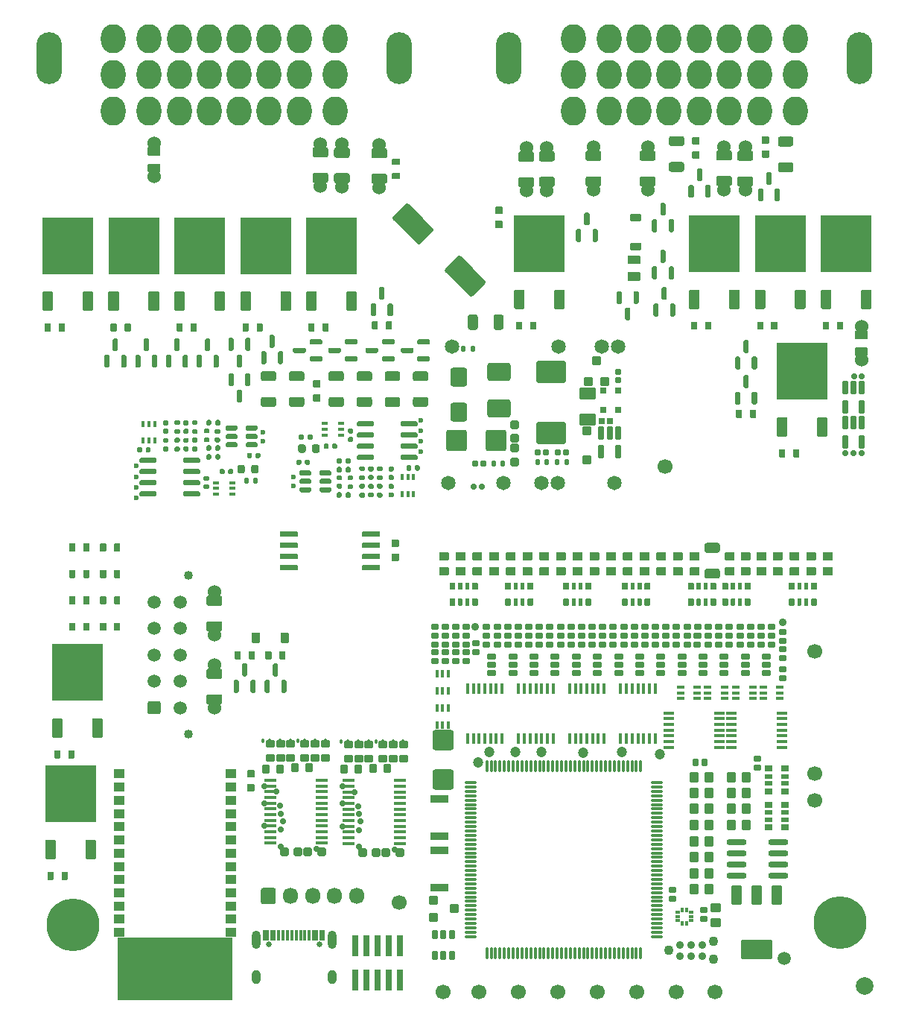
<source format=gts>
G75*
G70*
%OFA0B0*%
%FSLAX25Y25*%
%IPPOS*%
%LPD*%
%AMOC8*
5,1,8,0,0,1.08239X$1,22.5*
%
%AMM152*
21,1,0.038980,0.026770,-0.000000,-0.000000,180.000000*
21,1,0.026770,0.038980,-0.000000,-0.000000,180.000000*
1,1,0.012210,-0.013390,0.013390*
1,1,0.012210,0.013390,0.013390*
1,1,0.012210,0.013390,-0.013390*
1,1,0.012210,-0.013390,-0.013390*
%
%AMM180*
21,1,0.092130,0.073230,0.000000,-0.000000,180.000000*
21,1,0.069290,0.096060,0.000000,-0.000000,180.000000*
1,1,0.022840,-0.034650,0.036610*
1,1,0.022840,0.034650,0.036610*
1,1,0.022840,0.034650,-0.036610*
1,1,0.022840,-0.034650,-0.036610*
%
%AMM181*
21,1,0.100000,0.111020,0.000000,-0.000000,270.000000*
21,1,0.075590,0.135430,0.000000,-0.000000,270.000000*
1,1,0.024410,-0.055510,-0.037800*
1,1,0.024410,-0.055510,0.037800*
1,1,0.024410,0.055510,0.037800*
1,1,0.024410,0.055510,-0.037800*
%
%AMM182*
21,1,0.080320,0.083460,0.000000,-0.000000,270.000000*
21,1,0.059840,0.103940,0.000000,-0.000000,270.000000*
1,1,0.020470,-0.041730,-0.029920*
1,1,0.020470,-0.041730,0.029920*
1,1,0.020470,0.041730,0.029920*
1,1,0.020470,0.041730,-0.029920*
%
%AMM183*
21,1,0.084250,0.053540,0.000000,-0.000000,90.000000*
21,1,0.065350,0.072440,0.000000,-0.000000,90.000000*
1,1,0.018900,0.026770,0.032680*
1,1,0.018900,0.026770,-0.032680*
1,1,0.018900,-0.026770,-0.032680*
1,1,0.018900,-0.026770,0.032680*
%
%AMM184*
21,1,0.040950,0.030320,0.000000,-0.000000,0.000000*
21,1,0.028350,0.042910,0.000000,-0.000000,0.000000*
1,1,0.012600,0.014170,-0.015160*
1,1,0.012600,-0.014170,-0.015160*
1,1,0.012600,-0.014170,0.015160*
1,1,0.012600,0.014170,0.015160*
%
%AMM185*
21,1,0.027170,0.052760,0.000000,-0.000000,180.000000*
21,1,0.017320,0.062600,0.000000,-0.000000,180.000000*
1,1,0.009840,-0.008660,0.026380*
1,1,0.009840,0.008660,0.026380*
1,1,0.009840,0.008660,-0.026380*
1,1,0.009840,-0.008660,-0.026380*
%
%AMM186*
21,1,0.041340,0.026770,0.000000,-0.000000,270.000000*
21,1,0.029130,0.038980,0.000000,-0.000000,270.000000*
1,1,0.012210,-0.013390,-0.014570*
1,1,0.012210,-0.013390,0.014570*
1,1,0.012210,0.013390,0.014570*
1,1,0.012210,0.013390,-0.014570*
%
%AMM187*
21,1,0.076380,0.036220,0.000000,-0.000000,0.000000*
21,1,0.061810,0.050790,0.000000,-0.000000,0.000000*
1,1,0.014570,0.030910,-0.018110*
1,1,0.014570,-0.030910,-0.018110*
1,1,0.014570,-0.030910,0.018110*
1,1,0.014570,0.030910,0.018110*
%
%AMM188*
21,1,0.038980,0.026770,0.000000,-0.000000,270.000000*
21,1,0.026770,0.038980,0.000000,-0.000000,270.000000*
1,1,0.012210,-0.013390,-0.013390*
1,1,0.012210,-0.013390,0.013390*
1,1,0.012210,0.013390,0.013390*
1,1,0.012210,0.013390,-0.013390*
%
%AMM189*
21,1,0.021260,0.016540,0.000000,-0.000000,180.000000*
21,1,0.012600,0.025200,0.000000,-0.000000,180.000000*
1,1,0.008660,-0.006300,0.008270*
1,1,0.008660,0.006300,0.008270*
1,1,0.008660,0.006300,-0.008270*
1,1,0.008660,-0.006300,-0.008270*
%
%AMM190*
21,1,0.029130,0.018900,0.000000,-0.000000,0.000000*
21,1,0.018900,0.029130,0.000000,-0.000000,0.000000*
1,1,0.010240,0.009450,-0.009450*
1,1,0.010240,-0.009450,-0.009450*
1,1,0.010240,-0.009450,0.009450*
1,1,0.010240,0.009450,0.009450*
%
%AMM191*
21,1,0.025200,0.019680,0.000000,-0.000000,270.000000*
21,1,0.015750,0.029130,0.000000,-0.000000,270.000000*
1,1,0.009450,-0.009840,-0.007870*
1,1,0.009450,-0.009840,0.007870*
1,1,0.009450,0.009840,0.007870*
1,1,0.009450,0.009840,-0.007870*
%
%AMM192*
21,1,0.025200,0.019680,0.000000,-0.000000,180.000000*
21,1,0.015750,0.029130,0.000000,-0.000000,180.000000*
1,1,0.009450,-0.007870,0.009840*
1,1,0.009450,0.007870,0.009840*
1,1,0.009450,0.007870,-0.009840*
1,1,0.009450,-0.007870,-0.009840*
%
%AMM211*
21,1,0.033070,0.030710,-0.000000,-0.000000,180.000000*
21,1,0.022050,0.041730,-0.000000,-0.000000,180.000000*
1,1,0.011020,-0.011020,0.015350*
1,1,0.011020,0.011020,0.015350*
1,1,0.011020,0.011020,-0.015350*
1,1,0.011020,-0.011020,-0.015350*
%
%AMM212*
21,1,0.033070,0.030710,-0.000000,-0.000000,90.000000*
21,1,0.022050,0.041730,-0.000000,-0.000000,90.000000*
1,1,0.011020,0.015350,0.011020*
1,1,0.011020,0.015350,-0.011020*
1,1,0.011020,-0.015350,-0.011020*
1,1,0.011020,-0.015350,0.011020*
%
%AMM281*
21,1,0.039370,0.030320,-0.000000,-0.000000,270.000000*
21,1,0.028350,0.041340,-0.000000,-0.000000,270.000000*
1,1,0.011020,-0.015160,-0.014170*
1,1,0.011020,-0.015160,0.014170*
1,1,0.011020,0.015160,0.014170*
1,1,0.011020,0.015160,-0.014170*
%
%AMM282*
21,1,0.047240,0.075980,-0.000000,-0.000000,180.000000*
21,1,0.034650,0.088580,-0.000000,-0.000000,180.000000*
1,1,0.012600,-0.017320,0.037990*
1,1,0.012600,0.017320,0.037990*
1,1,0.012600,0.017320,-0.037990*
1,1,0.012600,-0.017320,-0.037990*
%
%AMM283*
21,1,0.047240,0.075990,-0.000000,-0.000000,180.000000*
21,1,0.034650,0.088580,-0.000000,-0.000000,180.000000*
1,1,0.012600,-0.017320,0.037990*
1,1,0.012600,0.017320,0.037990*
1,1,0.012600,0.017320,-0.037990*
1,1,0.012600,-0.017320,-0.037990*
%
%AMM284*
21,1,0.141730,0.067720,-0.000000,-0.000000,180.000000*
21,1,0.120870,0.088580,-0.000000,-0.000000,180.000000*
1,1,0.020870,-0.060430,0.033860*
1,1,0.020870,0.060430,0.033860*
1,1,0.020870,0.060430,-0.033860*
1,1,0.020870,-0.060430,-0.033860*
%
%AMM285*
21,1,0.043310,0.035430,-0.000000,-0.000000,180.000000*
21,1,0.031500,0.047240,-0.000000,-0.000000,180.000000*
1,1,0.011810,-0.015750,0.017720*
1,1,0.011810,0.015750,0.017720*
1,1,0.011810,0.015750,-0.017720*
1,1,0.011810,-0.015750,-0.017720*
%
%AMM286*
21,1,0.027560,0.030710,-0.000000,-0.000000,0.000000*
21,1,0.018900,0.039370,-0.000000,-0.000000,0.000000*
1,1,0.008660,0.009450,-0.015350*
1,1,0.008660,-0.009450,-0.015350*
1,1,0.008660,-0.009450,0.015350*
1,1,0.008660,0.009450,0.015350*
%
%AMM287*
21,1,0.031500,0.018900,-0.000000,-0.000000,0.000000*
21,1,0.022840,0.027560,-0.000000,-0.000000,0.000000*
1,1,0.008660,0.011420,-0.009450*
1,1,0.008660,-0.011420,-0.009450*
1,1,0.008660,-0.011420,0.009450*
1,1,0.008660,0.011420,0.009450*
%
%AMM288*
21,1,0.027560,0.030710,-0.000000,-0.000000,90.000000*
21,1,0.018900,0.039370,-0.000000,-0.000000,90.000000*
1,1,0.008660,0.015350,0.009450*
1,1,0.008660,0.015350,-0.009450*
1,1,0.008660,-0.015350,-0.009450*
1,1,0.008660,-0.015350,0.009450*
%
%AMM289*
21,1,0.090550,0.073230,-0.000000,-0.000000,270.000000*
21,1,0.069290,0.094490,-0.000000,-0.000000,270.000000*
1,1,0.021260,-0.036610,-0.034650*
1,1,0.021260,-0.036610,0.034650*
1,1,0.021260,0.036610,0.034650*
1,1,0.021260,0.036610,-0.034650*
%
%AMM290*
21,1,0.029530,0.026380,-0.000000,-0.000000,270.000000*
21,1,0.020470,0.035430,-0.000000,-0.000000,270.000000*
1,1,0.009060,-0.013190,-0.010240*
1,1,0.009060,-0.013190,0.010240*
1,1,0.009060,0.013190,0.010240*
1,1,0.009060,0.013190,-0.010240*
%
%AMM291*
21,1,0.021650,0.027950,-0.000000,-0.000000,270.000000*
21,1,0.014170,0.035430,-0.000000,-0.000000,270.000000*
1,1,0.007480,-0.013980,-0.007090*
1,1,0.007480,-0.013980,0.007090*
1,1,0.007480,0.013980,0.007090*
1,1,0.007480,0.013980,-0.007090*
%
%AMM292*
21,1,0.035430,0.072440,-0.000000,-0.000000,270.000000*
21,1,0.025200,0.082680,-0.000000,-0.000000,270.000000*
1,1,0.010240,-0.036220,-0.012600*
1,1,0.010240,-0.036220,0.012600*
1,1,0.010240,0.036220,0.012600*
1,1,0.010240,0.036220,-0.012600*
%
%AMM293*
21,1,0.016540,0.028980,-0.000000,-0.000000,270.000000*
21,1,0.010080,0.035430,-0.000000,-0.000000,270.000000*
1,1,0.006460,-0.014490,-0.005040*
1,1,0.006460,-0.014490,0.005040*
1,1,0.006460,0.014490,0.005040*
1,1,0.006460,0.014490,-0.005040*
%
%AMM294*
21,1,0.016540,0.028980,-0.000000,-0.000000,0.000000*
21,1,0.010080,0.035430,-0.000000,-0.000000,0.000000*
1,1,0.006460,0.005040,-0.014490*
1,1,0.006460,-0.005040,-0.014490*
1,1,0.006460,-0.005040,0.014490*
1,1,0.006460,0.005040,0.014490*
%
%AMM295*
21,1,0.043310,0.035430,-0.000000,-0.000000,90.000000*
21,1,0.031500,0.047240,-0.000000,-0.000000,90.000000*
1,1,0.011810,0.017720,0.015750*
1,1,0.011810,0.017720,-0.015750*
1,1,0.011810,-0.017720,-0.015750*
1,1,0.011810,-0.017720,0.015750*
%
%AMM296*
21,1,0.031500,0.018900,-0.000000,-0.000000,270.000000*
21,1,0.022840,0.027560,-0.000000,-0.000000,270.000000*
1,1,0.008660,-0.009450,-0.011420*
1,1,0.008660,-0.009450,0.011420*
1,1,0.008660,0.009450,0.011420*
1,1,0.008660,0.009450,-0.011420*
%
%ADD10C,0.06693*%
%ADD11C,0.06000*%
%ADD12C,0.23622*%
%ADD120C,0.02913*%
%ADD121C,0.06457*%
%ADD13R,0.22835X0.25197*%
%ADD14O,0.06693X0.07283*%
%ADD141O,0.01339X0.02126*%
%ADD142O,0.05512X0.01535*%
%ADD145R,0.02559X0.01575*%
%ADD146R,0.01575X0.02559*%
%ADD17R,0.01181X0.04528*%
%ADD175O,0.01260X0.05512*%
%ADD176O,0.05512X0.01260*%
%ADD18O,0.03937X0.08268*%
%ADD183C,0.03494*%
%ADD187C,0.03543*%
%ADD19O,0.03937X0.06299*%
%ADD191O,0.01575X0.04724*%
%ADD192O,0.04724X0.01575*%
%ADD194O,0.09055X0.02756*%
%ADD196R,0.01870X0.01772*%
%ADD197R,0.01772X0.01870*%
%ADD20C,0.05906*%
%ADD200C,0.04294*%
%ADD201C,0.04724*%
%ADD21C,0.02362*%
%ADD299M152*%
%ADD327M180*%
%ADD328M181*%
%ADD329M182*%
%ADD330M183*%
%ADD331M184*%
%ADD332M185*%
%ADD333M186*%
%ADD334M187*%
%ADD335M188*%
%ADD336M189*%
%ADD337M190*%
%ADD338M191*%
%ADD339M192*%
%ADD364M211*%
%ADD365M212*%
%ADD459M281*%
%ADD460M282*%
%ADD461M283*%
%ADD462M284*%
%ADD463M285*%
%ADD464M286*%
%ADD465M287*%
%ADD466M288*%
%ADD467M289*%
%ADD468M290*%
%ADD469M291*%
%ADD470M292*%
%ADD471M293*%
%ADD472M294*%
%ADD473M295*%
%ADD474M296*%
%ADD48R,0.05118X0.03937*%
%ADD49C,0.07874*%
%ADD54O,0.00787X0.01575*%
%ADD55R,0.02913X0.09449*%
%ADD65C,0.00472*%
%ADD66O,0.11417X0.23228*%
%ADD67O,0.11024X0.12992*%
%ADD68C,0.02559*%
%ADD69C,0.04016*%
X0000000Y0000000D02*
%LPD*%
G01*
D65*
X0089961Y0000787D02*
X0038780Y0000787D01*
X0038780Y0028346D01*
X0089961Y0028346D01*
X0089961Y0000787D01*
G36*
X0089961Y0000787D02*
G01*
X0038780Y0000787D01*
X0038780Y0028346D01*
X0089961Y0028346D01*
X0089961Y0000787D01*
G37*
D10*
X0350787Y0156299D03*
D11*
X0082047Y0130906D03*
G36*
G01*
X0085591Y0136201D02*
X0085591Y0133484D01*
G75*
G02*
X0084685Y0132579I-000906J0000000D01*
G01*
X0079409Y0132579D01*
G75*
G02*
X0078504Y0133484I0000000J0000906D01*
G01*
X0078504Y0136201D01*
G75*
G02*
X0079409Y0137106I0000906J0000000D01*
G01*
X0084685Y0137106D01*
G75*
G02*
X0085591Y0136201I0000000J-000906D01*
G01*
G37*
G36*
G01*
X0085591Y0147618D02*
X0085591Y0144902D01*
G75*
G02*
X0084685Y0143996I-000906J0000000D01*
G01*
X0079409Y0143996D01*
G75*
G02*
X0078504Y0144902I0000000J0000906D01*
G01*
X0078504Y0147618D01*
G75*
G02*
X0079409Y0148524I0000906J0000000D01*
G01*
X0084685Y0148524D01*
G75*
G02*
X0085591Y0147618I0000000J-000906D01*
G01*
G37*
X0082047Y0150197D03*
G36*
G01*
X0314567Y0190157D02*
X0311024Y0190157D01*
G75*
G02*
X0310630Y0190551I0000000J0000394D01*
G01*
X0310630Y0193701D01*
G75*
G02*
X0311024Y0194094I0000394J0000000D01*
G01*
X0314567Y0194094D01*
G75*
G02*
X0314961Y0193701I0000000J-000394D01*
G01*
X0314961Y0190551D01*
G75*
G02*
X0314567Y0190157I-000394J0000000D01*
G01*
G37*
G36*
G01*
X0314567Y0196850D02*
X0311024Y0196850D01*
G75*
G02*
X0310630Y0197244I0000000J0000394D01*
G01*
X0310630Y0200394D01*
G75*
G02*
X0311024Y0200787I0000394J0000000D01*
G01*
X0314567Y0200787D01*
G75*
G02*
X0314961Y0200394I0000000J-000394D01*
G01*
X0314961Y0197244D01*
G75*
G02*
X0314567Y0196850I-000394J0000000D01*
G01*
G37*
G36*
G01*
X0339173Y0177028D02*
X0339173Y0179665D01*
G75*
G02*
X0339429Y0179921I0000256J0000000D01*
G01*
X0341476Y0179921D01*
G75*
G02*
X0341732Y0179665I0000000J-000256D01*
G01*
X0341732Y0177028D01*
G75*
G02*
X0341476Y0176772I-000256J0000000D01*
G01*
X0339429Y0176772D01*
G75*
G02*
X0339173Y0177028I0000000J0000256D01*
G01*
G37*
G36*
G01*
X0343012Y0176949D02*
X0343012Y0179744D01*
G75*
G02*
X0343189Y0179921I0000177J0000000D01*
G01*
X0344606Y0179921D01*
G75*
G02*
X0344783Y0179744I0000000J-000177D01*
G01*
X0344783Y0176949D01*
G75*
G02*
X0344606Y0176772I-000177J0000000D01*
G01*
X0343189Y0176772D01*
G75*
G02*
X0343012Y0176949I0000000J0000177D01*
G01*
G37*
G36*
G01*
X0346161Y0176949D02*
X0346161Y0179744D01*
G75*
G02*
X0346339Y0179921I0000177J0000000D01*
G01*
X0347756Y0179921D01*
G75*
G02*
X0347933Y0179744I0000000J-000177D01*
G01*
X0347933Y0176949D01*
G75*
G02*
X0347756Y0176772I-000177J0000000D01*
G01*
X0346339Y0176772D01*
G75*
G02*
X0346161Y0176949I0000000J0000177D01*
G01*
G37*
G36*
G01*
X0349213Y0177028D02*
X0349213Y0179665D01*
G75*
G02*
X0349468Y0179921I0000256J0000000D01*
G01*
X0351516Y0179921D01*
G75*
G02*
X0351772Y0179665I0000000J-000256D01*
G01*
X0351772Y0177028D01*
G75*
G02*
X0351516Y0176772I-000256J0000000D01*
G01*
X0349468Y0176772D01*
G75*
G02*
X0349213Y0177028I0000000J0000256D01*
G01*
G37*
G36*
G01*
X0349213Y0184114D02*
X0349213Y0186752D01*
G75*
G02*
X0349468Y0187008I0000256J0000000D01*
G01*
X0351516Y0187008D01*
G75*
G02*
X0351772Y0186752I0000000J-000256D01*
G01*
X0351772Y0184114D01*
G75*
G02*
X0351516Y0183858I-000256J0000000D01*
G01*
X0349468Y0183858D01*
G75*
G02*
X0349213Y0184114I0000000J0000256D01*
G01*
G37*
G36*
G01*
X0346161Y0184035D02*
X0346161Y0186831D01*
G75*
G02*
X0346339Y0187008I0000177J0000000D01*
G01*
X0347756Y0187008D01*
G75*
G02*
X0347933Y0186831I0000000J-000177D01*
G01*
X0347933Y0184035D01*
G75*
G02*
X0347756Y0183858I-000177J0000000D01*
G01*
X0346339Y0183858D01*
G75*
G02*
X0346161Y0184035I0000000J0000177D01*
G01*
G37*
G36*
G01*
X0343012Y0184035D02*
X0343012Y0186831D01*
G75*
G02*
X0343189Y0187008I0000177J0000000D01*
G01*
X0344606Y0187008D01*
G75*
G02*
X0344783Y0186831I0000000J-000177D01*
G01*
X0344783Y0184035D01*
G75*
G02*
X0344606Y0183858I-000177J0000000D01*
G01*
X0343189Y0183858D01*
G75*
G02*
X0343012Y0184035I0000000J0000177D01*
G01*
G37*
G36*
G01*
X0339173Y0184114D02*
X0339173Y0186752D01*
G75*
G02*
X0339429Y0187008I0000256J0000000D01*
G01*
X0341476Y0187008D01*
G75*
G02*
X0341732Y0186752I0000000J-000256D01*
G01*
X0341732Y0184114D01*
G75*
G02*
X0341476Y0183858I-000256J0000000D01*
G01*
X0339429Y0183858D01*
G75*
G02*
X0339173Y0184114I0000000J0000256D01*
G01*
G37*
G36*
G01*
X0201575Y0190157D02*
X0198031Y0190157D01*
G75*
G02*
X0197638Y0190551I0000000J0000394D01*
G01*
X0197638Y0193701D01*
G75*
G02*
X0198031Y0194094I0000394J0000000D01*
G01*
X0201575Y0194094D01*
G75*
G02*
X0201968Y0193701I0000000J-000394D01*
G01*
X0201968Y0190551D01*
G75*
G02*
X0201575Y0190157I-000394J0000000D01*
G01*
G37*
G36*
G01*
X0201575Y0196850D02*
X0198031Y0196850D01*
G75*
G02*
X0197638Y0197244I0000000J0000394D01*
G01*
X0197638Y0200394D01*
G75*
G02*
X0198031Y0200787I0000394J0000000D01*
G01*
X0201575Y0200787D01*
G75*
G02*
X0201968Y0200394I0000000J-000394D01*
G01*
X0201968Y0197244D01*
G75*
G02*
X0201575Y0196850I-000394J0000000D01*
G01*
G37*
D10*
X0235827Y0003937D03*
G36*
G01*
X0203278Y0320794D02*
X0197710Y0315226D01*
G75*
G02*
X0196318Y0315226I-000696J0000696D01*
G01*
X0185461Y0326083D01*
G75*
G02*
X0185461Y0327475I0000696J0000696D01*
G01*
X0191029Y0333043D01*
G75*
G02*
X0192421Y0333043I0000696J-000696D01*
G01*
X0203278Y0322186D01*
G75*
G02*
X0203278Y0320794I-000696J-000696D01*
G01*
G37*
G36*
G01*
X0179893Y0344178D02*
X0174326Y0338611D01*
G75*
G02*
X0172934Y0338611I-000696J0000696D01*
G01*
X0162076Y0349468D01*
G75*
G02*
X0162076Y0350860I0000696J0000696D01*
G01*
X0167644Y0356428D01*
G75*
G02*
X0169036Y0356428I0000696J-000696D01*
G01*
X0179893Y0345570D01*
G75*
G02*
X0179893Y0344178I-000696J-000696D01*
G01*
G37*
G36*
G01*
X0171949Y0281594D02*
X0176870Y0281594D01*
G75*
G02*
X0177854Y0280610I0000000J-000984D01*
G01*
X0177854Y0278150D01*
G75*
G02*
X0176870Y0277165I-000984J0000000D01*
G01*
X0171949Y0277165D01*
G75*
G02*
X0170965Y0278150I0000000J0000984D01*
G01*
X0170965Y0280610D01*
G75*
G02*
X0171949Y0281594I0000984J0000000D01*
G01*
G37*
G36*
G01*
X0171949Y0270079D02*
X0176870Y0270079D01*
G75*
G02*
X0177854Y0269094I0000000J-000984D01*
G01*
X0177854Y0266634D01*
G75*
G02*
X0176870Y0265650I-000984J0000000D01*
G01*
X0171949Y0265650D01*
G75*
G02*
X0170965Y0266634I0000000J0000984D01*
G01*
X0170965Y0269094D01*
G75*
G02*
X0171949Y0270079I0000984J0000000D01*
G01*
G37*
G36*
G01*
X0124213Y0299646D02*
X0124213Y0302717D01*
G75*
G02*
X0124488Y0302992I0000276J0000000D01*
G01*
X0126693Y0302992D01*
G75*
G02*
X0126969Y0302717I0000000J-000276D01*
G01*
X0126969Y0299646D01*
G75*
G02*
X0126693Y0299370I-000276J0000000D01*
G01*
X0124488Y0299370D01*
G75*
G02*
X0124213Y0299646I0000000J0000276D01*
G01*
G37*
G36*
G01*
X0130512Y0299646D02*
X0130512Y0302717D01*
G75*
G02*
X0130787Y0302992I0000276J0000000D01*
G01*
X0132992Y0302992D01*
G75*
G02*
X0133268Y0302717I0000000J-000276D01*
G01*
X0133268Y0299646D01*
G75*
G02*
X0132992Y0299370I-000276J0000000D01*
G01*
X0130787Y0299370D01*
G75*
G02*
X0130512Y0299646I0000000J0000276D01*
G01*
G37*
G36*
G01*
X0291437Y0370768D02*
X0286516Y0370768D01*
G75*
G02*
X0285531Y0371752I0000000J0000984D01*
G01*
X0285531Y0374213D01*
G75*
G02*
X0286516Y0375197I0000984J0000000D01*
G01*
X0291437Y0375197D01*
G75*
G02*
X0292421Y0374213I0000000J-000984D01*
G01*
X0292421Y0371752D01*
G75*
G02*
X0291437Y0370768I-000984J0000000D01*
G01*
G37*
G36*
G01*
X0291437Y0382283D02*
X0286516Y0382283D01*
G75*
G02*
X0285531Y0383268I0000000J0000984D01*
G01*
X0285531Y0385728D01*
G75*
G02*
X0286516Y0386713I0000984J0000000D01*
G01*
X0291437Y0386713D01*
G75*
G02*
X0292421Y0385728I0000000J-000984D01*
G01*
X0292421Y0383268D01*
G75*
G02*
X0291437Y0382283I-000984J0000000D01*
G01*
G37*
G36*
G01*
X0017126Y0165787D02*
X0017126Y0168858D01*
G75*
G02*
X0017402Y0169134I0000276J0000000D01*
G01*
X0019606Y0169134D01*
G75*
G02*
X0019882Y0168858I0000000J-000276D01*
G01*
X0019882Y0165787D01*
G75*
G02*
X0019606Y0165512I-000276J0000000D01*
G01*
X0017402Y0165512D01*
G75*
G02*
X0017126Y0165787I0000000J0000276D01*
G01*
G37*
G36*
G01*
X0023425Y0165787D02*
X0023425Y0168858D01*
G75*
G02*
X0023701Y0169134I0000276J0000000D01*
G01*
X0025906Y0169134D01*
G75*
G02*
X0026181Y0168858I0000000J-000276D01*
G01*
X0026181Y0165787D01*
G75*
G02*
X0025906Y0165512I-000276J0000000D01*
G01*
X0023701Y0165512D01*
G75*
G02*
X0023425Y0165787I0000000J0000276D01*
G01*
G37*
D12*
X0018909Y0033933D03*
G36*
G01*
X0186614Y0190157D02*
X0183071Y0190157D01*
G75*
G02*
X0182677Y0190551I0000000J0000394D01*
G01*
X0182677Y0193701D01*
G75*
G02*
X0183071Y0194094I0000394J0000000D01*
G01*
X0186614Y0194094D01*
G75*
G02*
X0187008Y0193701I0000000J-000394D01*
G01*
X0187008Y0190551D01*
G75*
G02*
X0186614Y0190157I-000394J0000000D01*
G01*
G37*
G36*
G01*
X0186614Y0196850D02*
X0183071Y0196850D01*
G75*
G02*
X0182677Y0197244I0000000J0000394D01*
G01*
X0182677Y0200394D01*
G75*
G02*
X0183071Y0200787I0000394J0000000D01*
G01*
X0186614Y0200787D01*
G75*
G02*
X0187008Y0200394I0000000J-000394D01*
G01*
X0187008Y0197244D01*
G75*
G02*
X0186614Y0196850I-000394J0000000D01*
G01*
G37*
G36*
G01*
X0097953Y0308661D02*
X0094173Y0308661D01*
G75*
G02*
X0093701Y0309134I0000000J0000472D01*
G01*
X0093701Y0316850D01*
G75*
G02*
X0094173Y0317323I0000472J0000000D01*
G01*
X0097953Y0317323D01*
G75*
G02*
X0098425Y0316850I0000000J-000472D01*
G01*
X0098425Y0309134D01*
G75*
G02*
X0097953Y0308661I-000472J0000000D01*
G01*
G37*
D13*
X0105039Y0337795D03*
G36*
G01*
X0115906Y0308661D02*
X0112126Y0308661D01*
G75*
G02*
X0111654Y0309134I0000000J0000472D01*
G01*
X0111654Y0316850D01*
G75*
G02*
X0112126Y0317323I0000472J0000000D01*
G01*
X0115906Y0317323D01*
G75*
G02*
X0116378Y0316850I0000000J-000472D01*
G01*
X0116378Y0309134D01*
G75*
G02*
X0115906Y0308661I-000472J0000000D01*
G01*
G37*
G36*
G01*
X0102953Y0044193D02*
X0102953Y0049508D01*
G75*
G02*
X0103937Y0050492I0000984J0000000D01*
G01*
X0108661Y0050492D01*
G75*
G02*
X0109646Y0049508I0000000J-000984D01*
G01*
X0109646Y0044193D01*
G75*
G02*
X0108661Y0043209I-000984J0000000D01*
G01*
X0103937Y0043209D01*
G75*
G02*
X0102953Y0044193I0000000J0000984D01*
G01*
G37*
D14*
X0116142Y0046850D03*
X0125984Y0046850D03*
X0135827Y0046850D03*
X0145669Y0046850D03*
D11*
X0251772Y0381890D03*
G36*
G01*
X0248228Y0376595D02*
X0248228Y0379311D01*
G75*
G02*
X0249134Y0380217I0000906J0000000D01*
G01*
X0254409Y0380217D01*
G75*
G02*
X0255315Y0379311I0000000J-000906D01*
G01*
X0255315Y0376595D01*
G75*
G02*
X0254409Y0375689I-000906J0000000D01*
G01*
X0249134Y0375689D01*
G75*
G02*
X0248228Y0376595I0000000J0000906D01*
G01*
G37*
G36*
G01*
X0248228Y0365177D02*
X0248228Y0367894D01*
G75*
G02*
X0249134Y0368799I0000906J0000000D01*
G01*
X0254409Y0368799D01*
G75*
G02*
X0255315Y0367894I0000000J-000906D01*
G01*
X0255315Y0365177D01*
G75*
G02*
X0254409Y0364272I-000906J0000000D01*
G01*
X0249134Y0364272D01*
G75*
G02*
X0248228Y0365177I0000000J0000906D01*
G01*
G37*
X0251772Y0362598D03*
G36*
G01*
X0316929Y0266634D02*
X0315748Y0266634D01*
G75*
G02*
X0315157Y0267224I0000000J0000591D01*
G01*
X0315157Y0271850D01*
G75*
G02*
X0315748Y0272441I0000591J0000000D01*
G01*
X0316929Y0272441D01*
G75*
G02*
X0317520Y0271850I0000000J-000591D01*
G01*
X0317520Y0267224D01*
G75*
G02*
X0316929Y0266634I-000591J0000000D01*
G01*
G37*
G36*
G01*
X0320669Y0274016D02*
X0319488Y0274016D01*
G75*
G02*
X0318898Y0274606I0000000J0000591D01*
G01*
X0318898Y0279232D01*
G75*
G02*
X0319488Y0279823I0000591J0000000D01*
G01*
X0320669Y0279823D01*
G75*
G02*
X0321260Y0279232I0000000J-000591D01*
G01*
X0321260Y0274606D01*
G75*
G02*
X0320669Y0274016I-000591J0000000D01*
G01*
G37*
G36*
G01*
X0324409Y0266634D02*
X0323228Y0266634D01*
G75*
G02*
X0322638Y0267224I0000000J0000591D01*
G01*
X0322638Y0271850D01*
G75*
G02*
X0323228Y0272441I0000591J0000000D01*
G01*
X0324409Y0272441D01*
G75*
G02*
X0325000Y0271850I0000000J-000591D01*
G01*
X0325000Y0267224D01*
G75*
G02*
X0324409Y0266634I-000591J0000000D01*
G01*
G37*
X0371654Y0286594D03*
G36*
G01*
X0374114Y0288386D02*
X0369193Y0288386D01*
G75*
G02*
X0368799Y0288780I0000000J0000394D01*
G01*
X0368799Y0291929D01*
G75*
G02*
X0369193Y0292323I0000394J0000000D01*
G01*
X0374114Y0292323D01*
G75*
G02*
X0374508Y0291929I0000000J-000394D01*
G01*
X0374508Y0288780D01*
G75*
G02*
X0374114Y0288386I-000394J0000000D01*
G01*
G37*
G36*
G01*
X0374114Y0295866D02*
X0369193Y0295866D01*
G75*
G02*
X0368799Y0296260I0000000J0000394D01*
G01*
X0368799Y0299410D01*
G75*
G02*
X0369193Y0299803I0000394J0000000D01*
G01*
X0374114Y0299803D01*
G75*
G02*
X0374508Y0299410I0000000J-000394D01*
G01*
X0374508Y0296260D01*
G75*
G02*
X0374114Y0295866I-000394J0000000D01*
G01*
G37*
X0371654Y0301594D03*
G36*
G01*
X0295472Y0300433D02*
X0295472Y0303504D01*
G75*
G02*
X0295748Y0303780I0000276J0000000D01*
G01*
X0297953Y0303780D01*
G75*
G02*
X0298228Y0303504I0000000J-000276D01*
G01*
X0298228Y0300433D01*
G75*
G02*
X0297953Y0300157I-000276J0000000D01*
G01*
X0295748Y0300157D01*
G75*
G02*
X0295472Y0300433I0000000J0000276D01*
G01*
G37*
G36*
G01*
X0301772Y0300433D02*
X0301772Y0303504D01*
G75*
G02*
X0302047Y0303780I0000276J0000000D01*
G01*
X0304252Y0303780D01*
G75*
G02*
X0304528Y0303504I0000000J-000276D01*
G01*
X0304528Y0300433D01*
G75*
G02*
X0304252Y0300157I-000276J0000000D01*
G01*
X0302047Y0300157D01*
G75*
G02*
X0301772Y0300433I0000000J0000276D01*
G01*
G37*
G36*
G01*
X0178642Y0287795D02*
X0178642Y0286614D01*
G75*
G02*
X0178051Y0286024I-000591J0000000D01*
G01*
X0173425Y0286024D01*
G75*
G02*
X0172835Y0286614I0000000J0000591D01*
G01*
X0172835Y0287795D01*
G75*
G02*
X0173425Y0288386I0000591J0000000D01*
G01*
X0178051Y0288386D01*
G75*
G02*
X0178642Y0287795I0000000J-000591D01*
G01*
G37*
G36*
G01*
X0171260Y0291535D02*
X0171260Y0290354D01*
G75*
G02*
X0170669Y0289764I-000591J0000000D01*
G01*
X0166043Y0289764D01*
G75*
G02*
X0165453Y0290354I0000000J0000591D01*
G01*
X0165453Y0291535D01*
G75*
G02*
X0166043Y0292126I0000591J0000000D01*
G01*
X0170669Y0292126D01*
G75*
G02*
X0171260Y0291535I0000000J-000591D01*
G01*
G37*
G36*
G01*
X0178642Y0295276D02*
X0178642Y0294094D01*
G75*
G02*
X0178051Y0293504I-000591J0000000D01*
G01*
X0173425Y0293504D01*
G75*
G02*
X0172835Y0294094I0000000J0000591D01*
G01*
X0172835Y0295276D01*
G75*
G02*
X0173425Y0295866I0000591J0000000D01*
G01*
X0178051Y0295866D01*
G75*
G02*
X0178642Y0295276I0000000J-000591D01*
G01*
G37*
G36*
G01*
X0261417Y0190157D02*
X0257874Y0190157D01*
G75*
G02*
X0257480Y0190551I0000000J0000394D01*
G01*
X0257480Y0193701D01*
G75*
G02*
X0257874Y0194094I0000394J0000000D01*
G01*
X0261417Y0194094D01*
G75*
G02*
X0261811Y0193701I0000000J-000394D01*
G01*
X0261811Y0190551D01*
G75*
G02*
X0261417Y0190157I-000394J0000000D01*
G01*
G37*
G36*
G01*
X0261417Y0196850D02*
X0257874Y0196850D01*
G75*
G02*
X0257480Y0197244I0000000J0000394D01*
G01*
X0257480Y0200394D01*
G75*
G02*
X0257874Y0200787I0000394J0000000D01*
G01*
X0261417Y0200787D01*
G75*
G02*
X0261811Y0200394I0000000J-000394D01*
G01*
X0261811Y0197244D01*
G75*
G02*
X0261417Y0196850I-000394J0000000D01*
G01*
G37*
G36*
G01*
X0327165Y0357579D02*
X0325984Y0357579D01*
G75*
G02*
X0325394Y0358169I0000000J0000591D01*
G01*
X0325394Y0362795D01*
G75*
G02*
X0325984Y0363386I0000591J0000000D01*
G01*
X0327165Y0363386D01*
G75*
G02*
X0327756Y0362795I0000000J-000591D01*
G01*
X0327756Y0358169D01*
G75*
G02*
X0327165Y0357579I-000591J0000000D01*
G01*
G37*
G36*
G01*
X0334646Y0357579D02*
X0333465Y0357579D01*
G75*
G02*
X0332874Y0358169I0000000J0000591D01*
G01*
X0332874Y0362795D01*
G75*
G02*
X0333465Y0363386I0000591J0000000D01*
G01*
X0334646Y0363386D01*
G75*
G02*
X0335236Y0362795I0000000J-000591D01*
G01*
X0335236Y0358169D01*
G75*
G02*
X0334646Y0357579I-000591J0000000D01*
G01*
G37*
G36*
G01*
X0330906Y0364961D02*
X0329724Y0364961D01*
G75*
G02*
X0329134Y0365551I0000000J0000591D01*
G01*
X0329134Y0370177D01*
G75*
G02*
X0329724Y0370768I0000591J0000000D01*
G01*
X0330906Y0370768D01*
G75*
G02*
X0331496Y0370177I0000000J-000591D01*
G01*
X0331496Y0365551D01*
G75*
G02*
X0330906Y0364961I-000591J0000000D01*
G01*
G37*
G36*
G01*
X0354528Y0300433D02*
X0354528Y0303504D01*
G75*
G02*
X0354803Y0303780I0000276J0000000D01*
G01*
X0357008Y0303780D01*
G75*
G02*
X0357283Y0303504I0000000J-000276D01*
G01*
X0357283Y0300433D01*
G75*
G02*
X0357008Y0300157I-000276J0000000D01*
G01*
X0354803Y0300157D01*
G75*
G02*
X0354528Y0300433I0000000J0000276D01*
G01*
G37*
G36*
G01*
X0360827Y0300433D02*
X0360827Y0303504D01*
G75*
G02*
X0361102Y0303780I0000276J0000000D01*
G01*
X0363307Y0303780D01*
G75*
G02*
X0363583Y0303504I0000000J-000276D01*
G01*
X0363583Y0300433D01*
G75*
G02*
X0363307Y0300157I-000276J0000000D01*
G01*
X0361102Y0300157D01*
G75*
G02*
X0360827Y0300433I0000000J0000276D01*
G01*
G37*
G36*
G01*
X0220472Y0309449D02*
X0216693Y0309449D01*
G75*
G02*
X0216220Y0309921I0000000J0000472D01*
G01*
X0216220Y0317638D01*
G75*
G02*
X0216693Y0318110I0000472J0000000D01*
G01*
X0220472Y0318110D01*
G75*
G02*
X0220945Y0317638I0000000J-000472D01*
G01*
X0220945Y0309921D01*
G75*
G02*
X0220472Y0309449I-000472J0000000D01*
G01*
G37*
D13*
X0227559Y0338583D03*
G36*
G01*
X0238425Y0309449D02*
X0234646Y0309449D01*
G75*
G02*
X0234173Y0309921I0000000J0000472D01*
G01*
X0234173Y0317638D01*
G75*
G02*
X0234646Y0318110I0000472J0000000D01*
G01*
X0238425Y0318110D01*
G75*
G02*
X0238898Y0317638I0000000J-000472D01*
G01*
X0238898Y0309921D01*
G75*
G02*
X0238425Y0309449I-000472J0000000D01*
G01*
G37*
G36*
G01*
X0238189Y0177028D02*
X0238189Y0179665D01*
G75*
G02*
X0238445Y0179921I0000256J0000000D01*
G01*
X0240492Y0179921D01*
G75*
G02*
X0240748Y0179665I0000000J-000256D01*
G01*
X0240748Y0177028D01*
G75*
G02*
X0240492Y0176772I-000256J0000000D01*
G01*
X0238445Y0176772D01*
G75*
G02*
X0238189Y0177028I0000000J0000256D01*
G01*
G37*
G36*
G01*
X0242028Y0176949D02*
X0242028Y0179744D01*
G75*
G02*
X0242205Y0179921I0000177J0000000D01*
G01*
X0243622Y0179921D01*
G75*
G02*
X0243799Y0179744I0000000J-000177D01*
G01*
X0243799Y0176949D01*
G75*
G02*
X0243622Y0176772I-000177J0000000D01*
G01*
X0242205Y0176772D01*
G75*
G02*
X0242028Y0176949I0000000J0000177D01*
G01*
G37*
G36*
G01*
X0245177Y0176949D02*
X0245177Y0179744D01*
G75*
G02*
X0245354Y0179921I0000177J0000000D01*
G01*
X0246772Y0179921D01*
G75*
G02*
X0246949Y0179744I0000000J-000177D01*
G01*
X0246949Y0176949D01*
G75*
G02*
X0246772Y0176772I-000177J0000000D01*
G01*
X0245354Y0176772D01*
G75*
G02*
X0245177Y0176949I0000000J0000177D01*
G01*
G37*
G36*
G01*
X0248228Y0177028D02*
X0248228Y0179665D01*
G75*
G02*
X0248484Y0179921I0000256J0000000D01*
G01*
X0250531Y0179921D01*
G75*
G02*
X0250787Y0179665I0000000J-000256D01*
G01*
X0250787Y0177028D01*
G75*
G02*
X0250531Y0176772I-000256J0000000D01*
G01*
X0248484Y0176772D01*
G75*
G02*
X0248228Y0177028I0000000J0000256D01*
G01*
G37*
G36*
G01*
X0248228Y0184114D02*
X0248228Y0186752D01*
G75*
G02*
X0248484Y0187008I0000256J0000000D01*
G01*
X0250531Y0187008D01*
G75*
G02*
X0250787Y0186752I0000000J-000256D01*
G01*
X0250787Y0184114D01*
G75*
G02*
X0250531Y0183858I-000256J0000000D01*
G01*
X0248484Y0183858D01*
G75*
G02*
X0248228Y0184114I0000000J0000256D01*
G01*
G37*
G36*
G01*
X0245177Y0184035D02*
X0245177Y0186831D01*
G75*
G02*
X0245354Y0187008I0000177J0000000D01*
G01*
X0246772Y0187008D01*
G75*
G02*
X0246949Y0186831I0000000J-000177D01*
G01*
X0246949Y0184035D01*
G75*
G02*
X0246772Y0183858I-000177J0000000D01*
G01*
X0245354Y0183858D01*
G75*
G02*
X0245177Y0184035I0000000J0000177D01*
G01*
G37*
G36*
G01*
X0242028Y0184035D02*
X0242028Y0186831D01*
G75*
G02*
X0242205Y0187008I0000177J0000000D01*
G01*
X0243622Y0187008D01*
G75*
G02*
X0243799Y0186831I0000000J-000177D01*
G01*
X0243799Y0184035D01*
G75*
G02*
X0243622Y0183858I-000177J0000000D01*
G01*
X0242205Y0183858D01*
G75*
G02*
X0242028Y0184035I0000000J0000177D01*
G01*
G37*
G36*
G01*
X0238189Y0184114D02*
X0238189Y0186752D01*
G75*
G02*
X0238445Y0187008I0000256J0000000D01*
G01*
X0240492Y0187008D01*
G75*
G02*
X0240748Y0186752I0000000J-000256D01*
G01*
X0240748Y0184114D01*
G75*
G02*
X0240492Y0183858I-000256J0000000D01*
G01*
X0238445Y0183858D01*
G75*
G02*
X0238189Y0184114I0000000J0000256D01*
G01*
G37*
G36*
G01*
X0104764Y0284744D02*
X0103583Y0284744D01*
G75*
G02*
X0102992Y0285335I0000000J0000591D01*
G01*
X0102992Y0289961D01*
G75*
G02*
X0103583Y0290551I0000591J0000000D01*
G01*
X0104764Y0290551D01*
G75*
G02*
X0105354Y0289961I0000000J-000591D01*
G01*
X0105354Y0285335D01*
G75*
G02*
X0104764Y0284744I-000591J0000000D01*
G01*
G37*
G36*
G01*
X0108504Y0292126D02*
X0107323Y0292126D01*
G75*
G02*
X0106732Y0292717I0000000J0000591D01*
G01*
X0106732Y0297343D01*
G75*
G02*
X0107323Y0297933I0000591J0000000D01*
G01*
X0108504Y0297933D01*
G75*
G02*
X0109094Y0297343I0000000J-000591D01*
G01*
X0109094Y0292717D01*
G75*
G02*
X0108504Y0292126I-000591J0000000D01*
G01*
G37*
G36*
G01*
X0112244Y0284744D02*
X0111063Y0284744D01*
G75*
G02*
X0110472Y0285335I0000000J0000591D01*
G01*
X0110472Y0289961D01*
G75*
G02*
X0111063Y0290551I0000591J0000000D01*
G01*
X0112244Y0290551D01*
G75*
G02*
X0112835Y0289961I0000000J-000591D01*
G01*
X0112835Y0285335D01*
G75*
G02*
X0112244Y0284744I-000591J0000000D01*
G01*
G37*
D66*
X0008071Y0421654D03*
X0164764Y0421654D03*
D67*
X0036811Y0398031D03*
X0052953Y0398031D03*
X0066339Y0398031D03*
X0079724Y0398031D03*
X0093110Y0398031D03*
X0106496Y0398031D03*
X0120079Y0398031D03*
X0136220Y0398031D03*
X0036811Y0414370D03*
X0052953Y0414370D03*
X0066339Y0414370D03*
X0079724Y0414370D03*
X0093110Y0414370D03*
X0106496Y0414370D03*
X0120079Y0414370D03*
X0136220Y0414370D03*
X0036811Y0430315D03*
X0052953Y0430315D03*
X0066339Y0430315D03*
X0079724Y0430315D03*
X0093110Y0430315D03*
X0106496Y0430315D03*
X0120079Y0430315D03*
X0136220Y0430315D03*
D10*
X0164961Y0044094D03*
G36*
G01*
X0094685Y0299646D02*
X0094685Y0302717D01*
G75*
G02*
X0094961Y0302992I0000276J0000000D01*
G01*
X0097165Y0302992D01*
G75*
G02*
X0097441Y0302717I0000000J-000276D01*
G01*
X0097441Y0299646D01*
G75*
G02*
X0097165Y0299370I-000276J0000000D01*
G01*
X0094961Y0299370D01*
G75*
G02*
X0094685Y0299646I0000000J0000276D01*
G01*
G37*
G36*
G01*
X0100984Y0299646D02*
X0100984Y0302717D01*
G75*
G02*
X0101260Y0302992I0000276J0000000D01*
G01*
X0103465Y0302992D01*
G75*
G02*
X0103740Y0302717I0000000J-000276D01*
G01*
X0103740Y0299646D01*
G75*
G02*
X0103465Y0299370I-000276J0000000D01*
G01*
X0101260Y0299370D01*
G75*
G02*
X0100984Y0299646I0000000J0000276D01*
G01*
G37*
G36*
G01*
X0146211Y0287795D02*
X0146211Y0286614D01*
G75*
G02*
X0145620Y0286024I-000591J0000000D01*
G01*
X0140994Y0286024D01*
G75*
G02*
X0140404Y0286614I0000000J0000591D01*
G01*
X0140404Y0287795D01*
G75*
G02*
X0140994Y0288386I0000591J0000000D01*
G01*
X0145620Y0288386D01*
G75*
G02*
X0146211Y0287795I0000000J-000591D01*
G01*
G37*
G36*
G01*
X0138829Y0291535D02*
X0138829Y0290354D01*
G75*
G02*
X0138238Y0289764I-000591J0000000D01*
G01*
X0133612Y0289764D01*
G75*
G02*
X0133022Y0290354I0000000J0000591D01*
G01*
X0133022Y0291535D01*
G75*
G02*
X0133612Y0292126I0000591J0000000D01*
G01*
X0138238Y0292126D01*
G75*
G02*
X0138829Y0291535I0000000J-000591D01*
G01*
G37*
G36*
G01*
X0146211Y0295276D02*
X0146211Y0294094D01*
G75*
G02*
X0145620Y0293504I-000591J0000000D01*
G01*
X0140994Y0293504D01*
G75*
G02*
X0140404Y0294094I0000000J0000591D01*
G01*
X0140404Y0295276D01*
G75*
G02*
X0140994Y0295866I0000591J0000000D01*
G01*
X0145620Y0295866D01*
G75*
G02*
X0146211Y0295276I0000000J-000591D01*
G01*
G37*
X0253543Y0003937D03*
D68*
X0106339Y0025276D03*
X0129094Y0025276D03*
D17*
X0104528Y0029469D03*
X0107677Y0029469D03*
X0112795Y0029469D03*
X0116732Y0029469D03*
X0118701Y0029469D03*
X0122638Y0029469D03*
X0127756Y0029469D03*
X0130906Y0029469D03*
X0129724Y0029469D03*
X0126575Y0029469D03*
X0124606Y0029469D03*
X0120669Y0029469D03*
X0114764Y0029469D03*
X0110827Y0029469D03*
X0108858Y0029469D03*
X0105709Y0029469D03*
D18*
X0100709Y0027244D03*
D19*
X0100709Y0010787D03*
D18*
X0134724Y0027244D03*
D19*
X0134724Y0010787D03*
G36*
G01*
X0152559Y0300581D02*
X0152559Y0303652D01*
G75*
G02*
X0152835Y0303927I0000276J0000000D01*
G01*
X0155039Y0303927D01*
G75*
G02*
X0155315Y0303652I0000000J-000276D01*
G01*
X0155315Y0300581D01*
G75*
G02*
X0155039Y0300305I-000276J0000000D01*
G01*
X0152835Y0300305D01*
G75*
G02*
X0152559Y0300581I0000000J0000276D01*
G01*
G37*
G36*
G01*
X0158858Y0300581D02*
X0158858Y0303652D01*
G75*
G02*
X0159134Y0303927I0000276J0000000D01*
G01*
X0161339Y0303927D01*
G75*
G02*
X0161614Y0303652I0000000J-000276D01*
G01*
X0161614Y0300581D01*
G75*
G02*
X0161339Y0300305I-000276J0000000D01*
G01*
X0159134Y0300305D01*
G75*
G02*
X0158858Y0300581I0000000J0000276D01*
G01*
G37*
D10*
X0350787Y0089764D03*
G36*
G01*
X0296063Y0359154D02*
X0294882Y0359154D01*
G75*
G02*
X0294291Y0359744I0000000J0000591D01*
G01*
X0294291Y0364370D01*
G75*
G02*
X0294882Y0364961I0000591J0000000D01*
G01*
X0296063Y0364961D01*
G75*
G02*
X0296654Y0364370I0000000J-000591D01*
G01*
X0296654Y0359744D01*
G75*
G02*
X0296063Y0359154I-000591J0000000D01*
G01*
G37*
G36*
G01*
X0303543Y0359154D02*
X0302362Y0359154D01*
G75*
G02*
X0301772Y0359744I0000000J0000591D01*
G01*
X0301772Y0364370D01*
G75*
G02*
X0302362Y0364961I0000591J0000000D01*
G01*
X0303543Y0364961D01*
G75*
G02*
X0304134Y0364370I0000000J-000591D01*
G01*
X0304134Y0359744D01*
G75*
G02*
X0303543Y0359154I-000591J0000000D01*
G01*
G37*
G36*
G01*
X0299803Y0366535D02*
X0298622Y0366535D01*
G75*
G02*
X0298031Y0367126I0000000J0000591D01*
G01*
X0298031Y0371752D01*
G75*
G02*
X0298622Y0372343I0000591J0000000D01*
G01*
X0299803Y0372343D01*
G75*
G02*
X0300394Y0371752I0000000J-000591D01*
G01*
X0300394Y0367126D01*
G75*
G02*
X0299803Y0366535I-000591J0000000D01*
G01*
G37*
G36*
G01*
X0010630Y0063386D02*
X0006850Y0063386D01*
G75*
G02*
X0006378Y0063858I0000000J0000472D01*
G01*
X0006378Y0071575D01*
G75*
G02*
X0006850Y0072047I0000472J0000000D01*
G01*
X0010630Y0072047D01*
G75*
G02*
X0011102Y0071575I0000000J-000472D01*
G01*
X0011102Y0063858D01*
G75*
G02*
X0010630Y0063386I-000472J0000000D01*
G01*
G37*
D13*
X0017717Y0092520D03*
G36*
G01*
X0028583Y0063386D02*
X0024803Y0063386D01*
G75*
G02*
X0024331Y0063858I0000000J0000472D01*
G01*
X0024331Y0071575D01*
G75*
G02*
X0024803Y0072047I0000472J0000000D01*
G01*
X0028583Y0072047D01*
G75*
G02*
X0029055Y0071575I0000000J-000472D01*
G01*
X0029055Y0063858D01*
G75*
G02*
X0028583Y0063386I-000472J0000000D01*
G01*
G37*
D10*
X0200394Y0003937D03*
G36*
G01*
X0062205Y0283169D02*
X0061024Y0283169D01*
G75*
G02*
X0060433Y0283760I0000000J0000591D01*
G01*
X0060433Y0288386D01*
G75*
G02*
X0061024Y0288976I0000591J0000000D01*
G01*
X0062205Y0288976D01*
G75*
G02*
X0062795Y0288386I0000000J-000591D01*
G01*
X0062795Y0283760D01*
G75*
G02*
X0062205Y0283169I-000591J0000000D01*
G01*
G37*
G36*
G01*
X0065945Y0290551D02*
X0064764Y0290551D01*
G75*
G02*
X0064173Y0291142I0000000J0000591D01*
G01*
X0064173Y0295768D01*
G75*
G02*
X0064764Y0296358I0000591J0000000D01*
G01*
X0065945Y0296358D01*
G75*
G02*
X0066535Y0295768I0000000J-000591D01*
G01*
X0066535Y0291142D01*
G75*
G02*
X0065945Y0290551I-000591J0000000D01*
G01*
G37*
G36*
G01*
X0069685Y0283169D02*
X0068504Y0283169D01*
G75*
G02*
X0067913Y0283760I0000000J0000591D01*
G01*
X0067913Y0288386D01*
G75*
G02*
X0068504Y0288976I0000591J0000000D01*
G01*
X0069685Y0288976D01*
G75*
G02*
X0070276Y0288386I0000000J-000591D01*
G01*
X0070276Y0283760D01*
G75*
G02*
X0069685Y0283169I-000591J0000000D01*
G01*
G37*
G36*
G01*
X0106299Y0137727D02*
X0105118Y0137727D01*
G75*
G02*
X0104528Y0138317I0000000J0000591D01*
G01*
X0104528Y0142943D01*
G75*
G02*
X0105118Y0143534I0000591J0000000D01*
G01*
X0106299Y0143534D01*
G75*
G02*
X0106890Y0142943I0000000J-000591D01*
G01*
X0106890Y0138317D01*
G75*
G02*
X0106299Y0137727I-000591J0000000D01*
G01*
G37*
G36*
G01*
X0110039Y0145109D02*
X0108858Y0145109D01*
G75*
G02*
X0108268Y0145699I0000000J0000591D01*
G01*
X0108268Y0150325D01*
G75*
G02*
X0108858Y0150916I0000591J0000000D01*
G01*
X0110039Y0150916D01*
G75*
G02*
X0110630Y0150325I0000000J-000591D01*
G01*
X0110630Y0145699D01*
G75*
G02*
X0110039Y0145109I-000591J0000000D01*
G01*
G37*
G36*
G01*
X0113780Y0137727D02*
X0112598Y0137727D01*
G75*
G02*
X0112008Y0138317I0000000J0000591D01*
G01*
X0112008Y0142943D01*
G75*
G02*
X0112598Y0143534I0000591J0000000D01*
G01*
X0113780Y0143534D01*
G75*
G02*
X0114370Y0142943I0000000J-000591D01*
G01*
X0114370Y0138317D01*
G75*
G02*
X0113780Y0137727I-000591J0000000D01*
G01*
G37*
G36*
G01*
X0315551Y0261063D02*
X0315551Y0264134D01*
G75*
G02*
X0315827Y0264409I0000276J0000000D01*
G01*
X0318031Y0264409D01*
G75*
G02*
X0318307Y0264134I0000000J-000276D01*
G01*
X0318307Y0261063D01*
G75*
G02*
X0318031Y0260787I-000276J0000000D01*
G01*
X0315827Y0260787D01*
G75*
G02*
X0315551Y0261063I0000000J0000276D01*
G01*
G37*
G36*
G01*
X0321850Y0261063D02*
X0321850Y0264134D01*
G75*
G02*
X0322126Y0264409I0000276J0000000D01*
G01*
X0324331Y0264409D01*
G75*
G02*
X0324606Y0264134I0000000J-000276D01*
G01*
X0324606Y0261063D01*
G75*
G02*
X0324331Y0260787I-000276J0000000D01*
G01*
X0322126Y0260787D01*
G75*
G02*
X0321850Y0261063I0000000J0000276D01*
G01*
G37*
G36*
G01*
X0035630Y0299646D02*
X0035630Y0302717D01*
G75*
G02*
X0035906Y0302992I0000276J0000000D01*
G01*
X0038110Y0302992D01*
G75*
G02*
X0038386Y0302717I0000000J-000276D01*
G01*
X0038386Y0299646D01*
G75*
G02*
X0038110Y0299370I-000276J0000000D01*
G01*
X0035906Y0299370D01*
G75*
G02*
X0035630Y0299646I0000000J0000276D01*
G01*
G37*
G36*
G01*
X0041929Y0299646D02*
X0041929Y0302717D01*
G75*
G02*
X0042205Y0302992I0000276J0000000D01*
G01*
X0044409Y0302992D01*
G75*
G02*
X0044685Y0302717I0000000J-000276D01*
G01*
X0044685Y0299646D01*
G75*
G02*
X0044409Y0299370I-000276J0000000D01*
G01*
X0042205Y0299370D01*
G75*
G02*
X0041929Y0299646I0000000J0000276D01*
G01*
G37*
G36*
G01*
X0298976Y0376713D02*
X0296299Y0376713D01*
G75*
G02*
X0295965Y0377047I0000000J0000335D01*
G01*
X0295965Y0379724D01*
G75*
G02*
X0296299Y0380059I0000335J0000000D01*
G01*
X0298976Y0380059D01*
G75*
G02*
X0299311Y0379724I0000000J-000335D01*
G01*
X0299311Y0377047D01*
G75*
G02*
X0298976Y0376713I-000335J0000000D01*
G01*
G37*
G36*
G01*
X0298976Y0382933D02*
X0296299Y0382933D01*
G75*
G02*
X0295965Y0383268I0000000J0000335D01*
G01*
X0295965Y0385945D01*
G75*
G02*
X0296299Y0386280I0000335J0000000D01*
G01*
X0298976Y0386280D01*
G75*
G02*
X0299311Y0385945I0000000J-000335D01*
G01*
X0299311Y0383268D01*
G75*
G02*
X0298976Y0382933I-000335J0000000D01*
G01*
G37*
G36*
G01*
X0276378Y0190157D02*
X0272835Y0190157D01*
G75*
G02*
X0272441Y0190551I0000000J0000394D01*
G01*
X0272441Y0193701D01*
G75*
G02*
X0272835Y0194094I0000394J0000000D01*
G01*
X0276378Y0194094D01*
G75*
G02*
X0276772Y0193701I0000000J-000394D01*
G01*
X0276772Y0190551D01*
G75*
G02*
X0276378Y0190157I-000394J0000000D01*
G01*
G37*
G36*
G01*
X0276378Y0196850D02*
X0272835Y0196850D01*
G75*
G02*
X0272441Y0197244I0000000J0000394D01*
G01*
X0272441Y0200394D01*
G75*
G02*
X0272835Y0200787I0000394J0000000D01*
G01*
X0276378Y0200787D01*
G75*
G02*
X0276772Y0200394I0000000J-000394D01*
G01*
X0276772Y0197244D01*
G75*
G02*
X0276378Y0196850I-000394J0000000D01*
G01*
G37*
G36*
G01*
X0209055Y0190157D02*
X0205512Y0190157D01*
G75*
G02*
X0205118Y0190551I0000000J0000394D01*
G01*
X0205118Y0193701D01*
G75*
G02*
X0205512Y0194094I0000394J0000000D01*
G01*
X0209055Y0194094D01*
G75*
G02*
X0209449Y0193701I0000000J-000394D01*
G01*
X0209449Y0190551D01*
G75*
G02*
X0209055Y0190157I-000394J0000000D01*
G01*
G37*
G36*
G01*
X0209055Y0196850D02*
X0205512Y0196850D01*
G75*
G02*
X0205118Y0197244I0000000J0000394D01*
G01*
X0205118Y0200394D01*
G75*
G02*
X0205512Y0200787I0000394J0000000D01*
G01*
X0209055Y0200787D01*
G75*
G02*
X0209449Y0200394I0000000J-000394D01*
G01*
X0209449Y0197244D01*
G75*
G02*
X0209055Y0196850I-000394J0000000D01*
G01*
G37*
G36*
G01*
X0017126Y0189409D02*
X0017126Y0192480D01*
G75*
G02*
X0017402Y0192756I0000276J0000000D01*
G01*
X0019606Y0192756D01*
G75*
G02*
X0019882Y0192480I0000000J-000276D01*
G01*
X0019882Y0189409D01*
G75*
G02*
X0019606Y0189134I-000276J0000000D01*
G01*
X0017402Y0189134D01*
G75*
G02*
X0017126Y0189409I0000000J0000276D01*
G01*
G37*
G36*
G01*
X0023425Y0189409D02*
X0023425Y0192480D01*
G75*
G02*
X0023701Y0192756I0000276J0000000D01*
G01*
X0025906Y0192756D01*
G75*
G02*
X0026181Y0192480I0000000J-000276D01*
G01*
X0026181Y0189409D01*
G75*
G02*
X0025906Y0189134I-000276J0000000D01*
G01*
X0023701Y0189134D01*
G75*
G02*
X0023425Y0189409I0000000J0000276D01*
G01*
G37*
G36*
G01*
X0283858Y0190157D02*
X0280315Y0190157D01*
G75*
G02*
X0279921Y0190551I0000000J0000394D01*
G01*
X0279921Y0193701D01*
G75*
G02*
X0280315Y0194094I0000394J0000000D01*
G01*
X0283858Y0194094D01*
G75*
G02*
X0284252Y0193701I0000000J-000394D01*
G01*
X0284252Y0190551D01*
G75*
G02*
X0283858Y0190157I-000394J0000000D01*
G01*
G37*
G36*
G01*
X0283858Y0196850D02*
X0280315Y0196850D01*
G75*
G02*
X0279921Y0197244I0000000J0000394D01*
G01*
X0279921Y0200394D01*
G75*
G02*
X0280315Y0200787I0000394J0000000D01*
G01*
X0283858Y0200787D01*
G75*
G02*
X0284252Y0200394I0000000J-000394D01*
G01*
X0284252Y0197244D01*
G75*
G02*
X0283858Y0196850I-000394J0000000D01*
G01*
G37*
X0184646Y0003937D03*
X0306299Y0003937D03*
G36*
G01*
X0126614Y0277618D02*
X0129291Y0277618D01*
G75*
G02*
X0129626Y0277283I0000000J-000335D01*
G01*
X0129626Y0274606D01*
G75*
G02*
X0129291Y0274272I-000335J0000000D01*
G01*
X0126614Y0274272D01*
G75*
G02*
X0126280Y0274606I0000000J0000335D01*
G01*
X0126280Y0277283D01*
G75*
G02*
X0126614Y0277618I0000335J0000000D01*
G01*
G37*
G36*
G01*
X0126614Y0271398D02*
X0129291Y0271398D01*
G75*
G02*
X0129626Y0271063I0000000J-000335D01*
G01*
X0129626Y0268386D01*
G75*
G02*
X0129291Y0268051I-000335J0000000D01*
G01*
X0126614Y0268051D01*
G75*
G02*
X0126280Y0268386I0000000J0000335D01*
G01*
X0126280Y0271063D01*
G75*
G02*
X0126614Y0271398I0000335J0000000D01*
G01*
G37*
G36*
G01*
X0328740Y0190157D02*
X0325197Y0190157D01*
G75*
G02*
X0324803Y0190551I0000000J0000394D01*
G01*
X0324803Y0193701D01*
G75*
G02*
X0325197Y0194094I0000394J0000000D01*
G01*
X0328740Y0194094D01*
G75*
G02*
X0329134Y0193701I0000000J-000394D01*
G01*
X0329134Y0190551D01*
G75*
G02*
X0328740Y0190157I-000394J0000000D01*
G01*
G37*
G36*
G01*
X0328740Y0196850D02*
X0325197Y0196850D01*
G75*
G02*
X0324803Y0197244I0000000J0000394D01*
G01*
X0324803Y0200394D01*
G75*
G02*
X0325197Y0200787I0000394J0000000D01*
G01*
X0328740Y0200787D01*
G75*
G02*
X0329134Y0200394I0000000J-000394D01*
G01*
X0329134Y0197244D01*
G75*
G02*
X0328740Y0196850I-000394J0000000D01*
G01*
G37*
G36*
G01*
X0238976Y0190157D02*
X0235433Y0190157D01*
G75*
G02*
X0235039Y0190551I0000000J0000394D01*
G01*
X0235039Y0193701D01*
G75*
G02*
X0235433Y0194094I0000394J0000000D01*
G01*
X0238976Y0194094D01*
G75*
G02*
X0239370Y0193701I0000000J-000394D01*
G01*
X0239370Y0190551D01*
G75*
G02*
X0238976Y0190157I-000394J0000000D01*
G01*
G37*
G36*
G01*
X0238976Y0196850D02*
X0235433Y0196850D01*
G75*
G02*
X0235039Y0197244I0000000J0000394D01*
G01*
X0235039Y0200394D01*
G75*
G02*
X0235433Y0200787I0000394J0000000D01*
G01*
X0238976Y0200787D01*
G75*
G02*
X0239370Y0200394I0000000J-000394D01*
G01*
X0239370Y0197244D01*
G75*
G02*
X0238976Y0196850I-000394J0000000D01*
G01*
G37*
G36*
G01*
X0006102Y0299646D02*
X0006102Y0302717D01*
G75*
G02*
X0006378Y0302992I0000276J0000000D01*
G01*
X0008583Y0302992D01*
G75*
G02*
X0008858Y0302717I0000000J-000276D01*
G01*
X0008858Y0299646D01*
G75*
G02*
X0008583Y0299370I-000276J0000000D01*
G01*
X0006378Y0299370D01*
G75*
G02*
X0006102Y0299646I0000000J0000276D01*
G01*
G37*
G36*
G01*
X0012402Y0299646D02*
X0012402Y0302717D01*
G75*
G02*
X0012677Y0302992I0000276J0000000D01*
G01*
X0014882Y0302992D01*
G75*
G02*
X0015157Y0302717I0000000J-000276D01*
G01*
X0015157Y0299646D01*
G75*
G02*
X0014882Y0299370I-000276J0000000D01*
G01*
X0012677Y0299370D01*
G75*
G02*
X0012402Y0299646I0000000J0000276D01*
G01*
G37*
G36*
G01*
X0334843Y0243346D02*
X0334843Y0246417D01*
G75*
G02*
X0335118Y0246693I0000276J0000000D01*
G01*
X0337323Y0246693D01*
G75*
G02*
X0337598Y0246417I0000000J-000276D01*
G01*
X0337598Y0243346D01*
G75*
G02*
X0337323Y0243071I-000276J0000000D01*
G01*
X0335118Y0243071D01*
G75*
G02*
X0334843Y0243346I0000000J0000276D01*
G01*
G37*
G36*
G01*
X0341142Y0243346D02*
X0341142Y0246417D01*
G75*
G02*
X0341417Y0246693I0000276J0000000D01*
G01*
X0343622Y0246693D01*
G75*
G02*
X0343898Y0246417I0000000J-000276D01*
G01*
X0343898Y0243346D01*
G75*
G02*
X0343622Y0243071I-000276J0000000D01*
G01*
X0341417Y0243071D01*
G75*
G02*
X0341142Y0243346I0000000J0000276D01*
G01*
G37*
G36*
G01*
X0253937Y0190157D02*
X0250394Y0190157D01*
G75*
G02*
X0250000Y0190551I0000000J0000394D01*
G01*
X0250000Y0193701D01*
G75*
G02*
X0250394Y0194094I0000394J0000000D01*
G01*
X0253937Y0194094D01*
G75*
G02*
X0254331Y0193701I0000000J-000394D01*
G01*
X0254331Y0190551D01*
G75*
G02*
X0253937Y0190157I-000394J0000000D01*
G01*
G37*
G36*
G01*
X0253937Y0196850D02*
X0250394Y0196850D01*
G75*
G02*
X0250000Y0197244I0000000J0000394D01*
G01*
X0250000Y0200394D01*
G75*
G02*
X0250394Y0200787I0000394J0000000D01*
G01*
X0253937Y0200787D01*
G75*
G02*
X0254331Y0200394I0000000J-000394D01*
G01*
X0254331Y0197244D01*
G75*
G02*
X0253937Y0196850I-000394J0000000D01*
G01*
G37*
G36*
G01*
X0038898Y0308661D02*
X0035118Y0308661D01*
G75*
G02*
X0034646Y0309134I0000000J0000472D01*
G01*
X0034646Y0316850D01*
G75*
G02*
X0035118Y0317323I0000472J0000000D01*
G01*
X0038898Y0317323D01*
G75*
G02*
X0039370Y0316850I0000000J-000472D01*
G01*
X0039370Y0309134D01*
G75*
G02*
X0038898Y0308661I-000472J0000000D01*
G01*
G37*
D13*
X0045984Y0337795D03*
G36*
G01*
X0056850Y0308661D02*
X0053071Y0308661D01*
G75*
G02*
X0052598Y0309134I0000000J0000472D01*
G01*
X0052598Y0316850D01*
G75*
G02*
X0053071Y0317323I0000472J0000000D01*
G01*
X0056850Y0317323D01*
G75*
G02*
X0057323Y0316850I0000000J-000472D01*
G01*
X0057323Y0309134D01*
G75*
G02*
X0056850Y0308661I-000472J0000000D01*
G01*
G37*
D69*
X0070630Y0119291D03*
X0070630Y0190157D03*
G36*
G01*
X0057087Y0128150D02*
X0053150Y0128150D01*
G75*
G02*
X0052165Y0129134I0000000J0000984D01*
G01*
X0052165Y0133071D01*
G75*
G02*
X0053150Y0134055I0000984J0000000D01*
G01*
X0057087Y0134055D01*
G75*
G02*
X0058071Y0133071I0000000J-000984D01*
G01*
X0058071Y0129134D01*
G75*
G02*
X0057087Y0128150I-000984J0000000D01*
G01*
G37*
D20*
X0055118Y0142913D03*
X0055118Y0154724D03*
X0055118Y0166535D03*
X0055118Y0178346D03*
X0066929Y0131102D03*
X0066929Y0142913D03*
X0066929Y0154724D03*
X0066929Y0166535D03*
X0066929Y0178346D03*
G36*
G01*
X0187402Y0177028D02*
X0187402Y0179665D01*
G75*
G02*
X0187657Y0179921I0000256J0000000D01*
G01*
X0189705Y0179921D01*
G75*
G02*
X0189961Y0179665I0000000J-000256D01*
G01*
X0189961Y0177028D01*
G75*
G02*
X0189705Y0176772I-000256J0000000D01*
G01*
X0187657Y0176772D01*
G75*
G02*
X0187402Y0177028I0000000J0000256D01*
G01*
G37*
G36*
G01*
X0191240Y0176949D02*
X0191240Y0179744D01*
G75*
G02*
X0191417Y0179921I0000177J0000000D01*
G01*
X0192835Y0179921D01*
G75*
G02*
X0193012Y0179744I0000000J-000177D01*
G01*
X0193012Y0176949D01*
G75*
G02*
X0192835Y0176772I-000177J0000000D01*
G01*
X0191417Y0176772D01*
G75*
G02*
X0191240Y0176949I0000000J0000177D01*
G01*
G37*
G36*
G01*
X0194390Y0176949D02*
X0194390Y0179744D01*
G75*
G02*
X0194567Y0179921I0000177J0000000D01*
G01*
X0195984Y0179921D01*
G75*
G02*
X0196161Y0179744I0000000J-000177D01*
G01*
X0196161Y0176949D01*
G75*
G02*
X0195984Y0176772I-000177J0000000D01*
G01*
X0194567Y0176772D01*
G75*
G02*
X0194390Y0176949I0000000J0000177D01*
G01*
G37*
G36*
G01*
X0197441Y0177028D02*
X0197441Y0179665D01*
G75*
G02*
X0197697Y0179921I0000256J0000000D01*
G01*
X0199744Y0179921D01*
G75*
G02*
X0200000Y0179665I0000000J-000256D01*
G01*
X0200000Y0177028D01*
G75*
G02*
X0199744Y0176772I-000256J0000000D01*
G01*
X0197697Y0176772D01*
G75*
G02*
X0197441Y0177028I0000000J0000256D01*
G01*
G37*
G36*
G01*
X0197441Y0184114D02*
X0197441Y0186752D01*
G75*
G02*
X0197697Y0187008I0000256J0000000D01*
G01*
X0199744Y0187008D01*
G75*
G02*
X0200000Y0186752I0000000J-000256D01*
G01*
X0200000Y0184114D01*
G75*
G02*
X0199744Y0183858I-000256J0000000D01*
G01*
X0197697Y0183858D01*
G75*
G02*
X0197441Y0184114I0000000J0000256D01*
G01*
G37*
G36*
G01*
X0194390Y0184035D02*
X0194390Y0186831D01*
G75*
G02*
X0194567Y0187008I0000177J0000000D01*
G01*
X0195984Y0187008D01*
G75*
G02*
X0196161Y0186831I0000000J-000177D01*
G01*
X0196161Y0184035D01*
G75*
G02*
X0195984Y0183858I-000177J0000000D01*
G01*
X0194567Y0183858D01*
G75*
G02*
X0194390Y0184035I0000000J0000177D01*
G01*
G37*
G36*
G01*
X0191240Y0184035D02*
X0191240Y0186831D01*
G75*
G02*
X0191417Y0187008I0000177J0000000D01*
G01*
X0192835Y0187008D01*
G75*
G02*
X0193012Y0186831I0000000J-000177D01*
G01*
X0193012Y0184035D01*
G75*
G02*
X0192835Y0183858I-000177J0000000D01*
G01*
X0191417Y0183858D01*
G75*
G02*
X0191240Y0184035I0000000J0000177D01*
G01*
G37*
G36*
G01*
X0187402Y0184114D02*
X0187402Y0186752D01*
G75*
G02*
X0187657Y0187008I0000256J0000000D01*
G01*
X0189705Y0187008D01*
G75*
G02*
X0189961Y0186752I0000000J-000256D01*
G01*
X0189961Y0184114D01*
G75*
G02*
X0189705Y0183858I-000256J0000000D01*
G01*
X0187657Y0183858D01*
G75*
G02*
X0187402Y0184114I0000000J0000256D01*
G01*
G37*
D10*
X0288976Y0003937D03*
G36*
G01*
X0343504Y0190157D02*
X0339961Y0190157D01*
G75*
G02*
X0339567Y0190551I0000000J0000394D01*
G01*
X0339567Y0193701D01*
G75*
G02*
X0339961Y0194094I0000394J0000000D01*
G01*
X0343504Y0194094D01*
G75*
G02*
X0343898Y0193701I0000000J-000394D01*
G01*
X0343898Y0190551D01*
G75*
G02*
X0343504Y0190157I-000394J0000000D01*
G01*
G37*
G36*
G01*
X0343504Y0196850D02*
X0339961Y0196850D01*
G75*
G02*
X0339567Y0197244I0000000J0000394D01*
G01*
X0339567Y0200394D01*
G75*
G02*
X0339961Y0200787I0000394J0000000D01*
G01*
X0343504Y0200787D01*
G75*
G02*
X0343898Y0200394I0000000J-000394D01*
G01*
X0343898Y0197244D01*
G75*
G02*
X0343504Y0196850I-000394J0000000D01*
G01*
G37*
D20*
X0261024Y0231595D03*
X0235827Y0231595D03*
X0228346Y0231595D03*
X0211417Y0231595D03*
D21*
X0201969Y0229823D03*
X0198032Y0229823D03*
D20*
X0186811Y0231595D03*
X0262795Y0292618D03*
X0255512Y0292618D03*
X0236024Y0292618D03*
X0188583Y0292618D03*
G36*
G01*
X0159350Y0281594D02*
X0164272Y0281594D01*
G75*
G02*
X0165256Y0280610I0000000J-000984D01*
G01*
X0165256Y0278150D01*
G75*
G02*
X0164272Y0277165I-000984J0000000D01*
G01*
X0159350Y0277165D01*
G75*
G02*
X0158366Y0278150I0000000J0000984D01*
G01*
X0158366Y0280610D01*
G75*
G02*
X0159350Y0281594I0000984J0000000D01*
G01*
G37*
G36*
G01*
X0159350Y0270079D02*
X0164272Y0270079D01*
G75*
G02*
X0165256Y0269094I0000000J-000984D01*
G01*
X0165256Y0266634D01*
G75*
G02*
X0164272Y0265650I-000984J0000000D01*
G01*
X0159350Y0265650D01*
G75*
G02*
X0158366Y0266634I0000000J0000984D01*
G01*
X0158366Y0269094D01*
G75*
G02*
X0159350Y0270079I0000984J0000000D01*
G01*
G37*
G36*
G01*
X0316929Y0282382D02*
X0315748Y0282382D01*
G75*
G02*
X0315157Y0282972I0000000J0000591D01*
G01*
X0315157Y0287598D01*
G75*
G02*
X0315748Y0288189I0000591J0000000D01*
G01*
X0316929Y0288189D01*
G75*
G02*
X0317520Y0287598I0000000J-000591D01*
G01*
X0317520Y0282972D01*
G75*
G02*
X0316929Y0282382I-000591J0000000D01*
G01*
G37*
G36*
G01*
X0320669Y0289764D02*
X0319488Y0289764D01*
G75*
G02*
X0318898Y0290354I0000000J0000591D01*
G01*
X0318898Y0294980D01*
G75*
G02*
X0319488Y0295571I0000591J0000000D01*
G01*
X0320669Y0295571D01*
G75*
G02*
X0321260Y0294980I0000000J-000591D01*
G01*
X0321260Y0290354D01*
G75*
G02*
X0320669Y0289764I-000591J0000000D01*
G01*
G37*
G36*
G01*
X0324409Y0282382D02*
X0323228Y0282382D01*
G75*
G02*
X0322638Y0282972I0000000J0000591D01*
G01*
X0322638Y0287598D01*
G75*
G02*
X0323228Y0288189I0000591J0000000D01*
G01*
X0324409Y0288189D01*
G75*
G02*
X0325000Y0287598I0000000J-000591D01*
G01*
X0325000Y0282972D01*
G75*
G02*
X0324409Y0282382I-000591J0000000D01*
G01*
G37*
G36*
G01*
X0245669Y0339469D02*
X0244488Y0339469D01*
G75*
G02*
X0243898Y0340059I0000000J0000591D01*
G01*
X0243898Y0344685D01*
G75*
G02*
X0244488Y0345276I0000591J0000000D01*
G01*
X0245669Y0345276D01*
G75*
G02*
X0246260Y0344685I0000000J-000591D01*
G01*
X0246260Y0340059D01*
G75*
G02*
X0245669Y0339469I-000591J0000000D01*
G01*
G37*
G36*
G01*
X0249409Y0346850D02*
X0248228Y0346850D01*
G75*
G02*
X0247638Y0347441I0000000J0000591D01*
G01*
X0247638Y0352067D01*
G75*
G02*
X0248228Y0352657I0000591J0000000D01*
G01*
X0249409Y0352657D01*
G75*
G02*
X0250000Y0352067I0000000J-000591D01*
G01*
X0250000Y0347441D01*
G75*
G02*
X0249409Y0346850I-000591J0000000D01*
G01*
G37*
G36*
G01*
X0253150Y0339469D02*
X0251969Y0339469D01*
G75*
G02*
X0251378Y0340059I0000000J0000591D01*
G01*
X0251378Y0344685D01*
G75*
G02*
X0251969Y0345276I0000591J0000000D01*
G01*
X0253150Y0345276D01*
G75*
G02*
X0253740Y0344685I0000000J-000591D01*
G01*
X0253740Y0340059D01*
G75*
G02*
X0253150Y0339469I-000591J0000000D01*
G01*
G37*
G36*
G01*
X0358465Y0190157D02*
X0354921Y0190157D01*
G75*
G02*
X0354528Y0190551I0000000J0000394D01*
G01*
X0354528Y0193701D01*
G75*
G02*
X0354921Y0194094I0000394J0000000D01*
G01*
X0358465Y0194094D01*
G75*
G02*
X0358858Y0193701I0000000J-000394D01*
G01*
X0358858Y0190551D01*
G75*
G02*
X0358465Y0190157I-000394J0000000D01*
G01*
G37*
G36*
G01*
X0358465Y0196850D02*
X0354921Y0196850D01*
G75*
G02*
X0354528Y0197244I0000000J0000394D01*
G01*
X0354528Y0200394D01*
G75*
G02*
X0354921Y0200787I0000394J0000000D01*
G01*
X0358465Y0200787D01*
G75*
G02*
X0358858Y0200394I0000000J-000394D01*
G01*
X0358858Y0197244D01*
G75*
G02*
X0358465Y0196850I-000394J0000000D01*
G01*
G37*
G36*
G01*
X0103839Y0281594D02*
X0108760Y0281594D01*
G75*
G02*
X0109744Y0280610I0000000J-000984D01*
G01*
X0109744Y0278150D01*
G75*
G02*
X0108760Y0277165I-000984J0000000D01*
G01*
X0103839Y0277165D01*
G75*
G02*
X0102854Y0278150I0000000J0000984D01*
G01*
X0102854Y0280610D01*
G75*
G02*
X0103839Y0281594I0000984J0000000D01*
G01*
G37*
G36*
G01*
X0103839Y0270079D02*
X0108760Y0270079D01*
G75*
G02*
X0109744Y0269094I0000000J-000984D01*
G01*
X0109744Y0266634D01*
G75*
G02*
X0108760Y0265650I-000984J0000000D01*
G01*
X0103839Y0265650D01*
G75*
G02*
X0102854Y0266634I0000000J0000984D01*
G01*
X0102854Y0269094D01*
G75*
G02*
X0103839Y0270079I0000984J0000000D01*
G01*
G37*
G36*
G01*
X0268898Y0190157D02*
X0265354Y0190157D01*
G75*
G02*
X0264961Y0190551I0000000J0000394D01*
G01*
X0264961Y0193701D01*
G75*
G02*
X0265354Y0194094I0000394J0000000D01*
G01*
X0268898Y0194094D01*
G75*
G02*
X0269291Y0193701I0000000J-000394D01*
G01*
X0269291Y0190551D01*
G75*
G02*
X0268898Y0190157I-000394J0000000D01*
G01*
G37*
G36*
G01*
X0268898Y0196850D02*
X0265354Y0196850D01*
G75*
G02*
X0264961Y0197244I0000000J0000394D01*
G01*
X0264961Y0200394D01*
G75*
G02*
X0265354Y0200787I0000394J0000000D01*
G01*
X0268898Y0200787D01*
G75*
G02*
X0269291Y0200394I0000000J-000394D01*
G01*
X0269291Y0197244D01*
G75*
G02*
X0268898Y0196850I-000394J0000000D01*
G01*
G37*
D21*
X0047146Y0234449D03*
X0047146Y0239173D03*
X0047146Y0229724D03*
X0047146Y0225000D03*
X0103937Y0250433D03*
X0103937Y0254370D03*
G36*
G01*
X0115354Y0164439D02*
X0115354Y0160424D01*
G75*
G02*
X0115000Y0160069I-000354J0000000D01*
G01*
X0112165Y0160069D01*
G75*
G02*
X0111811Y0160424I0000000J0000354D01*
G01*
X0111811Y0164439D01*
G75*
G02*
X0112165Y0164794I0000354J0000000D01*
G01*
X0115000Y0164794D01*
G75*
G02*
X0115354Y0164439I0000000J-000354D01*
G01*
G37*
G36*
G01*
X0102362Y0164439D02*
X0102362Y0160424D01*
G75*
G02*
X0102008Y0160069I-000354J0000000D01*
G01*
X0099173Y0160069D01*
G75*
G02*
X0098819Y0160424I0000000J0000354D01*
G01*
X0098819Y0164439D01*
G75*
G02*
X0099173Y0164794I0000354J0000000D01*
G01*
X0102008Y0164794D01*
G75*
G02*
X0102362Y0164439I0000000J-000354D01*
G01*
G37*
G36*
G01*
X0307382Y0188878D02*
X0302461Y0188878D01*
G75*
G02*
X0301476Y0189862I0000000J0000984D01*
G01*
X0301476Y0192323D01*
G75*
G02*
X0302461Y0193307I0000984J0000000D01*
G01*
X0307382Y0193307D01*
G75*
G02*
X0308366Y0192323I0000000J-000984D01*
G01*
X0308366Y0189862D01*
G75*
G02*
X0307382Y0188878I-000984J0000000D01*
G01*
G37*
G36*
G01*
X0307382Y0200394D02*
X0302461Y0200394D01*
G75*
G02*
X0301476Y0201378I0000000J0000984D01*
G01*
X0301476Y0203839D01*
G75*
G02*
X0302461Y0204823I0000984J0000000D01*
G01*
X0307382Y0204823D01*
G75*
G02*
X0308366Y0203839I0000000J-000984D01*
G01*
X0308366Y0201378D01*
G75*
G02*
X0307382Y0200394I-000984J0000000D01*
G01*
G37*
G36*
G01*
X0017126Y0177598D02*
X0017126Y0180669D01*
G75*
G02*
X0017402Y0180945I0000276J0000000D01*
G01*
X0019606Y0180945D01*
G75*
G02*
X0019882Y0180669I0000000J-000276D01*
G01*
X0019882Y0177598D01*
G75*
G02*
X0019606Y0177323I-000276J0000000D01*
G01*
X0017402Y0177323D01*
G75*
G02*
X0017126Y0177598I0000000J0000276D01*
G01*
G37*
G36*
G01*
X0023425Y0177598D02*
X0023425Y0180669D01*
G75*
G02*
X0023701Y0180945I0000276J0000000D01*
G01*
X0025906Y0180945D01*
G75*
G02*
X0026181Y0180669I0000000J-000276D01*
G01*
X0026181Y0177598D01*
G75*
G02*
X0025906Y0177323I-000276J0000000D01*
G01*
X0023701Y0177323D01*
G75*
G02*
X0023425Y0177598I0000000J0000276D01*
G01*
G37*
G36*
G01*
X0338110Y0252362D02*
X0334331Y0252362D01*
G75*
G02*
X0333858Y0252835I0000000J0000472D01*
G01*
X0333858Y0260551D01*
G75*
G02*
X0334331Y0261024I0000472J0000000D01*
G01*
X0338110Y0261024D01*
G75*
G02*
X0338583Y0260551I0000000J-000472D01*
G01*
X0338583Y0252835D01*
G75*
G02*
X0338110Y0252362I-000472J0000000D01*
G01*
G37*
D13*
X0345197Y0281496D03*
G36*
G01*
X0356063Y0252362D02*
X0352283Y0252362D01*
G75*
G02*
X0351811Y0252835I0000000J0000472D01*
G01*
X0351811Y0260551D01*
G75*
G02*
X0352283Y0261024I0000472J0000000D01*
G01*
X0356063Y0261024D01*
G75*
G02*
X0356535Y0260551I0000000J-000472D01*
G01*
X0356535Y0252835D01*
G75*
G02*
X0356063Y0252362I-000472J0000000D01*
G01*
G37*
D11*
X0129528Y0383464D03*
G36*
G01*
X0125984Y0378169D02*
X0125984Y0380886D01*
G75*
G02*
X0126890Y0381791I0000906J0000000D01*
G01*
X0132165Y0381791D01*
G75*
G02*
X0133071Y0380886I0000000J-000906D01*
G01*
X0133071Y0378169D01*
G75*
G02*
X0132165Y0377264I-000906J0000000D01*
G01*
X0126890Y0377264D01*
G75*
G02*
X0125984Y0378169I0000000J0000906D01*
G01*
G37*
G36*
G01*
X0125984Y0366752D02*
X0125984Y0369468D01*
G75*
G02*
X0126890Y0370374I0000906J0000000D01*
G01*
X0132165Y0370374D01*
G75*
G02*
X0133071Y0369468I0000000J-000906D01*
G01*
X0133071Y0366752D01*
G75*
G02*
X0132165Y0365846I-000906J0000000D01*
G01*
X0126890Y0365846D01*
G75*
G02*
X0125984Y0366752I0000000J0000906D01*
G01*
G37*
X0129528Y0364173D03*
G36*
G01*
X0340256Y0370620D02*
X0335335Y0370620D01*
G75*
G02*
X0334350Y0371604I0000000J0000984D01*
G01*
X0334350Y0374065D01*
G75*
G02*
X0335335Y0375049I0000984J0000000D01*
G01*
X0340256Y0375049D01*
G75*
G02*
X0341240Y0374065I0000000J-000984D01*
G01*
X0341240Y0371604D01*
G75*
G02*
X0340256Y0370620I-000984J0000000D01*
G01*
G37*
G36*
G01*
X0340256Y0382136D02*
X0335335Y0382136D01*
G75*
G02*
X0334350Y0383120I0000000J0000984D01*
G01*
X0334350Y0385581D01*
G75*
G02*
X0335335Y0386565I0000984J0000000D01*
G01*
X0340256Y0386565D01*
G75*
G02*
X0341240Y0385581I0000000J-000984D01*
G01*
X0341240Y0383120D01*
G75*
G02*
X0340256Y0382136I-000984J0000000D01*
G01*
G37*
G36*
G01*
X0092520Y0137727D02*
X0091339Y0137727D01*
G75*
G02*
X0090748Y0138317I0000000J0000591D01*
G01*
X0090748Y0142943D01*
G75*
G02*
X0091339Y0143534I0000591J0000000D01*
G01*
X0092520Y0143534D01*
G75*
G02*
X0093110Y0142943I0000000J-000591D01*
G01*
X0093110Y0138317D01*
G75*
G02*
X0092520Y0137727I-000591J0000000D01*
G01*
G37*
G36*
G01*
X0096260Y0145109D02*
X0095079Y0145109D01*
G75*
G02*
X0094488Y0145699I0000000J0000591D01*
G01*
X0094488Y0150325D01*
G75*
G02*
X0095079Y0150916I0000591J0000000D01*
G01*
X0096260Y0150916D01*
G75*
G02*
X0096850Y0150325I0000000J-000591D01*
G01*
X0096850Y0145699D01*
G75*
G02*
X0096260Y0145109I-000591J0000000D01*
G01*
G37*
G36*
G01*
X0100000Y0137727D02*
X0098819Y0137727D01*
G75*
G02*
X0098228Y0138317I0000000J0000591D01*
G01*
X0098228Y0142943D01*
G75*
G02*
X0098819Y0143534I0000591J0000000D01*
G01*
X0100000Y0143534D01*
G75*
G02*
X0100591Y0142943I0000000J-000591D01*
G01*
X0100591Y0138317D01*
G75*
G02*
X0100000Y0137727I-000591J0000000D01*
G01*
G37*
G36*
G01*
X0212205Y0177028D02*
X0212205Y0179665D01*
G75*
G02*
X0212461Y0179921I0000256J0000000D01*
G01*
X0214508Y0179921D01*
G75*
G02*
X0214764Y0179665I0000000J-000256D01*
G01*
X0214764Y0177028D01*
G75*
G02*
X0214508Y0176772I-000256J0000000D01*
G01*
X0212461Y0176772D01*
G75*
G02*
X0212205Y0177028I0000000J0000256D01*
G01*
G37*
G36*
G01*
X0216043Y0176949D02*
X0216043Y0179744D01*
G75*
G02*
X0216220Y0179921I0000177J0000000D01*
G01*
X0217638Y0179921D01*
G75*
G02*
X0217815Y0179744I0000000J-000177D01*
G01*
X0217815Y0176949D01*
G75*
G02*
X0217638Y0176772I-000177J0000000D01*
G01*
X0216220Y0176772D01*
G75*
G02*
X0216043Y0176949I0000000J0000177D01*
G01*
G37*
G36*
G01*
X0219193Y0176949D02*
X0219193Y0179744D01*
G75*
G02*
X0219370Y0179921I0000177J0000000D01*
G01*
X0220787Y0179921D01*
G75*
G02*
X0220965Y0179744I0000000J-000177D01*
G01*
X0220965Y0176949D01*
G75*
G02*
X0220787Y0176772I-000177J0000000D01*
G01*
X0219370Y0176772D01*
G75*
G02*
X0219193Y0176949I0000000J0000177D01*
G01*
G37*
G36*
G01*
X0222244Y0177028D02*
X0222244Y0179665D01*
G75*
G02*
X0222500Y0179921I0000256J0000000D01*
G01*
X0224547Y0179921D01*
G75*
G02*
X0224803Y0179665I0000000J-000256D01*
G01*
X0224803Y0177028D01*
G75*
G02*
X0224547Y0176772I-000256J0000000D01*
G01*
X0222500Y0176772D01*
G75*
G02*
X0222244Y0177028I0000000J0000256D01*
G01*
G37*
G36*
G01*
X0222244Y0184114D02*
X0222244Y0186752D01*
G75*
G02*
X0222500Y0187008I0000256J0000000D01*
G01*
X0224547Y0187008D01*
G75*
G02*
X0224803Y0186752I0000000J-000256D01*
G01*
X0224803Y0184114D01*
G75*
G02*
X0224547Y0183858I-000256J0000000D01*
G01*
X0222500Y0183858D01*
G75*
G02*
X0222244Y0184114I0000000J0000256D01*
G01*
G37*
G36*
G01*
X0219193Y0184035D02*
X0219193Y0186831D01*
G75*
G02*
X0219370Y0187008I0000177J0000000D01*
G01*
X0220787Y0187008D01*
G75*
G02*
X0220965Y0186831I0000000J-000177D01*
G01*
X0220965Y0184035D01*
G75*
G02*
X0220787Y0183858I-000177J0000000D01*
G01*
X0219370Y0183858D01*
G75*
G02*
X0219193Y0184035I0000000J0000177D01*
G01*
G37*
G36*
G01*
X0216043Y0184035D02*
X0216043Y0186831D01*
G75*
G02*
X0216220Y0187008I0000177J0000000D01*
G01*
X0217638Y0187008D01*
G75*
G02*
X0217815Y0186831I0000000J-000177D01*
G01*
X0217815Y0184035D01*
G75*
G02*
X0217638Y0183858I-000177J0000000D01*
G01*
X0216220Y0183858D01*
G75*
G02*
X0216043Y0184035I0000000J0000177D01*
G01*
G37*
G36*
G01*
X0212205Y0184114D02*
X0212205Y0186752D01*
G75*
G02*
X0212461Y0187008I0000256J0000000D01*
G01*
X0214508Y0187008D01*
G75*
G02*
X0214764Y0186752I0000000J-000256D01*
G01*
X0214764Y0184114D01*
G75*
G02*
X0214508Y0183858I-000256J0000000D01*
G01*
X0212461Y0183858D01*
G75*
G02*
X0212205Y0184114I0000000J0000256D01*
G01*
G37*
G36*
G01*
X0246457Y0190157D02*
X0242913Y0190157D01*
G75*
G02*
X0242520Y0190551I0000000J0000394D01*
G01*
X0242520Y0193701D01*
G75*
G02*
X0242913Y0194094I0000394J0000000D01*
G01*
X0246457Y0194094D01*
G75*
G02*
X0246850Y0193701I0000000J-000394D01*
G01*
X0246850Y0190551D01*
G75*
G02*
X0246457Y0190157I-000394J0000000D01*
G01*
G37*
G36*
G01*
X0246457Y0196850D02*
X0242913Y0196850D01*
G75*
G02*
X0242520Y0197244I0000000J0000394D01*
G01*
X0242520Y0200394D01*
G75*
G02*
X0242913Y0200787I0000394J0000000D01*
G01*
X0246457Y0200787D01*
G75*
G02*
X0246850Y0200394I0000000J-000394D01*
G01*
X0246850Y0197244D01*
G75*
G02*
X0246457Y0196850I-000394J0000000D01*
G01*
G37*
G36*
G01*
X0321654Y0190157D02*
X0318110Y0190157D01*
G75*
G02*
X0317717Y0190551I0000000J0000394D01*
G01*
X0317717Y0193701D01*
G75*
G02*
X0318110Y0194094I0000394J0000000D01*
G01*
X0321654Y0194094D01*
G75*
G02*
X0322047Y0193701I0000000J-000394D01*
G01*
X0322047Y0190551D01*
G75*
G02*
X0321654Y0190157I-000394J0000000D01*
G01*
G37*
G36*
G01*
X0321654Y0196850D02*
X0318110Y0196850D01*
G75*
G02*
X0317717Y0197244I0000000J0000394D01*
G01*
X0317717Y0200394D01*
G75*
G02*
X0318110Y0200787I0000394J0000000D01*
G01*
X0321654Y0200787D01*
G75*
G02*
X0322047Y0200394I0000000J-000394D01*
G01*
X0322047Y0197244D01*
G75*
G02*
X0321654Y0196850I-000394J0000000D01*
G01*
G37*
G36*
G01*
X0116437Y0281594D02*
X0121358Y0281594D01*
G75*
G02*
X0122343Y0280610I0000000J-000984D01*
G01*
X0122343Y0278150D01*
G75*
G02*
X0121358Y0277165I-000984J0000000D01*
G01*
X0116437Y0277165D01*
G75*
G02*
X0115453Y0278150I0000000J0000984D01*
G01*
X0115453Y0280610D01*
G75*
G02*
X0116437Y0281594I0000984J0000000D01*
G01*
G37*
G36*
G01*
X0116437Y0270079D02*
X0121358Y0270079D01*
G75*
G02*
X0122343Y0269094I0000000J-000984D01*
G01*
X0122343Y0266634D01*
G75*
G02*
X0121358Y0265650I-000984J0000000D01*
G01*
X0116437Y0265650D01*
G75*
G02*
X0115453Y0266634I0000000J0000984D01*
G01*
X0115453Y0269094D01*
G75*
G02*
X0116437Y0270079I0000984J0000000D01*
G01*
G37*
X0055118Y0368681D03*
G36*
G01*
X0057579Y0370472D02*
X0052657Y0370472D01*
G75*
G02*
X0052264Y0370866I0000000J0000394D01*
G01*
X0052264Y0374016D01*
G75*
G02*
X0052657Y0374409I0000394J0000000D01*
G01*
X0057579Y0374409D01*
G75*
G02*
X0057972Y0374016I0000000J-000394D01*
G01*
X0057972Y0370866D01*
G75*
G02*
X0057579Y0370472I-000394J0000000D01*
G01*
G37*
G36*
G01*
X0057579Y0377953D02*
X0052657Y0377953D01*
G75*
G02*
X0052264Y0378347I0000000J0000394D01*
G01*
X0052264Y0381496D01*
G75*
G02*
X0052657Y0381890I0000394J0000000D01*
G01*
X0057579Y0381890D01*
G75*
G02*
X0057972Y0381496I0000000J-000394D01*
G01*
X0057972Y0378347D01*
G75*
G02*
X0057579Y0377953I-000394J0000000D01*
G01*
G37*
X0055118Y0383681D03*
G36*
G01*
X0279724Y0322687D02*
X0278543Y0322687D01*
G75*
G02*
X0277953Y0323278I0000000J0000591D01*
G01*
X0277953Y0327904D01*
G75*
G02*
X0278543Y0328494I0000591J0000000D01*
G01*
X0279724Y0328494D01*
G75*
G02*
X0280315Y0327904I0000000J-000591D01*
G01*
X0280315Y0323278D01*
G75*
G02*
X0279724Y0322687I-000591J0000000D01*
G01*
G37*
G36*
G01*
X0283465Y0330069D02*
X0282283Y0330069D01*
G75*
G02*
X0281693Y0330659I0000000J0000591D01*
G01*
X0281693Y0335285D01*
G75*
G02*
X0282283Y0335876I0000591J0000000D01*
G01*
X0283465Y0335876D01*
G75*
G02*
X0284055Y0335285I0000000J-000591D01*
G01*
X0284055Y0330659D01*
G75*
G02*
X0283465Y0330069I-000591J0000000D01*
G01*
G37*
G36*
G01*
X0287205Y0322687D02*
X0286024Y0322687D01*
G75*
G02*
X0285433Y0323278I0000000J0000591D01*
G01*
X0285433Y0327904D01*
G75*
G02*
X0286024Y0328494I0000591J0000000D01*
G01*
X0287205Y0328494D01*
G75*
G02*
X0287795Y0327904I0000000J-000591D01*
G01*
X0287795Y0323278D01*
G75*
G02*
X0287205Y0322687I-000591J0000000D01*
G01*
G37*
G36*
G01*
X0068425Y0308661D02*
X0064646Y0308661D01*
G75*
G02*
X0064173Y0309134I0000000J0000472D01*
G01*
X0064173Y0316850D01*
G75*
G02*
X0064646Y0317323I0000472J0000000D01*
G01*
X0068425Y0317323D01*
G75*
G02*
X0068898Y0316850I0000000J-000472D01*
G01*
X0068898Y0309134D01*
G75*
G02*
X0068425Y0308661I-000472J0000000D01*
G01*
G37*
D13*
X0075512Y0337795D03*
G36*
G01*
X0086378Y0308661D02*
X0082598Y0308661D01*
G75*
G02*
X0082126Y0309134I0000000J0000472D01*
G01*
X0082126Y0316850D01*
G75*
G02*
X0082598Y0317323I0000472J0000000D01*
G01*
X0086378Y0317323D01*
G75*
G02*
X0086850Y0316850I0000000J-000472D01*
G01*
X0086850Y0309134D01*
G75*
G02*
X0086378Y0308661I-000472J0000000D01*
G01*
G37*
G36*
G01*
X0216535Y0190157D02*
X0212992Y0190157D01*
G75*
G02*
X0212598Y0190551I0000000J0000394D01*
G01*
X0212598Y0193701D01*
G75*
G02*
X0212992Y0194094I0000394J0000000D01*
G01*
X0216535Y0194094D01*
G75*
G02*
X0216929Y0193701I0000000J-000394D01*
G01*
X0216929Y0190551D01*
G75*
G02*
X0216535Y0190157I-000394J0000000D01*
G01*
G37*
G36*
G01*
X0216535Y0196850D02*
X0212992Y0196850D01*
G75*
G02*
X0212598Y0197244I0000000J0000394D01*
G01*
X0212598Y0200394D01*
G75*
G02*
X0212992Y0200787I0000394J0000000D01*
G01*
X0216535Y0200787D01*
G75*
G02*
X0216929Y0200394I0000000J-000394D01*
G01*
X0216929Y0197244D01*
G75*
G02*
X0216535Y0196850I-000394J0000000D01*
G01*
G37*
G36*
G01*
X0030906Y0165787D02*
X0030906Y0168858D01*
G75*
G02*
X0031181Y0169134I0000276J0000000D01*
G01*
X0033386Y0169134D01*
G75*
G02*
X0033661Y0168858I0000000J-000276D01*
G01*
X0033661Y0165787D01*
G75*
G02*
X0033386Y0165512I-000276J0000000D01*
G01*
X0031181Y0165512D01*
G75*
G02*
X0030906Y0165787I0000000J0000276D01*
G01*
G37*
G36*
G01*
X0037205Y0165787D02*
X0037205Y0168858D01*
G75*
G02*
X0037480Y0169134I0000276J0000000D01*
G01*
X0039685Y0169134D01*
G75*
G02*
X0039961Y0168858I0000000J-000276D01*
G01*
X0039961Y0165787D01*
G75*
G02*
X0039685Y0165512I-000276J0000000D01*
G01*
X0037480Y0165512D01*
G75*
G02*
X0037205Y0165787I0000000J0000276D01*
G01*
G37*
G36*
G01*
X0100197Y0156093D02*
X0100197Y0153022D01*
G75*
G02*
X0099921Y0152746I-000276J0000000D01*
G01*
X0097717Y0152746D01*
G75*
G02*
X0097441Y0153022I0000000J0000276D01*
G01*
X0097441Y0156093D01*
G75*
G02*
X0097717Y0156368I0000276J0000000D01*
G01*
X0099921Y0156368D01*
G75*
G02*
X0100197Y0156093I0000000J-000276D01*
G01*
G37*
G36*
G01*
X0093898Y0156093D02*
X0093898Y0153022D01*
G75*
G02*
X0093622Y0152746I-000276J0000000D01*
G01*
X0091417Y0152746D01*
G75*
G02*
X0091142Y0153022I0000000J0000276D01*
G01*
X0091142Y0156093D01*
G75*
G02*
X0091417Y0156368I0000276J0000000D01*
G01*
X0093622Y0156368D01*
G75*
G02*
X0093898Y0156093I0000000J-000276D01*
G01*
G37*
G36*
G01*
X0156260Y0194680D02*
X0156260Y0192682D01*
G75*
G02*
X0156097Y0192520I-000163J0000000D01*
G01*
X0148470Y0192520D01*
G75*
G02*
X0148307Y0192682I0000000J0000163D01*
G01*
X0148307Y0194680D01*
G75*
G02*
X0148470Y0194843I0000163J0000000D01*
G01*
X0156097Y0194843D01*
G75*
G02*
X0156260Y0194680I0000000J-000163D01*
G01*
G37*
G36*
G01*
X0156260Y0199680D02*
X0156260Y0197682D01*
G75*
G02*
X0156097Y0197520I-000163J0000000D01*
G01*
X0148470Y0197520D01*
G75*
G02*
X0148307Y0197682I0000000J0000163D01*
G01*
X0148307Y0199680D01*
G75*
G02*
X0148470Y0199843I0000163J0000000D01*
G01*
X0156097Y0199843D01*
G75*
G02*
X0156260Y0199680I0000000J-000163D01*
G01*
G37*
G36*
G01*
X0156260Y0204680D02*
X0156260Y0202682D01*
G75*
G02*
X0156097Y0202520I-000163J0000000D01*
G01*
X0148470Y0202520D01*
G75*
G02*
X0148307Y0202682I0000000J0000163D01*
G01*
X0148307Y0204680D01*
G75*
G02*
X0148470Y0204843I0000163J0000000D01*
G01*
X0156097Y0204843D01*
G75*
G02*
X0156260Y0204680I0000000J-000163D01*
G01*
G37*
G36*
G01*
X0156260Y0209680D02*
X0156260Y0207682D01*
G75*
G02*
X0156097Y0207520I-000163J0000000D01*
G01*
X0148470Y0207520D01*
G75*
G02*
X0148307Y0207682I0000000J0000163D01*
G01*
X0148307Y0209680D01*
G75*
G02*
X0148470Y0209843I0000163J0000000D01*
G01*
X0156097Y0209843D01*
G75*
G02*
X0156260Y0209680I0000000J-000163D01*
G01*
G37*
G36*
G01*
X0119409Y0209680D02*
X0119409Y0207682D01*
G75*
G02*
X0119247Y0207520I-000163J0000000D01*
G01*
X0111619Y0207520D01*
G75*
G02*
X0111457Y0207682I0000000J0000163D01*
G01*
X0111457Y0209680D01*
G75*
G02*
X0111619Y0209843I0000163J0000000D01*
G01*
X0119247Y0209843D01*
G75*
G02*
X0119409Y0209680I0000000J-000163D01*
G01*
G37*
G36*
G01*
X0119409Y0204680D02*
X0119409Y0202682D01*
G75*
G02*
X0119247Y0202520I-000163J0000000D01*
G01*
X0111619Y0202520D01*
G75*
G02*
X0111457Y0202682I0000000J0000163D01*
G01*
X0111457Y0204680D01*
G75*
G02*
X0111619Y0204843I0000163J0000000D01*
G01*
X0119247Y0204843D01*
G75*
G02*
X0119409Y0204680I0000000J-000163D01*
G01*
G37*
G36*
G01*
X0119409Y0199680D02*
X0119409Y0197682D01*
G75*
G02*
X0119247Y0197520I-000163J0000000D01*
G01*
X0111619Y0197520D01*
G75*
G02*
X0111457Y0197682I0000000J0000163D01*
G01*
X0111457Y0199680D01*
G75*
G02*
X0111619Y0199843I0000163J0000000D01*
G01*
X0119247Y0199843D01*
G75*
G02*
X0119409Y0199680I0000000J-000163D01*
G01*
G37*
G36*
G01*
X0119409Y0194680D02*
X0119409Y0192682D01*
G75*
G02*
X0119247Y0192520I-000163J0000000D01*
G01*
X0111619Y0192520D01*
G75*
G02*
X0111457Y0192682I0000000J0000163D01*
G01*
X0111457Y0194680D01*
G75*
G02*
X0111619Y0194843I0000163J0000000D01*
G01*
X0119247Y0194843D01*
G75*
G02*
X0119409Y0194680I0000000J-000163D01*
G01*
G37*
G36*
G01*
X0030906Y0189409D02*
X0030906Y0192480D01*
G75*
G02*
X0031181Y0192756I0000276J0000000D01*
G01*
X0033386Y0192756D01*
G75*
G02*
X0033661Y0192480I0000000J-000276D01*
G01*
X0033661Y0189409D01*
G75*
G02*
X0033386Y0189134I-000276J0000000D01*
G01*
X0031181Y0189134D01*
G75*
G02*
X0030906Y0189409I0000000J0000276D01*
G01*
G37*
G36*
G01*
X0037205Y0189409D02*
X0037205Y0192480D01*
G75*
G02*
X0037480Y0192756I0000276J0000000D01*
G01*
X0039685Y0192756D01*
G75*
G02*
X0039961Y0192480I0000000J-000276D01*
G01*
X0039961Y0189409D01*
G75*
G02*
X0039685Y0189134I-000276J0000000D01*
G01*
X0037480Y0189134D01*
G75*
G02*
X0037205Y0189409I0000000J0000276D01*
G01*
G37*
G36*
G01*
X0013701Y0117717D02*
X0009921Y0117717D01*
G75*
G02*
X0009449Y0118189I0000000J0000472D01*
G01*
X0009449Y0125906D01*
G75*
G02*
X0009921Y0126378I0000472J0000000D01*
G01*
X0013701Y0126378D01*
G75*
G02*
X0014173Y0125906I0000000J-000472D01*
G01*
X0014173Y0118189D01*
G75*
G02*
X0013701Y0117717I-000472J0000000D01*
G01*
G37*
X0020787Y0146850D03*
G36*
G01*
X0031654Y0117717D02*
X0027874Y0117717D01*
G75*
G02*
X0027402Y0118189I0000000J0000472D01*
G01*
X0027402Y0125906D01*
G75*
G02*
X0027874Y0126378I0000472J0000000D01*
G01*
X0031654Y0126378D01*
G75*
G02*
X0032126Y0125906I0000000J-000472D01*
G01*
X0032126Y0118189D01*
G75*
G02*
X0031654Y0117717I-000472J0000000D01*
G01*
G37*
G36*
G01*
X0113976Y0156093D02*
X0113976Y0153022D01*
G75*
G02*
X0113701Y0152746I-000276J0000000D01*
G01*
X0111496Y0152746D01*
G75*
G02*
X0111220Y0153022I0000000J0000276D01*
G01*
X0111220Y0156093D01*
G75*
G02*
X0111496Y0156368I0000276J0000000D01*
G01*
X0113701Y0156368D01*
G75*
G02*
X0113976Y0156093I0000000J-000276D01*
G01*
G37*
G36*
G01*
X0107677Y0156093D02*
X0107677Y0153022D01*
G75*
G02*
X0107402Y0152746I-000276J0000000D01*
G01*
X0105197Y0152746D01*
G75*
G02*
X0104921Y0153022I0000000J0000276D01*
G01*
X0104921Y0156093D01*
G75*
G02*
X0105197Y0156368I0000276J0000000D01*
G01*
X0107402Y0156368D01*
G75*
G02*
X0107677Y0156093I0000000J-000276D01*
G01*
G37*
D48*
X0089370Y0030610D03*
X0089370Y0036516D03*
X0089370Y0042421D03*
X0089370Y0048327D03*
X0089370Y0054232D03*
X0089370Y0060138D03*
X0089370Y0066043D03*
X0089370Y0071949D03*
X0089370Y0077854D03*
X0089370Y0083760D03*
X0089370Y0089665D03*
X0089370Y0095571D03*
X0089370Y0101476D03*
X0039370Y0101476D03*
X0039370Y0095571D03*
X0039370Y0089665D03*
X0039370Y0083760D03*
X0039370Y0077854D03*
X0039370Y0071949D03*
X0039370Y0066043D03*
X0039370Y0060138D03*
X0039370Y0054232D03*
X0039370Y0048327D03*
X0039370Y0042421D03*
X0039370Y0036516D03*
X0039370Y0030610D03*
G36*
G01*
X0325000Y0300433D02*
X0325000Y0303504D01*
G75*
G02*
X0325276Y0303780I0000276J0000000D01*
G01*
X0327480Y0303780D01*
G75*
G02*
X0327756Y0303504I0000000J-000276D01*
G01*
X0327756Y0300433D01*
G75*
G02*
X0327480Y0300157I-000276J0000000D01*
G01*
X0325276Y0300157D01*
G75*
G02*
X0325000Y0300433I0000000J0000276D01*
G01*
G37*
G36*
G01*
X0331299Y0300433D02*
X0331299Y0303504D01*
G75*
G02*
X0331575Y0303780I0000276J0000000D01*
G01*
X0333780Y0303780D01*
G75*
G02*
X0334055Y0303504I0000000J-000276D01*
G01*
X0334055Y0300433D01*
G75*
G02*
X0333780Y0300157I-000276J0000000D01*
G01*
X0331575Y0300157D01*
G75*
G02*
X0331299Y0300433I0000000J0000276D01*
G01*
G37*
G36*
G01*
X0162894Y0287795D02*
X0162894Y0286614D01*
G75*
G02*
X0162303Y0286024I-000591J0000000D01*
G01*
X0157677Y0286024D01*
G75*
G02*
X0157087Y0286614I0000000J0000591D01*
G01*
X0157087Y0287795D01*
G75*
G02*
X0157677Y0288386I0000591J0000000D01*
G01*
X0162303Y0288386D01*
G75*
G02*
X0162894Y0287795I0000000J-000591D01*
G01*
G37*
G36*
G01*
X0155512Y0291535D02*
X0155512Y0290354D01*
G75*
G02*
X0154921Y0289764I-000591J0000000D01*
G01*
X0150295Y0289764D01*
G75*
G02*
X0149705Y0290354I0000000J0000591D01*
G01*
X0149705Y0291535D01*
G75*
G02*
X0150295Y0292126I0000591J0000000D01*
G01*
X0154921Y0292126D01*
G75*
G02*
X0155512Y0291535I0000000J-000591D01*
G01*
G37*
G36*
G01*
X0162894Y0295276D02*
X0162894Y0294094D01*
G75*
G02*
X0162303Y0293504I-000591J0000000D01*
G01*
X0157677Y0293504D01*
G75*
G02*
X0157087Y0294094I0000000J0000591D01*
G01*
X0157087Y0295276D01*
G75*
G02*
X0157677Y0295866I0000591J0000000D01*
G01*
X0162303Y0295866D01*
G75*
G02*
X0162894Y0295276I0000000J-000591D01*
G01*
G37*
D11*
X0319669Y0381870D03*
G36*
G01*
X0316126Y0376575D02*
X0316126Y0379291D01*
G75*
G02*
X0317031Y0380197I0000906J0000000D01*
G01*
X0322307Y0380197D01*
G75*
G02*
X0323213Y0379291I0000000J-000906D01*
G01*
X0323213Y0376575D01*
G75*
G02*
X0322307Y0375669I-000906J0000000D01*
G01*
X0317031Y0375669D01*
G75*
G02*
X0316126Y0376575I0000000J0000906D01*
G01*
G37*
G36*
G01*
X0316126Y0365157D02*
X0316126Y0367874D01*
G75*
G02*
X0317031Y0368779I0000906J0000000D01*
G01*
X0322307Y0368779D01*
G75*
G02*
X0323213Y0367874I0000000J-000906D01*
G01*
X0323213Y0365157D01*
G75*
G02*
X0322307Y0364252I-000906J0000000D01*
G01*
X0317031Y0364252D01*
G75*
G02*
X0316126Y0365157I0000000J0000906D01*
G01*
G37*
X0319669Y0362579D03*
G36*
G01*
X0164921Y0367520D02*
X0161850Y0367520D01*
G75*
G02*
X0161575Y0367795I0000000J0000276D01*
G01*
X0161575Y0370000D01*
G75*
G02*
X0161850Y0370276I0000276J0000000D01*
G01*
X0164921Y0370276D01*
G75*
G02*
X0165197Y0370000I0000000J-000276D01*
G01*
X0165197Y0367795D01*
G75*
G02*
X0164921Y0367520I-000276J0000000D01*
G01*
G37*
G36*
G01*
X0164921Y0373819D02*
X0161850Y0373819D01*
G75*
G02*
X0161575Y0374094I0000000J0000276D01*
G01*
X0161575Y0376299D01*
G75*
G02*
X0161850Y0376575I0000276J0000000D01*
G01*
X0164921Y0376575D01*
G75*
G02*
X0165197Y0376299I0000000J-000276D01*
G01*
X0165197Y0374094D01*
G75*
G02*
X0164921Y0373819I-000276J0000000D01*
G01*
G37*
G36*
G01*
X0350984Y0190157D02*
X0347441Y0190157D01*
G75*
G02*
X0347047Y0190551I0000000J0000394D01*
G01*
X0347047Y0193701D01*
G75*
G02*
X0347441Y0194094I0000394J0000000D01*
G01*
X0350984Y0194094D01*
G75*
G02*
X0351378Y0193701I0000000J-000394D01*
G01*
X0351378Y0190551D01*
G75*
G02*
X0350984Y0190157I-000394J0000000D01*
G01*
G37*
G36*
G01*
X0350984Y0196850D02*
X0347441Y0196850D01*
G75*
G02*
X0347047Y0197244I0000000J0000394D01*
G01*
X0347047Y0200394D01*
G75*
G02*
X0347441Y0200787I0000394J0000000D01*
G01*
X0350984Y0200787D01*
G75*
G02*
X0351378Y0200394I0000000J-000394D01*
G01*
X0351378Y0197244D01*
G75*
G02*
X0350984Y0196850I-000394J0000000D01*
G01*
G37*
G36*
G01*
X0030906Y0201220D02*
X0030906Y0204291D01*
G75*
G02*
X0031181Y0204567I0000276J0000000D01*
G01*
X0033386Y0204567D01*
G75*
G02*
X0033661Y0204291I0000000J-000276D01*
G01*
X0033661Y0201220D01*
G75*
G02*
X0033386Y0200945I-000276J0000000D01*
G01*
X0031181Y0200945D01*
G75*
G02*
X0030906Y0201220I0000000J0000276D01*
G01*
G37*
G36*
G01*
X0037205Y0201220D02*
X0037205Y0204291D01*
G75*
G02*
X0037480Y0204567I0000276J0000000D01*
G01*
X0039685Y0204567D01*
G75*
G02*
X0039961Y0204291I0000000J-000276D01*
G01*
X0039961Y0201220D01*
G75*
G02*
X0039685Y0200945I-000276J0000000D01*
G01*
X0037480Y0200945D01*
G75*
G02*
X0037205Y0201220I0000000J0000276D01*
G01*
G37*
X0275984Y0381890D03*
G36*
G01*
X0272441Y0376595D02*
X0272441Y0379311D01*
G75*
G02*
X0273346Y0380217I0000906J0000000D01*
G01*
X0278622Y0380217D01*
G75*
G02*
X0279528Y0379311I0000000J-000906D01*
G01*
X0279528Y0376595D01*
G75*
G02*
X0278622Y0375689I-000906J0000000D01*
G01*
X0273346Y0375689D01*
G75*
G02*
X0272441Y0376595I0000000J0000906D01*
G01*
G37*
G36*
G01*
X0272441Y0365177D02*
X0272441Y0367894D01*
G75*
G02*
X0273346Y0368799I0000906J0000000D01*
G01*
X0278622Y0368799D01*
G75*
G02*
X0279528Y0367894I0000000J-000906D01*
G01*
X0279528Y0365177D01*
G75*
G02*
X0278622Y0364272I-000906J0000000D01*
G01*
X0273346Y0364272D01*
G75*
G02*
X0272441Y0365177I0000000J0000906D01*
G01*
G37*
X0275984Y0362598D03*
G36*
G01*
X0211516Y0306004D02*
X0211516Y0301083D01*
G75*
G02*
X0210531Y0300098I-000984J0000000D01*
G01*
X0208071Y0300098D01*
G75*
G02*
X0207087Y0301083I0000000J0000984D01*
G01*
X0207087Y0306004D01*
G75*
G02*
X0208071Y0306988I0000984J0000000D01*
G01*
X0210531Y0306988D01*
G75*
G02*
X0211516Y0306004I0000000J-000984D01*
G01*
G37*
G36*
G01*
X0200000Y0306004D02*
X0200000Y0301083D01*
G75*
G02*
X0199016Y0300098I-000984J0000000D01*
G01*
X0196555Y0300098D01*
G75*
G02*
X0195571Y0301083I0000000J0000984D01*
G01*
X0195571Y0306004D01*
G75*
G02*
X0196555Y0306988I0000984J0000000D01*
G01*
X0199016Y0306988D01*
G75*
G02*
X0200000Y0306004I0000000J-000984D01*
G01*
G37*
G36*
G01*
X0328268Y0309449D02*
X0324488Y0309449D01*
G75*
G02*
X0324016Y0309921I0000000J0000472D01*
G01*
X0324016Y0317638D01*
G75*
G02*
X0324488Y0318110I0000472J0000000D01*
G01*
X0328268Y0318110D01*
G75*
G02*
X0328740Y0317638I0000000J-000472D01*
G01*
X0328740Y0309921D01*
G75*
G02*
X0328268Y0309449I-000472J0000000D01*
G01*
G37*
D13*
X0335354Y0338583D03*
G36*
G01*
X0346220Y0309449D02*
X0342441Y0309449D01*
G75*
G02*
X0341969Y0309921I0000000J0000472D01*
G01*
X0341969Y0317638D01*
G75*
G02*
X0342441Y0318110I0000472J0000000D01*
G01*
X0346220Y0318110D01*
G75*
G02*
X0346693Y0317638I0000000J-000472D01*
G01*
X0346693Y0309921D01*
G75*
G02*
X0346220Y0309449I-000472J0000000D01*
G01*
G37*
G36*
G01*
X0298740Y0309449D02*
X0294961Y0309449D01*
G75*
G02*
X0294488Y0309921I0000000J0000472D01*
G01*
X0294488Y0317638D01*
G75*
G02*
X0294961Y0318110I0000472J0000000D01*
G01*
X0298740Y0318110D01*
G75*
G02*
X0299213Y0317638I0000000J-000472D01*
G01*
X0299213Y0309921D01*
G75*
G02*
X0298740Y0309449I-000472J0000000D01*
G01*
G37*
X0305827Y0338583D03*
G36*
G01*
X0316693Y0309449D02*
X0312913Y0309449D01*
G75*
G02*
X0312441Y0309921I0000000J0000472D01*
G01*
X0312441Y0317638D01*
G75*
G02*
X0312913Y0318110I0000472J0000000D01*
G01*
X0316693Y0318110D01*
G75*
G02*
X0317165Y0317638I0000000J-000472D01*
G01*
X0317165Y0309921D01*
G75*
G02*
X0316693Y0309449I-000472J0000000D01*
G01*
G37*
D49*
X0373228Y0006693D03*
D10*
X0218110Y0003937D03*
G36*
G01*
X0231496Y0190157D02*
X0227953Y0190157D01*
G75*
G02*
X0227559Y0190551I0000000J0000394D01*
G01*
X0227559Y0193701D01*
G75*
G02*
X0227953Y0194094I0000394J0000000D01*
G01*
X0231496Y0194094D01*
G75*
G02*
X0231890Y0193701I0000000J-000394D01*
G01*
X0231890Y0190551D01*
G75*
G02*
X0231496Y0190157I-000394J0000000D01*
G01*
G37*
G36*
G01*
X0231496Y0196850D02*
X0227953Y0196850D01*
G75*
G02*
X0227559Y0197244I0000000J0000394D01*
G01*
X0227559Y0200394D01*
G75*
G02*
X0227953Y0200787I0000394J0000000D01*
G01*
X0231496Y0200787D01*
G75*
G02*
X0231890Y0200394I0000000J-000394D01*
G01*
X0231890Y0197244D01*
G75*
G02*
X0231496Y0196850I-000394J0000000D01*
G01*
G37*
G36*
G01*
X0272677Y0335581D02*
X0268661Y0335581D01*
G75*
G02*
X0268307Y0335935I0000000J0000354D01*
G01*
X0268307Y0338770D01*
G75*
G02*
X0268661Y0339124I0000354J0000000D01*
G01*
X0272677Y0339124D01*
G75*
G02*
X0273031Y0338770I0000000J-000354D01*
G01*
X0273031Y0335935D01*
G75*
G02*
X0272677Y0335581I-000354J0000000D01*
G01*
G37*
G36*
G01*
X0272677Y0348573D02*
X0268661Y0348573D01*
G75*
G02*
X0268307Y0348927I0000000J0000354D01*
G01*
X0268307Y0351762D01*
G75*
G02*
X0268661Y0352116I0000354J0000000D01*
G01*
X0272677Y0352116D01*
G75*
G02*
X0273031Y0351762I0000000J-000354D01*
G01*
X0273031Y0348927D01*
G75*
G02*
X0272677Y0348573I-000354J0000000D01*
G01*
G37*
G36*
G01*
X0127480Y0308661D02*
X0123701Y0308661D01*
G75*
G02*
X0123228Y0309134I0000000J0000472D01*
G01*
X0123228Y0316850D01*
G75*
G02*
X0123701Y0317323I0000472J0000000D01*
G01*
X0127480Y0317323D01*
G75*
G02*
X0127953Y0316850I0000000J-000472D01*
G01*
X0127953Y0309134D01*
G75*
G02*
X0127480Y0308661I-000472J0000000D01*
G01*
G37*
D13*
X0134567Y0337795D03*
G36*
G01*
X0145433Y0308661D02*
X0141654Y0308661D01*
G75*
G02*
X0141181Y0309134I0000000J0000472D01*
G01*
X0141181Y0316850D01*
G75*
G02*
X0141654Y0317323I0000472J0000000D01*
G01*
X0145433Y0317323D01*
G75*
G02*
X0145906Y0316850I0000000J-000472D01*
G01*
X0145906Y0309134D01*
G75*
G02*
X0145433Y0308661I-000472J0000000D01*
G01*
G37*
G36*
G01*
X0007362Y0054370D02*
X0007362Y0057441D01*
G75*
G02*
X0007638Y0057717I0000276J0000000D01*
G01*
X0009843Y0057717D01*
G75*
G02*
X0010118Y0057441I0000000J-000276D01*
G01*
X0010118Y0054370D01*
G75*
G02*
X0009843Y0054094I-000276J0000000D01*
G01*
X0007638Y0054094D01*
G75*
G02*
X0007362Y0054370I0000000J0000276D01*
G01*
G37*
G36*
G01*
X0013661Y0054370D02*
X0013661Y0057441D01*
G75*
G02*
X0013937Y0057717I0000276J0000000D01*
G01*
X0016142Y0057717D01*
G75*
G02*
X0016417Y0057441I0000000J-000276D01*
G01*
X0016417Y0054370D01*
G75*
G02*
X0016142Y0054094I-000276J0000000D01*
G01*
X0013937Y0054094D01*
G75*
G02*
X0013661Y0054370I0000000J0000276D01*
G01*
G37*
D12*
X0362000Y0034933D03*
G36*
G01*
X0294094Y0177028D02*
X0294094Y0179665D01*
G75*
G02*
X0294350Y0179921I0000256J0000000D01*
G01*
X0296398Y0179921D01*
G75*
G02*
X0296654Y0179665I0000000J-000256D01*
G01*
X0296654Y0177028D01*
G75*
G02*
X0296398Y0176772I-000256J0000000D01*
G01*
X0294350Y0176772D01*
G75*
G02*
X0294094Y0177028I0000000J0000256D01*
G01*
G37*
G36*
G01*
X0297933Y0176949D02*
X0297933Y0179744D01*
G75*
G02*
X0298110Y0179921I0000177J0000000D01*
G01*
X0299528Y0179921D01*
G75*
G02*
X0299705Y0179744I0000000J-000177D01*
G01*
X0299705Y0176949D01*
G75*
G02*
X0299528Y0176772I-000177J0000000D01*
G01*
X0298110Y0176772D01*
G75*
G02*
X0297933Y0176949I0000000J0000177D01*
G01*
G37*
G36*
G01*
X0301083Y0176949D02*
X0301083Y0179744D01*
G75*
G02*
X0301260Y0179921I0000177J0000000D01*
G01*
X0302677Y0179921D01*
G75*
G02*
X0302854Y0179744I0000000J-000177D01*
G01*
X0302854Y0176949D01*
G75*
G02*
X0302677Y0176772I-000177J0000000D01*
G01*
X0301260Y0176772D01*
G75*
G02*
X0301083Y0176949I0000000J0000177D01*
G01*
G37*
G36*
G01*
X0304134Y0177028D02*
X0304134Y0179665D01*
G75*
G02*
X0304390Y0179921I0000256J0000000D01*
G01*
X0306437Y0179921D01*
G75*
G02*
X0306693Y0179665I0000000J-000256D01*
G01*
X0306693Y0177028D01*
G75*
G02*
X0306437Y0176772I-000256J0000000D01*
G01*
X0304390Y0176772D01*
G75*
G02*
X0304134Y0177028I0000000J0000256D01*
G01*
G37*
G36*
G01*
X0304134Y0184114D02*
X0304134Y0186752D01*
G75*
G02*
X0304390Y0187008I0000256J0000000D01*
G01*
X0306437Y0187008D01*
G75*
G02*
X0306693Y0186752I0000000J-000256D01*
G01*
X0306693Y0184114D01*
G75*
G02*
X0306437Y0183858I-000256J0000000D01*
G01*
X0304390Y0183858D01*
G75*
G02*
X0304134Y0184114I0000000J0000256D01*
G01*
G37*
G36*
G01*
X0301083Y0184035D02*
X0301083Y0186831D01*
G75*
G02*
X0301260Y0187008I0000177J0000000D01*
G01*
X0302677Y0187008D01*
G75*
G02*
X0302854Y0186831I0000000J-000177D01*
G01*
X0302854Y0184035D01*
G75*
G02*
X0302677Y0183858I-000177J0000000D01*
G01*
X0301260Y0183858D01*
G75*
G02*
X0301083Y0184035I0000000J0000177D01*
G01*
G37*
G36*
G01*
X0297933Y0184035D02*
X0297933Y0186831D01*
G75*
G02*
X0298110Y0187008I0000177J0000000D01*
G01*
X0299528Y0187008D01*
G75*
G02*
X0299705Y0186831I0000000J-000177D01*
G01*
X0299705Y0184035D01*
G75*
G02*
X0299528Y0183858I-000177J0000000D01*
G01*
X0298110Y0183858D01*
G75*
G02*
X0297933Y0184035I0000000J0000177D01*
G01*
G37*
G36*
G01*
X0294094Y0184114D02*
X0294094Y0186752D01*
G75*
G02*
X0294350Y0187008I0000256J0000000D01*
G01*
X0296398Y0187008D01*
G75*
G02*
X0296654Y0186752I0000000J-000256D01*
G01*
X0296654Y0184114D01*
G75*
G02*
X0296398Y0183858I-000256J0000000D01*
G01*
X0294350Y0183858D01*
G75*
G02*
X0294094Y0184114I0000000J0000256D01*
G01*
G37*
G36*
G01*
X0146752Y0281594D02*
X0151673Y0281594D01*
G75*
G02*
X0152657Y0280610I0000000J-000984D01*
G01*
X0152657Y0278150D01*
G75*
G02*
X0151673Y0277165I-000984J0000000D01*
G01*
X0146752Y0277165D01*
G75*
G02*
X0145768Y0278150I0000000J0000984D01*
G01*
X0145768Y0280610D01*
G75*
G02*
X0146752Y0281594I0000984J0000000D01*
G01*
G37*
G36*
G01*
X0146752Y0270079D02*
X0151673Y0270079D01*
G75*
G02*
X0152657Y0269094I0000000J-000984D01*
G01*
X0152657Y0266634D01*
G75*
G02*
X0151673Y0265650I-000984J0000000D01*
G01*
X0146752Y0265650D01*
G75*
G02*
X0145768Y0266634I0000000J0000984D01*
G01*
X0145768Y0269094D01*
G75*
G02*
X0146752Y0270079I0000984J0000000D01*
G01*
G37*
G36*
G01*
X0194094Y0190157D02*
X0190551Y0190157D01*
G75*
G02*
X0190157Y0190551I0000000J0000394D01*
G01*
X0190157Y0193701D01*
G75*
G02*
X0190551Y0194094I0000394J0000000D01*
G01*
X0194094Y0194094D01*
G75*
G02*
X0194488Y0193701I0000000J-000394D01*
G01*
X0194488Y0190551D01*
G75*
G02*
X0194094Y0190157I-000394J0000000D01*
G01*
G37*
G36*
G01*
X0194094Y0196850D02*
X0190551Y0196850D01*
G75*
G02*
X0190157Y0197244I0000000J0000394D01*
G01*
X0190157Y0200394D01*
G75*
G02*
X0190551Y0200787I0000394J0000000D01*
G01*
X0194094Y0200787D01*
G75*
G02*
X0194488Y0200394I0000000J-000394D01*
G01*
X0194488Y0197244D01*
G75*
G02*
X0194094Y0196850I-000394J0000000D01*
G01*
G37*
G36*
G01*
X0270276Y0317470D02*
X0271457Y0317470D01*
G75*
G02*
X0272047Y0316880I0000000J-000591D01*
G01*
X0272047Y0312254D01*
G75*
G02*
X0271457Y0311663I-000591J0000000D01*
G01*
X0270276Y0311663D01*
G75*
G02*
X0269685Y0312254I0000000J0000591D01*
G01*
X0269685Y0316880D01*
G75*
G02*
X0270276Y0317470I0000591J0000000D01*
G01*
G37*
G36*
G01*
X0266535Y0310089D02*
X0267717Y0310089D01*
G75*
G02*
X0268307Y0309498I0000000J-000591D01*
G01*
X0268307Y0304872D01*
G75*
G02*
X0267717Y0304281I-000591J0000000D01*
G01*
X0266535Y0304281D01*
G75*
G02*
X0265945Y0304872I0000000J0000591D01*
G01*
X0265945Y0309498D01*
G75*
G02*
X0266535Y0310089I0000591J0000000D01*
G01*
G37*
G36*
G01*
X0262795Y0317470D02*
X0263976Y0317470D01*
G75*
G02*
X0264567Y0316880I0000000J-000591D01*
G01*
X0264567Y0312254D01*
G75*
G02*
X0263976Y0311663I-000591J0000000D01*
G01*
X0262795Y0311663D01*
G75*
G02*
X0262205Y0312254I0000000J0000591D01*
G01*
X0262205Y0316880D01*
G75*
G02*
X0262795Y0317470I0000591J0000000D01*
G01*
G37*
G36*
G01*
X0267421Y0333415D02*
X0272343Y0333415D01*
G75*
G02*
X0272736Y0333022I0000000J-000394D01*
G01*
X0272736Y0329872D01*
G75*
G02*
X0272343Y0329478I-000394J0000000D01*
G01*
X0267421Y0329478D01*
G75*
G02*
X0267028Y0329872I0000000J0000394D01*
G01*
X0267028Y0333022D01*
G75*
G02*
X0267421Y0333415I0000394J0000000D01*
G01*
G37*
G36*
G01*
X0267421Y0325935D02*
X0272343Y0325935D01*
G75*
G02*
X0272736Y0325541I0000000J-000394D01*
G01*
X0272736Y0322392D01*
G75*
G02*
X0272343Y0321998I-000394J0000000D01*
G01*
X0267421Y0321998D01*
G75*
G02*
X0267028Y0322392I0000000J0000394D01*
G01*
X0267028Y0325541D01*
G75*
G02*
X0267421Y0325935I0000394J0000000D01*
G01*
G37*
G36*
G01*
X0096457Y0296506D02*
X0097638Y0296506D01*
G75*
G02*
X0098228Y0295915I0000000J-000591D01*
G01*
X0098228Y0291289D01*
G75*
G02*
X0097638Y0290699I-000591J0000000D01*
G01*
X0096457Y0290699D01*
G75*
G02*
X0095866Y0291289I0000000J0000591D01*
G01*
X0095866Y0295915D01*
G75*
G02*
X0096457Y0296506I0000591J0000000D01*
G01*
G37*
G36*
G01*
X0092717Y0289124D02*
X0093898Y0289124D01*
G75*
G02*
X0094488Y0288533I0000000J-000591D01*
G01*
X0094488Y0283907D01*
G75*
G02*
X0093898Y0283317I-000591J0000000D01*
G01*
X0092717Y0283317D01*
G75*
G02*
X0092126Y0283907I0000000J0000591D01*
G01*
X0092126Y0288533D01*
G75*
G02*
X0092717Y0289124I0000591J0000000D01*
G01*
G37*
G36*
G01*
X0088976Y0296506D02*
X0090157Y0296506D01*
G75*
G02*
X0090748Y0295915I0000000J-000591D01*
G01*
X0090748Y0291289D01*
G75*
G02*
X0090157Y0290699I-000591J0000000D01*
G01*
X0088976Y0290699D01*
G75*
G02*
X0088386Y0291289I0000000J0000591D01*
G01*
X0088386Y0295915D01*
G75*
G02*
X0088976Y0296506I0000591J0000000D01*
G01*
G37*
G36*
G01*
X0030906Y0177598D02*
X0030906Y0180669D01*
G75*
G02*
X0031181Y0180945I0000276J0000000D01*
G01*
X0033386Y0180945D01*
G75*
G02*
X0033661Y0180669I0000000J-000276D01*
G01*
X0033661Y0177598D01*
G75*
G02*
X0033386Y0177323I-000276J0000000D01*
G01*
X0031181Y0177323D01*
G75*
G02*
X0030906Y0177598I0000000J0000276D01*
G01*
G37*
G36*
G01*
X0037205Y0177598D02*
X0037205Y0180669D01*
G75*
G02*
X0037480Y0180945I0000276J0000000D01*
G01*
X0039685Y0180945D01*
G75*
G02*
X0039961Y0180669I0000000J-000276D01*
G01*
X0039961Y0177598D01*
G75*
G02*
X0039685Y0177323I-000276J0000000D01*
G01*
X0037480Y0177323D01*
G75*
G02*
X0037205Y0177598I0000000J0000276D01*
G01*
G37*
G36*
G01*
X0010433Y0108701D02*
X0010433Y0111772D01*
G75*
G02*
X0010709Y0112047I0000276J0000000D01*
G01*
X0012913Y0112047D01*
G75*
G02*
X0013189Y0111772I0000000J-000276D01*
G01*
X0013189Y0108701D01*
G75*
G02*
X0012913Y0108425I-000276J0000000D01*
G01*
X0010709Y0108425D01*
G75*
G02*
X0010433Y0108701I0000000J0000276D01*
G01*
G37*
G36*
G01*
X0016732Y0108701D02*
X0016732Y0111772D01*
G75*
G02*
X0017008Y0112047I0000276J0000000D01*
G01*
X0019213Y0112047D01*
G75*
G02*
X0019488Y0111772I0000000J-000276D01*
G01*
X0019488Y0108701D01*
G75*
G02*
X0019213Y0108425I-000276J0000000D01*
G01*
X0017008Y0108425D01*
G75*
G02*
X0016732Y0108701I0000000J0000276D01*
G01*
G37*
D11*
X0155906Y0383071D03*
G36*
G01*
X0152362Y0377776D02*
X0152362Y0380492D01*
G75*
G02*
X0153268Y0381398I0000906J0000000D01*
G01*
X0158543Y0381398D01*
G75*
G02*
X0159449Y0380492I0000000J-000906D01*
G01*
X0159449Y0377776D01*
G75*
G02*
X0158543Y0376870I-000906J0000000D01*
G01*
X0153268Y0376870D01*
G75*
G02*
X0152362Y0377776I0000000J0000906D01*
G01*
G37*
G36*
G01*
X0152362Y0366358D02*
X0152362Y0369075D01*
G75*
G02*
X0153268Y0369980I0000906J0000000D01*
G01*
X0158543Y0369980D01*
G75*
G02*
X0159449Y0369075I0000000J-000906D01*
G01*
X0159449Y0366358D01*
G75*
G02*
X0158543Y0365453I-000906J0000000D01*
G01*
X0153268Y0365453D01*
G75*
G02*
X0152362Y0366358I0000000J0000906D01*
G01*
G37*
X0155906Y0363779D03*
D10*
X0271260Y0003937D03*
D21*
X0371949Y0244980D03*
X0368209Y0244980D03*
X0364469Y0244980D03*
X0368406Y0279232D03*
X0371949Y0279232D03*
D54*
X0138878Y0116140D03*
X0141870Y0116140D03*
X0146496Y0116140D03*
X0151122Y0116140D03*
X0154429Y0116140D03*
X0157382Y0116140D03*
X0162008Y0116140D03*
X0166634Y0116140D03*
D21*
X0146791Y0076378D03*
X0139567Y0078051D03*
X0147638Y0080217D03*
X0146791Y0083661D03*
X0146496Y0087008D03*
X0139567Y0088287D03*
X0144724Y0093405D03*
X0139567Y0095965D03*
X0162894Y0067717D03*
X0146850Y0068898D03*
G36*
G01*
X0017126Y0201220D02*
X0017126Y0204291D01*
G75*
G02*
X0017402Y0204567I0000276J0000000D01*
G01*
X0019606Y0204567D01*
G75*
G02*
X0019882Y0204291I0000000J-000276D01*
G01*
X0019882Y0201220D01*
G75*
G02*
X0019606Y0200945I-000276J0000000D01*
G01*
X0017402Y0200945D01*
G75*
G02*
X0017126Y0201220I0000000J0000276D01*
G01*
G37*
G36*
G01*
X0023425Y0201220D02*
X0023425Y0204291D01*
G75*
G02*
X0023701Y0204567I0000276J0000000D01*
G01*
X0025906Y0204567D01*
G75*
G02*
X0026181Y0204291I0000000J-000276D01*
G01*
X0026181Y0201220D01*
G75*
G02*
X0025906Y0200945I-000276J0000000D01*
G01*
X0023701Y0200945D01*
G75*
G02*
X0023425Y0201220I0000000J0000276D01*
G01*
G37*
G36*
G01*
X0153937Y0306152D02*
X0152756Y0306152D01*
G75*
G02*
X0152165Y0306742I0000000J0000591D01*
G01*
X0152165Y0311368D01*
G75*
G02*
X0152756Y0311959I0000591J0000000D01*
G01*
X0153937Y0311959D01*
G75*
G02*
X0154528Y0311368I0000000J-000591D01*
G01*
X0154528Y0306742D01*
G75*
G02*
X0153937Y0306152I-000591J0000000D01*
G01*
G37*
G36*
G01*
X0157677Y0313533D02*
X0156496Y0313533D01*
G75*
G02*
X0155906Y0314124I0000000J0000591D01*
G01*
X0155906Y0318750D01*
G75*
G02*
X0156496Y0319341I0000591J0000000D01*
G01*
X0157677Y0319341D01*
G75*
G02*
X0158268Y0318750I0000000J-000591D01*
G01*
X0158268Y0314124D01*
G75*
G02*
X0157677Y0313533I-000591J0000000D01*
G01*
G37*
G36*
G01*
X0161417Y0306152D02*
X0160236Y0306152D01*
G75*
G02*
X0159646Y0306742I0000000J0000591D01*
G01*
X0159646Y0311368D01*
G75*
G02*
X0160236Y0311959I0000591J0000000D01*
G01*
X0161417Y0311959D01*
G75*
G02*
X0162008Y0311368I0000000J-000591D01*
G01*
X0162008Y0306742D01*
G75*
G02*
X0161417Y0306152I-000591J0000000D01*
G01*
G37*
G36*
G01*
X0208110Y0355177D02*
X0210787Y0355177D01*
G75*
G02*
X0211122Y0354843I0000000J-000335D01*
G01*
X0211122Y0352165D01*
G75*
G02*
X0210787Y0351831I-000335J0000000D01*
G01*
X0208110Y0351831D01*
G75*
G02*
X0207776Y0352165I0000000J0000335D01*
G01*
X0207776Y0354843D01*
G75*
G02*
X0208110Y0355177I0000335J0000000D01*
G01*
G37*
G36*
G01*
X0208110Y0348957D02*
X0210787Y0348957D01*
G75*
G02*
X0211122Y0348622I0000000J-000335D01*
G01*
X0211122Y0345945D01*
G75*
G02*
X0210787Y0345610I-000335J0000000D01*
G01*
X0208110Y0345610D01*
G75*
G02*
X0207776Y0345945I0000000J0000335D01*
G01*
X0207776Y0348622D01*
G75*
G02*
X0208110Y0348957I0000335J0000000D01*
G01*
G37*
G36*
G01*
X0097087Y0103209D02*
X0099764Y0103209D01*
G75*
G02*
X0100098Y0102874I0000000J-000335D01*
G01*
X0100098Y0100197D01*
G75*
G02*
X0099764Y0099862I-000335J0000000D01*
G01*
X0097087Y0099862D01*
G75*
G02*
X0096752Y0100197I0000000J0000335D01*
G01*
X0096752Y0102874D01*
G75*
G02*
X0097087Y0103209I0000335J0000000D01*
G01*
G37*
G36*
G01*
X0097087Y0096988D02*
X0099764Y0096988D01*
G75*
G02*
X0100098Y0096654I0000000J-000335D01*
G01*
X0100098Y0093976D01*
G75*
G02*
X0099764Y0093642I-000335J0000000D01*
G01*
X0097087Y0093642D01*
G75*
G02*
X0096752Y0093976I0000000J0000335D01*
G01*
X0096752Y0096654D01*
G75*
G02*
X0097087Y0096988I0000335J0000000D01*
G01*
G37*
G36*
G01*
X0298819Y0190157D02*
X0295276Y0190157D01*
G75*
G02*
X0294882Y0190551I0000000J0000394D01*
G01*
X0294882Y0193701D01*
G75*
G02*
X0295276Y0194094I0000394J0000000D01*
G01*
X0298819Y0194094D01*
G75*
G02*
X0299213Y0193701I0000000J-000394D01*
G01*
X0299213Y0190551D01*
G75*
G02*
X0298819Y0190157I-000394J0000000D01*
G01*
G37*
G36*
G01*
X0298819Y0196850D02*
X0295276Y0196850D01*
G75*
G02*
X0294882Y0197244I0000000J0000394D01*
G01*
X0294882Y0200394D01*
G75*
G02*
X0295276Y0200787I0000394J0000000D01*
G01*
X0298819Y0200787D01*
G75*
G02*
X0299213Y0200394I0000000J-000394D01*
G01*
X0299213Y0197244D01*
G75*
G02*
X0298819Y0196850I-000394J0000000D01*
G01*
G37*
G36*
G01*
X0330079Y0377106D02*
X0327402Y0377106D01*
G75*
G02*
X0327067Y0377441I0000000J0000335D01*
G01*
X0327067Y0380118D01*
G75*
G02*
X0327402Y0380453I0000335J0000000D01*
G01*
X0330079Y0380453D01*
G75*
G02*
X0330413Y0380118I0000000J-000335D01*
G01*
X0330413Y0377441D01*
G75*
G02*
X0330079Y0377106I-000335J0000000D01*
G01*
G37*
G36*
G01*
X0330079Y0383327D02*
X0327402Y0383327D01*
G75*
G02*
X0327067Y0383661I0000000J0000335D01*
G01*
X0327067Y0386339D01*
G75*
G02*
X0327402Y0386673I0000335J0000000D01*
G01*
X0330079Y0386673D01*
G75*
G02*
X0330413Y0386339I0000000J-000335D01*
G01*
X0330413Y0383661D01*
G75*
G02*
X0330079Y0383327I-000335J0000000D01*
G01*
G37*
G36*
G01*
X0130463Y0287795D02*
X0130463Y0286614D01*
G75*
G02*
X0129872Y0286024I-000591J0000000D01*
G01*
X0125246Y0286024D01*
G75*
G02*
X0124656Y0286614I0000000J0000591D01*
G01*
X0124656Y0287795D01*
G75*
G02*
X0125246Y0288386I0000591J0000000D01*
G01*
X0129872Y0288386D01*
G75*
G02*
X0130463Y0287795I0000000J-000591D01*
G01*
G37*
G36*
G01*
X0123081Y0291535D02*
X0123081Y0290354D01*
G75*
G02*
X0122490Y0289764I-000591J0000000D01*
G01*
X0117864Y0289764D01*
G75*
G02*
X0117274Y0290354I0000000J0000591D01*
G01*
X0117274Y0291535D01*
G75*
G02*
X0117864Y0292126I0000591J0000000D01*
G01*
X0122490Y0292126D01*
G75*
G02*
X0123081Y0291535I0000000J-000591D01*
G01*
G37*
G36*
G01*
X0130463Y0295276D02*
X0130463Y0294094D01*
G75*
G02*
X0129872Y0293504I-000591J0000000D01*
G01*
X0125246Y0293504D01*
G75*
G02*
X0124656Y0294094I0000000J0000591D01*
G01*
X0124656Y0295276D01*
G75*
G02*
X0125246Y0295866I0000591J0000000D01*
G01*
X0129872Y0295866D01*
G75*
G02*
X0130463Y0295276I0000000J-000591D01*
G01*
G37*
G36*
G01*
X0096457Y0280758D02*
X0097638Y0280758D01*
G75*
G02*
X0098228Y0280167I0000000J-000591D01*
G01*
X0098228Y0275541D01*
G75*
G02*
X0097638Y0274951I-000591J0000000D01*
G01*
X0096457Y0274951D01*
G75*
G02*
X0095866Y0275541I0000000J0000591D01*
G01*
X0095866Y0280167D01*
G75*
G02*
X0096457Y0280758I0000591J0000000D01*
G01*
G37*
G36*
G01*
X0092717Y0273376D02*
X0093898Y0273376D01*
G75*
G02*
X0094488Y0272785I0000000J-000591D01*
G01*
X0094488Y0268159D01*
G75*
G02*
X0093898Y0267569I-000591J0000000D01*
G01*
X0092717Y0267569D01*
G75*
G02*
X0092126Y0268159I0000000J0000591D01*
G01*
X0092126Y0272785D01*
G75*
G02*
X0092717Y0273376I0000591J0000000D01*
G01*
G37*
G36*
G01*
X0088976Y0280758D02*
X0090157Y0280758D01*
G75*
G02*
X0090748Y0280167I0000000J-000591D01*
G01*
X0090748Y0275541D01*
G75*
G02*
X0090157Y0274951I-000591J0000000D01*
G01*
X0088976Y0274951D01*
G75*
G02*
X0088386Y0275541I0000000J0000591D01*
G01*
X0088386Y0280167D01*
G75*
G02*
X0088976Y0280758I0000591J0000000D01*
G01*
G37*
G36*
G01*
X0291339Y0190157D02*
X0287795Y0190157D01*
G75*
G02*
X0287402Y0190551I0000000J0000394D01*
G01*
X0287402Y0193701D01*
G75*
G02*
X0287795Y0194094I0000394J0000000D01*
G01*
X0291339Y0194094D01*
G75*
G02*
X0291732Y0193701I0000000J-000394D01*
G01*
X0291732Y0190551D01*
G75*
G02*
X0291339Y0190157I-000394J0000000D01*
G01*
G37*
G36*
G01*
X0291339Y0196850D02*
X0287795Y0196850D01*
G75*
G02*
X0287402Y0197244I0000000J0000394D01*
G01*
X0287402Y0200394D01*
G75*
G02*
X0287795Y0200787I0000394J0000000D01*
G01*
X0291339Y0200787D01*
G75*
G02*
X0291732Y0200394I0000000J-000394D01*
G01*
X0291732Y0197244D01*
G75*
G02*
X0291339Y0196850I-000394J0000000D01*
G01*
G37*
G36*
G01*
X0357795Y0309449D02*
X0354016Y0309449D01*
G75*
G02*
X0353543Y0309921I0000000J0000472D01*
G01*
X0353543Y0317638D01*
G75*
G02*
X0354016Y0318110I0000472J0000000D01*
G01*
X0357795Y0318110D01*
G75*
G02*
X0358268Y0317638I0000000J-000472D01*
G01*
X0358268Y0309921D01*
G75*
G02*
X0357795Y0309449I-000472J0000000D01*
G01*
G37*
D13*
X0364882Y0338583D03*
G36*
G01*
X0375748Y0309449D02*
X0371969Y0309449D01*
G75*
G02*
X0371496Y0309921I0000000J0000472D01*
G01*
X0371496Y0317638D01*
G75*
G02*
X0371969Y0318110I0000472J0000000D01*
G01*
X0375748Y0318110D01*
G75*
G02*
X0376220Y0317638I0000000J-000472D01*
G01*
X0376220Y0309921D01*
G75*
G02*
X0375748Y0309449I-000472J0000000D01*
G01*
G37*
D21*
X0174409Y0250344D03*
X0174409Y0245620D03*
X0174409Y0255069D03*
X0174409Y0259793D03*
X0117618Y0234360D03*
X0117618Y0230423D03*
G36*
G01*
X0217205Y0300433D02*
X0217205Y0303504D01*
G75*
G02*
X0217480Y0303780I0000276J0000000D01*
G01*
X0219685Y0303780D01*
G75*
G02*
X0219961Y0303504I0000000J-000276D01*
G01*
X0219961Y0300433D01*
G75*
G02*
X0219685Y0300157I-000276J0000000D01*
G01*
X0217480Y0300157D01*
G75*
G02*
X0217205Y0300433I0000000J0000276D01*
G01*
G37*
G36*
G01*
X0223504Y0300433D02*
X0223504Y0303504D01*
G75*
G02*
X0223780Y0303780I0000276J0000000D01*
G01*
X0225984Y0303780D01*
G75*
G02*
X0226260Y0303504I0000000J-000276D01*
G01*
X0226260Y0300433D01*
G75*
G02*
X0225984Y0300157I-000276J0000000D01*
G01*
X0223780Y0300157D01*
G75*
G02*
X0223504Y0300433I0000000J0000276D01*
G01*
G37*
G36*
G01*
X0065157Y0299646D02*
X0065157Y0302717D01*
G75*
G02*
X0065433Y0302992I0000276J0000000D01*
G01*
X0067638Y0302992D01*
G75*
G02*
X0067913Y0302717I0000000J-000276D01*
G01*
X0067913Y0299646D01*
G75*
G02*
X0067638Y0299370I-000276J0000000D01*
G01*
X0065433Y0299370D01*
G75*
G02*
X0065157Y0299646I0000000J0000276D01*
G01*
G37*
G36*
G01*
X0071457Y0299646D02*
X0071457Y0302717D01*
G75*
G02*
X0071732Y0302992I0000276J0000000D01*
G01*
X0073937Y0302992D01*
G75*
G02*
X0074213Y0302717I0000000J-000276D01*
G01*
X0074213Y0299646D01*
G75*
G02*
X0073937Y0299370I-000276J0000000D01*
G01*
X0071732Y0299370D01*
G75*
G02*
X0071457Y0299646I0000000J0000276D01*
G01*
G37*
G36*
G01*
X0280315Y0306102D02*
X0279134Y0306102D01*
G75*
G02*
X0278543Y0306693I0000000J0000591D01*
G01*
X0278543Y0311319D01*
G75*
G02*
X0279134Y0311909I0000591J0000000D01*
G01*
X0280315Y0311909D01*
G75*
G02*
X0280906Y0311319I0000000J-000591D01*
G01*
X0280906Y0306693D01*
G75*
G02*
X0280315Y0306102I-000591J0000000D01*
G01*
G37*
G36*
G01*
X0284055Y0313484D02*
X0282874Y0313484D01*
G75*
G02*
X0282283Y0314075I0000000J0000591D01*
G01*
X0282283Y0318701D01*
G75*
G02*
X0282874Y0319291I0000591J0000000D01*
G01*
X0284055Y0319291D01*
G75*
G02*
X0284646Y0318701I0000000J-000591D01*
G01*
X0284646Y0314075D01*
G75*
G02*
X0284055Y0313484I-000591J0000000D01*
G01*
G37*
G36*
G01*
X0287795Y0306102D02*
X0286614Y0306102D01*
G75*
G02*
X0286024Y0306693I0000000J0000591D01*
G01*
X0286024Y0311319D01*
G75*
G02*
X0286614Y0311909I0000591J0000000D01*
G01*
X0287795Y0311909D01*
G75*
G02*
X0288386Y0311319I0000000J-000591D01*
G01*
X0288386Y0306693D01*
G75*
G02*
X0287795Y0306102I-000591J0000000D01*
G01*
G37*
D11*
X0139173Y0383268D03*
G36*
G01*
X0135630Y0377972D02*
X0135630Y0380689D01*
G75*
G02*
X0136535Y0381594I0000906J0000000D01*
G01*
X0141811Y0381594D01*
G75*
G02*
X0142717Y0380689I0000000J-000906D01*
G01*
X0142717Y0377972D01*
G75*
G02*
X0141811Y0377067I-000906J0000000D01*
G01*
X0136535Y0377067D01*
G75*
G02*
X0135630Y0377972I0000000J0000906D01*
G01*
G37*
G36*
G01*
X0135630Y0366555D02*
X0135630Y0369272D01*
G75*
G02*
X0136535Y0370177I0000906J0000000D01*
G01*
X0141811Y0370177D01*
G75*
G02*
X0142717Y0369272I0000000J-000906D01*
G01*
X0142717Y0366555D01*
G75*
G02*
X0141811Y0365649I-000906J0000000D01*
G01*
X0136535Y0365649D01*
G75*
G02*
X0135630Y0366555I0000000J0000906D01*
G01*
G37*
X0139173Y0363976D03*
G36*
G01*
X0224016Y0190157D02*
X0220472Y0190157D01*
G75*
G02*
X0220079Y0190551I0000000J0000394D01*
G01*
X0220079Y0193701D01*
G75*
G02*
X0220472Y0194094I0000394J0000000D01*
G01*
X0224016Y0194094D01*
G75*
G02*
X0224409Y0193701I0000000J-000394D01*
G01*
X0224409Y0190551D01*
G75*
G02*
X0224016Y0190157I-000394J0000000D01*
G01*
G37*
G36*
G01*
X0224016Y0196850D02*
X0220472Y0196850D01*
G75*
G02*
X0220079Y0197244I0000000J0000394D01*
G01*
X0220079Y0200394D01*
G75*
G02*
X0220472Y0200787I0000394J0000000D01*
G01*
X0224016Y0200787D01*
G75*
G02*
X0224409Y0200394I0000000J-000394D01*
G01*
X0224409Y0197244D01*
G75*
G02*
X0224016Y0196850I-000394J0000000D01*
G01*
G37*
G36*
G01*
X0309449Y0177028D02*
X0309449Y0179665D01*
G75*
G02*
X0309705Y0179921I0000256J0000000D01*
G01*
X0311752Y0179921D01*
G75*
G02*
X0312008Y0179665I0000000J-000256D01*
G01*
X0312008Y0177028D01*
G75*
G02*
X0311752Y0176772I-000256J0000000D01*
G01*
X0309705Y0176772D01*
G75*
G02*
X0309449Y0177028I0000000J0000256D01*
G01*
G37*
G36*
G01*
X0313287Y0176949D02*
X0313287Y0179744D01*
G75*
G02*
X0313465Y0179921I0000177J0000000D01*
G01*
X0314882Y0179921D01*
G75*
G02*
X0315059Y0179744I0000000J-000177D01*
G01*
X0315059Y0176949D01*
G75*
G02*
X0314882Y0176772I-000177J0000000D01*
G01*
X0313465Y0176772D01*
G75*
G02*
X0313287Y0176949I0000000J0000177D01*
G01*
G37*
G36*
G01*
X0316437Y0176949D02*
X0316437Y0179744D01*
G75*
G02*
X0316614Y0179921I0000177J0000000D01*
G01*
X0318031Y0179921D01*
G75*
G02*
X0318209Y0179744I0000000J-000177D01*
G01*
X0318209Y0176949D01*
G75*
G02*
X0318031Y0176772I-000177J0000000D01*
G01*
X0316614Y0176772D01*
G75*
G02*
X0316437Y0176949I0000000J0000177D01*
G01*
G37*
G36*
G01*
X0319488Y0177028D02*
X0319488Y0179665D01*
G75*
G02*
X0319744Y0179921I0000256J0000000D01*
G01*
X0321791Y0179921D01*
G75*
G02*
X0322047Y0179665I0000000J-000256D01*
G01*
X0322047Y0177028D01*
G75*
G02*
X0321791Y0176772I-000256J0000000D01*
G01*
X0319744Y0176772D01*
G75*
G02*
X0319488Y0177028I0000000J0000256D01*
G01*
G37*
G36*
G01*
X0319488Y0184114D02*
X0319488Y0186752D01*
G75*
G02*
X0319744Y0187008I0000256J0000000D01*
G01*
X0321791Y0187008D01*
G75*
G02*
X0322047Y0186752I0000000J-000256D01*
G01*
X0322047Y0184114D01*
G75*
G02*
X0321791Y0183858I-000256J0000000D01*
G01*
X0319744Y0183858D01*
G75*
G02*
X0319488Y0184114I0000000J0000256D01*
G01*
G37*
G36*
G01*
X0316437Y0184035D02*
X0316437Y0186831D01*
G75*
G02*
X0316614Y0187008I0000177J0000000D01*
G01*
X0318031Y0187008D01*
G75*
G02*
X0318209Y0186831I0000000J-000177D01*
G01*
X0318209Y0184035D01*
G75*
G02*
X0318031Y0183858I-000177J0000000D01*
G01*
X0316614Y0183858D01*
G75*
G02*
X0316437Y0184035I0000000J0000177D01*
G01*
G37*
G36*
G01*
X0313287Y0184035D02*
X0313287Y0186831D01*
G75*
G02*
X0313465Y0187008I0000177J0000000D01*
G01*
X0314882Y0187008D01*
G75*
G02*
X0315059Y0186831I0000000J-000177D01*
G01*
X0315059Y0184035D01*
G75*
G02*
X0314882Y0183858I-000177J0000000D01*
G01*
X0313465Y0183858D01*
G75*
G02*
X0313287Y0184035I0000000J0000177D01*
G01*
G37*
G36*
G01*
X0309449Y0184114D02*
X0309449Y0186752D01*
G75*
G02*
X0309705Y0187008I0000256J0000000D01*
G01*
X0311752Y0187008D01*
G75*
G02*
X0312008Y0186752I0000000J-000256D01*
G01*
X0312008Y0184114D01*
G75*
G02*
X0311752Y0183858I-000256J0000000D01*
G01*
X0309705Y0183858D01*
G75*
G02*
X0309449Y0184114I0000000J0000256D01*
G01*
G37*
G36*
G01*
X0279724Y0343799D02*
X0278543Y0343799D01*
G75*
G02*
X0277953Y0344390I0000000J0000591D01*
G01*
X0277953Y0349016D01*
G75*
G02*
X0278543Y0349606I0000591J0000000D01*
G01*
X0279724Y0349606D01*
G75*
G02*
X0280315Y0349016I0000000J-000591D01*
G01*
X0280315Y0344390D01*
G75*
G02*
X0279724Y0343799I-000591J0000000D01*
G01*
G37*
G36*
G01*
X0283465Y0351181D02*
X0282283Y0351181D01*
G75*
G02*
X0281693Y0351772I0000000J0000591D01*
G01*
X0281693Y0356398D01*
G75*
G02*
X0282283Y0356988I0000591J0000000D01*
G01*
X0283465Y0356988D01*
G75*
G02*
X0284055Y0356398I0000000J-000591D01*
G01*
X0284055Y0351772D01*
G75*
G02*
X0283465Y0351181I-000591J0000000D01*
G01*
G37*
G36*
G01*
X0287205Y0343799D02*
X0286024Y0343799D01*
G75*
G02*
X0285433Y0344390I0000000J0000591D01*
G01*
X0285433Y0349016D01*
G75*
G02*
X0286024Y0349606I0000591J0000000D01*
G01*
X0287205Y0349606D01*
G75*
G02*
X0287795Y0349016I0000000J-000591D01*
G01*
X0287795Y0344390D01*
G75*
G02*
X0287205Y0343799I-000591J0000000D01*
G01*
G37*
D10*
X0350787Y0101575D03*
G36*
G01*
X0009370Y0308661D02*
X0005591Y0308661D01*
G75*
G02*
X0005118Y0309134I0000000J0000472D01*
G01*
X0005118Y0316850D01*
G75*
G02*
X0005591Y0317323I0000472J0000000D01*
G01*
X0009370Y0317323D01*
G75*
G02*
X0009843Y0316850I0000000J-000472D01*
G01*
X0009843Y0309134D01*
G75*
G02*
X0009370Y0308661I-000472J0000000D01*
G01*
G37*
D13*
X0016457Y0337795D03*
G36*
G01*
X0027323Y0308661D02*
X0023543Y0308661D01*
G75*
G02*
X0023071Y0309134I0000000J0000472D01*
G01*
X0023071Y0316850D01*
G75*
G02*
X0023543Y0317323I0000472J0000000D01*
G01*
X0027323Y0317323D01*
G75*
G02*
X0027795Y0316850I0000000J-000472D01*
G01*
X0027795Y0309134D01*
G75*
G02*
X0027323Y0308661I-000472J0000000D01*
G01*
G37*
G36*
G01*
X0034646Y0283169D02*
X0033465Y0283169D01*
G75*
G02*
X0032874Y0283760I0000000J0000591D01*
G01*
X0032874Y0288386D01*
G75*
G02*
X0033465Y0288976I0000591J0000000D01*
G01*
X0034646Y0288976D01*
G75*
G02*
X0035236Y0288386I0000000J-000591D01*
G01*
X0035236Y0283760D01*
G75*
G02*
X0034646Y0283169I-000591J0000000D01*
G01*
G37*
G36*
G01*
X0038386Y0290551D02*
X0037205Y0290551D01*
G75*
G02*
X0036614Y0291142I0000000J0000591D01*
G01*
X0036614Y0295768D01*
G75*
G02*
X0037205Y0296358I0000591J0000000D01*
G01*
X0038386Y0296358D01*
G75*
G02*
X0038976Y0295768I0000000J-000591D01*
G01*
X0038976Y0291142D01*
G75*
G02*
X0038386Y0290551I-000591J0000000D01*
G01*
G37*
G36*
G01*
X0042126Y0283169D02*
X0040945Y0283169D01*
G75*
G02*
X0040354Y0283760I0000000J0000591D01*
G01*
X0040354Y0288386D01*
G75*
G02*
X0040945Y0288976I0000591J0000000D01*
G01*
X0042126Y0288976D01*
G75*
G02*
X0042717Y0288386I0000000J-000591D01*
G01*
X0042717Y0283760D01*
G75*
G02*
X0042126Y0283169I-000591J0000000D01*
G01*
G37*
G36*
G01*
X0075984Y0283169D02*
X0074803Y0283169D01*
G75*
G02*
X0074213Y0283760I0000000J0000591D01*
G01*
X0074213Y0288386D01*
G75*
G02*
X0074803Y0288976I0000591J0000000D01*
G01*
X0075984Y0288976D01*
G75*
G02*
X0076575Y0288386I0000000J-000591D01*
G01*
X0076575Y0283760D01*
G75*
G02*
X0075984Y0283169I-000591J0000000D01*
G01*
G37*
G36*
G01*
X0079724Y0290551D02*
X0078543Y0290551D01*
G75*
G02*
X0077953Y0291142I0000000J0000591D01*
G01*
X0077953Y0295768D01*
G75*
G02*
X0078543Y0296358I0000591J0000000D01*
G01*
X0079724Y0296358D01*
G75*
G02*
X0080315Y0295768I0000000J-000591D01*
G01*
X0080315Y0291142D01*
G75*
G02*
X0079724Y0290551I-000591J0000000D01*
G01*
G37*
G36*
G01*
X0083465Y0283169D02*
X0082283Y0283169D01*
G75*
G02*
X0081693Y0283760I0000000J0000591D01*
G01*
X0081693Y0288386D01*
G75*
G02*
X0082283Y0288976I0000591J0000000D01*
G01*
X0083465Y0288976D01*
G75*
G02*
X0084055Y0288386I0000000J-000591D01*
G01*
X0084055Y0283760D01*
G75*
G02*
X0083465Y0283169I-000591J0000000D01*
G01*
G37*
D66*
X0213976Y0421654D03*
X0370669Y0421654D03*
D67*
X0242717Y0398031D03*
X0258858Y0398031D03*
X0272244Y0398031D03*
X0285630Y0398031D03*
X0299016Y0398031D03*
X0312402Y0398031D03*
X0325984Y0398031D03*
X0342126Y0398031D03*
X0242717Y0414370D03*
X0258858Y0414370D03*
X0272244Y0414370D03*
X0285630Y0414370D03*
X0299016Y0414370D03*
X0312402Y0414370D03*
X0325984Y0414370D03*
X0342126Y0414370D03*
X0242717Y0430315D03*
X0258858Y0430315D03*
X0272244Y0430315D03*
X0285630Y0430315D03*
X0299016Y0430315D03*
X0312402Y0430315D03*
X0325984Y0430315D03*
X0342126Y0430315D03*
D11*
X0221654Y0381496D03*
G36*
G01*
X0218110Y0376201D02*
X0218110Y0378917D01*
G75*
G02*
X0219016Y0379823I0000906J0000000D01*
G01*
X0224291Y0379823D01*
G75*
G02*
X0225197Y0378917I0000000J-000906D01*
G01*
X0225197Y0376201D01*
G75*
G02*
X0224291Y0375295I-000906J0000000D01*
G01*
X0219016Y0375295D01*
G75*
G02*
X0218110Y0376201I0000000J0000906D01*
G01*
G37*
G36*
G01*
X0218110Y0364783D02*
X0218110Y0367500D01*
G75*
G02*
X0219016Y0368405I0000906J0000000D01*
G01*
X0224291Y0368405D01*
G75*
G02*
X0225197Y0367500I0000000J-000906D01*
G01*
X0225197Y0364783D01*
G75*
G02*
X0224291Y0363878I-000906J0000000D01*
G01*
X0219016Y0363878D01*
G75*
G02*
X0218110Y0364783I0000000J0000906D01*
G01*
G37*
X0221654Y0362205D03*
G36*
G01*
X0161654Y0206358D02*
X0164331Y0206358D01*
G75*
G02*
X0164665Y0206024I0000000J-000335D01*
G01*
X0164665Y0203346D01*
G75*
G02*
X0164331Y0203012I-000335J0000000D01*
G01*
X0161654Y0203012D01*
G75*
G02*
X0161319Y0203346I0000000J0000335D01*
G01*
X0161319Y0206024D01*
G75*
G02*
X0161654Y0206358I0000335J0000000D01*
G01*
G37*
G36*
G01*
X0161654Y0200138D02*
X0164331Y0200138D01*
G75*
G02*
X0164665Y0199803I0000000J-000335D01*
G01*
X0164665Y0197126D01*
G75*
G02*
X0164331Y0196791I-000335J0000000D01*
G01*
X0161654Y0196791D01*
G75*
G02*
X0161319Y0197126I0000000J0000335D01*
G01*
X0161319Y0199803D01*
G75*
G02*
X0161654Y0200138I0000335J0000000D01*
G01*
G37*
D54*
X0103918Y0116285D03*
X0106910Y0116285D03*
X0111536Y0116285D03*
X0116162Y0116285D03*
X0119469Y0116285D03*
X0122422Y0116285D03*
X0127048Y0116285D03*
X0131674Y0116285D03*
D21*
X0111831Y0076523D03*
X0104607Y0078196D03*
X0112678Y0080362D03*
X0111831Y0083806D03*
X0111536Y0087153D03*
X0104607Y0088433D03*
X0109764Y0093551D03*
X0104607Y0096110D03*
X0127934Y0067862D03*
X0111890Y0069043D03*
D10*
X0283858Y0238976D03*
G36*
G01*
X0336024Y0190157D02*
X0332480Y0190157D01*
G75*
G02*
X0332087Y0190551I0000000J0000394D01*
G01*
X0332087Y0193701D01*
G75*
G02*
X0332480Y0194094I0000394J0000000D01*
G01*
X0336024Y0194094D01*
G75*
G02*
X0336417Y0193701I0000000J-000394D01*
G01*
X0336417Y0190551D01*
G75*
G02*
X0336024Y0190157I-000394J0000000D01*
G01*
G37*
G36*
G01*
X0336024Y0196850D02*
X0332480Y0196850D01*
G75*
G02*
X0332087Y0197244I0000000J0000394D01*
G01*
X0332087Y0200394D01*
G75*
G02*
X0332480Y0200787I0000394J0000000D01*
G01*
X0336024Y0200787D01*
G75*
G02*
X0336417Y0200394I0000000J-000394D01*
G01*
X0336417Y0197244D01*
G75*
G02*
X0336024Y0196850I-000394J0000000D01*
G01*
G37*
G36*
G01*
X0048425Y0283169D02*
X0047244Y0283169D01*
G75*
G02*
X0046654Y0283760I0000000J0000591D01*
G01*
X0046654Y0288386D01*
G75*
G02*
X0047244Y0288976I0000591J0000000D01*
G01*
X0048425Y0288976D01*
G75*
G02*
X0049016Y0288386I0000000J-000591D01*
G01*
X0049016Y0283760D01*
G75*
G02*
X0048425Y0283169I-000591J0000000D01*
G01*
G37*
G36*
G01*
X0052165Y0290551D02*
X0050984Y0290551D01*
G75*
G02*
X0050394Y0291142I0000000J0000591D01*
G01*
X0050394Y0295768D01*
G75*
G02*
X0050984Y0296358I0000591J0000000D01*
G01*
X0052165Y0296358D01*
G75*
G02*
X0052756Y0295768I0000000J-000591D01*
G01*
X0052756Y0291142D01*
G75*
G02*
X0052165Y0290551I-000591J0000000D01*
G01*
G37*
G36*
G01*
X0055906Y0283169D02*
X0054724Y0283169D01*
G75*
G02*
X0054134Y0283760I0000000J0000591D01*
G01*
X0054134Y0288386D01*
G75*
G02*
X0054724Y0288976I0000591J0000000D01*
G01*
X0055906Y0288976D01*
G75*
G02*
X0056496Y0288386I0000000J-000591D01*
G01*
X0056496Y0283760D01*
G75*
G02*
X0055906Y0283169I-000591J0000000D01*
G01*
G37*
D55*
X0165118Y0024606D03*
X0165118Y0009252D03*
X0160118Y0024606D03*
X0160118Y0009252D03*
X0155118Y0024606D03*
X0155118Y0009252D03*
X0150118Y0024606D03*
X0150118Y0009252D03*
X0145118Y0024606D03*
X0145118Y0009252D03*
D11*
X0230906Y0381673D03*
G36*
G01*
X0227362Y0376378D02*
X0227362Y0379095D01*
G75*
G02*
X0228268Y0380000I0000906J0000000D01*
G01*
X0233543Y0380000D01*
G75*
G02*
X0234449Y0379095I0000000J-000906D01*
G01*
X0234449Y0376378D01*
G75*
G02*
X0233543Y0375472I-000906J0000000D01*
G01*
X0228268Y0375472D01*
G75*
G02*
X0227362Y0376378I0000000J0000906D01*
G01*
G37*
G36*
G01*
X0227362Y0364961D02*
X0227362Y0367677D01*
G75*
G02*
X0228268Y0368583I0000906J0000000D01*
G01*
X0233543Y0368583D01*
G75*
G02*
X0234449Y0367677I0000000J-000906D01*
G01*
X0234449Y0364961D01*
G75*
G02*
X0233543Y0364055I-000906J0000000D01*
G01*
X0228268Y0364055D01*
G75*
G02*
X0227362Y0364961I0000000J0000906D01*
G01*
G37*
X0230906Y0362382D03*
G36*
G01*
X0134154Y0281594D02*
X0139075Y0281594D01*
G75*
G02*
X0140059Y0280610I0000000J-000984D01*
G01*
X0140059Y0278150D01*
G75*
G02*
X0139075Y0277165I-000984J0000000D01*
G01*
X0134154Y0277165D01*
G75*
G02*
X0133169Y0278150I0000000J0000984D01*
G01*
X0133169Y0280610D01*
G75*
G02*
X0134154Y0281594I0000984J0000000D01*
G01*
G37*
G36*
G01*
X0134154Y0270079D02*
X0139075Y0270079D01*
G75*
G02*
X0140059Y0269094I0000000J-000984D01*
G01*
X0140059Y0266634D01*
G75*
G02*
X0139075Y0265650I-000984J0000000D01*
G01*
X0134154Y0265650D01*
G75*
G02*
X0133169Y0266634I0000000J0000984D01*
G01*
X0133169Y0269094D01*
G75*
G02*
X0134154Y0270079I0000984J0000000D01*
G01*
G37*
G36*
G01*
X0264567Y0177028D02*
X0264567Y0179665D01*
G75*
G02*
X0264823Y0179921I0000256J0000000D01*
G01*
X0266870Y0179921D01*
G75*
G02*
X0267126Y0179665I0000000J-000256D01*
G01*
X0267126Y0177028D01*
G75*
G02*
X0266870Y0176772I-000256J0000000D01*
G01*
X0264823Y0176772D01*
G75*
G02*
X0264567Y0177028I0000000J0000256D01*
G01*
G37*
G36*
G01*
X0268406Y0176949D02*
X0268406Y0179744D01*
G75*
G02*
X0268583Y0179921I0000177J0000000D01*
G01*
X0270000Y0179921D01*
G75*
G02*
X0270177Y0179744I0000000J-000177D01*
G01*
X0270177Y0176949D01*
G75*
G02*
X0270000Y0176772I-000177J0000000D01*
G01*
X0268583Y0176772D01*
G75*
G02*
X0268406Y0176949I0000000J0000177D01*
G01*
G37*
G36*
G01*
X0271555Y0176949D02*
X0271555Y0179744D01*
G75*
G02*
X0271732Y0179921I0000177J0000000D01*
G01*
X0273150Y0179921D01*
G75*
G02*
X0273327Y0179744I0000000J-000177D01*
G01*
X0273327Y0176949D01*
G75*
G02*
X0273150Y0176772I-000177J0000000D01*
G01*
X0271732Y0176772D01*
G75*
G02*
X0271555Y0176949I0000000J0000177D01*
G01*
G37*
G36*
G01*
X0274606Y0177028D02*
X0274606Y0179665D01*
G75*
G02*
X0274862Y0179921I0000256J0000000D01*
G01*
X0276909Y0179921D01*
G75*
G02*
X0277165Y0179665I0000000J-000256D01*
G01*
X0277165Y0177028D01*
G75*
G02*
X0276909Y0176772I-000256J0000000D01*
G01*
X0274862Y0176772D01*
G75*
G02*
X0274606Y0177028I0000000J0000256D01*
G01*
G37*
G36*
G01*
X0274606Y0184114D02*
X0274606Y0186752D01*
G75*
G02*
X0274862Y0187008I0000256J0000000D01*
G01*
X0276909Y0187008D01*
G75*
G02*
X0277165Y0186752I0000000J-000256D01*
G01*
X0277165Y0184114D01*
G75*
G02*
X0276909Y0183858I-000256J0000000D01*
G01*
X0274862Y0183858D01*
G75*
G02*
X0274606Y0184114I0000000J0000256D01*
G01*
G37*
G36*
G01*
X0271555Y0184035D02*
X0271555Y0186831D01*
G75*
G02*
X0271732Y0187008I0000177J0000000D01*
G01*
X0273150Y0187008D01*
G75*
G02*
X0273327Y0186831I0000000J-000177D01*
G01*
X0273327Y0184035D01*
G75*
G02*
X0273150Y0183858I-000177J0000000D01*
G01*
X0271732Y0183858D01*
G75*
G02*
X0271555Y0184035I0000000J0000177D01*
G01*
G37*
G36*
G01*
X0268406Y0184035D02*
X0268406Y0186831D01*
G75*
G02*
X0268583Y0187008I0000177J0000000D01*
G01*
X0270000Y0187008D01*
G75*
G02*
X0270177Y0186831I0000000J-000177D01*
G01*
X0270177Y0184035D01*
G75*
G02*
X0270000Y0183858I-000177J0000000D01*
G01*
X0268583Y0183858D01*
G75*
G02*
X0268406Y0184035I0000000J0000177D01*
G01*
G37*
G36*
G01*
X0264567Y0184114D02*
X0264567Y0186752D01*
G75*
G02*
X0264823Y0187008I0000256J0000000D01*
G01*
X0266870Y0187008D01*
G75*
G02*
X0267126Y0186752I0000000J-000256D01*
G01*
X0267126Y0184114D01*
G75*
G02*
X0266870Y0183858I-000256J0000000D01*
G01*
X0264823Y0183858D01*
G75*
G02*
X0264567Y0184114I0000000J0000256D01*
G01*
G37*
X0082047Y0163583D03*
G36*
G01*
X0085591Y0168878D02*
X0085591Y0166161D01*
G75*
G02*
X0084685Y0165256I-000906J0000000D01*
G01*
X0079409Y0165256D01*
G75*
G02*
X0078504Y0166161I0000000J0000906D01*
G01*
X0078504Y0168878D01*
G75*
G02*
X0079409Y0169783I0000906J0000000D01*
G01*
X0084685Y0169783D01*
G75*
G02*
X0085591Y0168878I0000000J-000906D01*
G01*
G37*
G36*
G01*
X0085591Y0180295D02*
X0085591Y0177579D01*
G75*
G02*
X0084685Y0176673I-000906J0000000D01*
G01*
X0079409Y0176673D01*
G75*
G02*
X0078504Y0177579I0000000J0000906D01*
G01*
X0078504Y0180295D01*
G75*
G02*
X0079409Y0181201I0000906J0000000D01*
G01*
X0084685Y0181201D01*
G75*
G02*
X0085591Y0180295I0000000J-000906D01*
G01*
G37*
X0082047Y0182874D03*
X0310236Y0382067D03*
G36*
G01*
X0306693Y0376772D02*
X0306693Y0379488D01*
G75*
G02*
X0307598Y0380394I0000906J0000000D01*
G01*
X0312874Y0380394D01*
G75*
G02*
X0313780Y0379488I0000000J-000906D01*
G01*
X0313780Y0376772D01*
G75*
G02*
X0312874Y0375866I-000906J0000000D01*
G01*
X0307598Y0375866D01*
G75*
G02*
X0306693Y0376772I0000000J0000906D01*
G01*
G37*
G36*
G01*
X0306693Y0365354D02*
X0306693Y0368071D01*
G75*
G02*
X0307598Y0368976I0000906J0000000D01*
G01*
X0312874Y0368976D01*
G75*
G02*
X0313780Y0368071I0000000J-000906D01*
G01*
X0313780Y0365354D01*
G75*
G02*
X0312874Y0364449I-000906J0000000D01*
G01*
X0307598Y0364449D01*
G75*
G02*
X0306693Y0365354I0000000J0000906D01*
G01*
G37*
X0310236Y0362776D03*
X0183858Y0295571D02*
G01*
G75*
D327*
X0208225Y0250492D02*
D03*
X0190508Y0250492D02*
D03*
D328*
X0232677Y0253819D02*
D03*
X0232677Y0281181D02*
D03*
D329*
X0209449Y0265059D02*
D03*
X0209449Y0281201D02*
D03*
D330*
X0191338Y0263288D02*
D03*
X0191338Y0279036D02*
D03*
D331*
X0253116Y0286227D02*
D03*
X0249376Y0276975D02*
D03*
D331*
X0256856Y0276975D02*
D03*
D332*
X0262795Y0254140D02*
D03*
D332*
X0259055Y0254140D02*
D03*
X0255315Y0254140D02*
D03*
X0255315Y0245676D02*
D03*
X0262795Y0245676D02*
D03*
D333*
X0248794Y0241824D02*
D03*
X0248794Y0254816D02*
D03*
D334*
X0249082Y0260110D02*
D03*
X0249082Y0271528D02*
D03*
D335*
X0216535Y0240925D02*
D03*
X0216535Y0247146D02*
D03*
X0216535Y0251516D02*
D03*
X0216535Y0257736D02*
D03*
D336*
X0193646Y0291602D02*
D03*
X0197780Y0291602D02*
D03*
X0235520Y0241047D02*
D03*
X0239654Y0241047D02*
D03*
X0230807Y0241047D02*
D03*
X0226673Y0241047D02*
D03*
X0211158Y0240155D02*
D03*
X0207024Y0240155D02*
D03*
D337*
X0255365Y0259258D02*
D03*
X0259302Y0259258D02*
D03*
X0256267Y0272933D02*
D03*
X0256267Y0264272D02*
D03*
X0262664Y0272933D02*
D03*
X0262664Y0264272D02*
D03*
D338*
X0262795Y0281306D02*
D03*
X0262795Y0277762D02*
D03*
D339*
X0239457Y0245305D02*
D03*
X0235913Y0245305D02*
D03*
X0230413Y0245305D02*
D03*
X0226870Y0245305D02*
D03*
X0198857Y0240155D02*
D03*
X0202401Y0240155D02*
D03*
D120*
X0201968Y0229823D02*
D03*
X0198031Y0229823D02*
D03*
D121*
X0255511Y0292618D02*
D03*
X0188582Y0292618D02*
D03*
X0236023Y0292618D02*
D03*
X0235826Y0231595D02*
D03*
X0261023Y0231595D02*
D03*
X0211417Y0231595D02*
D03*
X0228346Y0231595D02*
D03*
X0186811Y0231595D02*
D03*
X0262795Y0292618D02*
D03*
X0134528Y0117370D02*
G01*
G75*
D141*
X0131674Y0116286D02*
D03*
X0127048Y0116286D02*
D03*
X0103918Y0116286D02*
D03*
X0106910Y0116286D02*
D03*
X0111536Y0116286D02*
D03*
X0122422Y0116286D02*
D03*
X0116162Y0116286D02*
D03*
X0119469Y0116286D02*
D03*
D142*
X0107185Y0098669D02*
D03*
X0107185Y0096110D02*
D03*
X0107185Y0093551D02*
D03*
X0107185Y0090992D02*
D03*
X0107185Y0088433D02*
D03*
X0107185Y0085874D02*
D03*
X0107185Y0083315D02*
D03*
X0107185Y0080756D02*
D03*
X0107185Y0078197D02*
D03*
X0107185Y0075638D02*
D03*
X0107185Y0073079D02*
D03*
X0107185Y0070520D02*
D03*
X0130178Y0098669D02*
D03*
X0130178Y0096110D02*
D03*
X0130178Y0093551D02*
D03*
X0130178Y0090992D02*
D03*
X0130178Y0088433D02*
D03*
X0130178Y0085874D02*
D03*
X0130178Y0083315D02*
D03*
X0130178Y0080756D02*
D03*
X0130178Y0078197D02*
D03*
X0130178Y0075638D02*
D03*
X0130178Y0073079D02*
D03*
X0130178Y0070520D02*
D03*
D299*
X0130158Y0066583D02*
D03*
X0123937Y0066583D02*
D03*
X0113406Y0066583D02*
D03*
X0119627Y0066583D02*
D03*
D364*
X0111398Y0103787D02*
D03*
X0105099Y0103787D02*
D03*
X0124390Y0104181D02*
D03*
X0118091Y0104181D02*
D03*
D365*
X0116315Y0114811D02*
D03*
X0116315Y0108512D02*
D03*
X0122638Y0108512D02*
D03*
X0122638Y0114811D02*
D03*
X0127264Y0114811D02*
D03*
X0127264Y0108512D02*
D03*
X0107087Y0108610D02*
D03*
X0107087Y0114909D02*
D03*
X0131890Y0108512D02*
D03*
X0131890Y0114811D02*
D03*
X0111693Y0108512D02*
D03*
X0111693Y0114811D02*
D03*
D120*
X0127934Y0067862D02*
D03*
X0111890Y0069043D02*
D03*
X0104607Y0096110D02*
D03*
X0109764Y0093551D02*
D03*
X0111536Y0087153D02*
D03*
X0104607Y0088433D02*
D03*
X0111831Y0083807D02*
D03*
X0112678Y0080362D02*
D03*
X0104607Y0078197D02*
D03*
X0111831Y0076524D02*
D03*
X0105413Y0261614D02*
%LPD*%
G01*
G36*
G01*
X0051319Y0245787D02*
X0051319Y0247126D01*
G75*
G02*
X0051870Y0247677I0000551J0000000D01*
G01*
X0052972Y0247677D01*
G75*
G02*
X0053523Y0247126I0000000J-000551D01*
G01*
X0053523Y0245787D01*
G75*
G02*
X0052972Y0245236I-000551J0000000D01*
G01*
X0051870Y0245236D01*
G75*
G02*
X0051319Y0245787I0000000J0000551D01*
G01*
G37*
G36*
G01*
X0047539Y0245787D02*
X0047539Y0247126D01*
G75*
G02*
X0048090Y0247677I0000551J0000000D01*
G01*
X0049193Y0247677D01*
G75*
G02*
X0049744Y0247126I0000000J-000551D01*
G01*
X0049744Y0245787D01*
G75*
G02*
X0049193Y0245236I-000551J0000000D01*
G01*
X0048090Y0245236D01*
G75*
G02*
X0047539Y0245787I0000000J0000551D01*
G01*
G37*
G36*
G01*
X0077815Y0231023D02*
X0079153Y0231023D01*
G75*
G02*
X0079704Y0230472I0000000J-000551D01*
G01*
X0079704Y0229370D01*
G75*
G02*
X0079153Y0228819I-000551J0000000D01*
G01*
X0077815Y0228819D01*
G75*
G02*
X0077263Y0229370I0000000J0000551D01*
G01*
X0077263Y0230472D01*
G75*
G02*
X0077815Y0231023I0000551J0000000D01*
G01*
G37*
G36*
G01*
X0077815Y0234803D02*
X0079153Y0234803D01*
G75*
G02*
X0079704Y0234252I0000000J-000551D01*
G01*
X0079704Y0233149D01*
G75*
G02*
X0079153Y0232598I-000551J0000000D01*
G01*
X0077815Y0232598D01*
G75*
G02*
X0077263Y0233149I0000000J0000551D01*
G01*
X0077263Y0234252D01*
G75*
G02*
X0077815Y0234803I0000551J0000000D01*
G01*
G37*
G36*
G01*
X0064724Y0259685D02*
X0066181Y0259685D01*
G75*
G02*
X0066712Y0259153I0000000J-000531D01*
G01*
X0066712Y0258090D01*
G75*
G02*
X0066181Y0257559I-000531J0000000D01*
G01*
X0064724Y0257559D01*
G75*
G02*
X0064193Y0258090I0000000J0000531D01*
G01*
X0064193Y0259153D01*
G75*
G02*
X0064724Y0259685I0000531J0000000D01*
G01*
G37*
G36*
G01*
X0064724Y0255669D02*
X0066181Y0255669D01*
G75*
G02*
X0066712Y0255138I0000000J-000531D01*
G01*
X0066712Y0254075D01*
G75*
G02*
X0066181Y0253543I-000531J0000000D01*
G01*
X0064724Y0253543D01*
G75*
G02*
X0064193Y0254075I0000000J0000531D01*
G01*
X0064193Y0255138D01*
G75*
G02*
X0064724Y0255669I0000531J0000000D01*
G01*
G37*
G36*
G01*
X0075696Y0227342D02*
X0075696Y0226161D01*
G75*
G02*
X0075106Y0225571I-000591J0000000D01*
G01*
X0068610Y0225571D01*
G75*
G02*
X0068019Y0226161I0000000J0000591D01*
G01*
X0068019Y0227342D01*
G75*
G02*
X0068610Y0227933I0000591J0000000D01*
G01*
X0075106Y0227933D01*
G75*
G02*
X0075696Y0227342I0000000J-000591D01*
G01*
G37*
G36*
G01*
X0075696Y0232342D02*
X0075696Y0231161D01*
G75*
G02*
X0075106Y0230571I-000591J0000000D01*
G01*
X0068610Y0230571D01*
G75*
G02*
X0068019Y0231161I0000000J0000591D01*
G01*
X0068019Y0232342D01*
G75*
G02*
X0068610Y0232933I0000591J0000000D01*
G01*
X0075106Y0232933D01*
G75*
G02*
X0075696Y0232342I0000000J-000591D01*
G01*
G37*
G36*
G01*
X0075696Y0237342D02*
X0075696Y0236161D01*
G75*
G02*
X0075106Y0235571I-000591J0000000D01*
G01*
X0068610Y0235571D01*
G75*
G02*
X0068019Y0236161I0000000J0000591D01*
G01*
X0068019Y0237342D01*
G75*
G02*
X0068610Y0237933I0000591J0000000D01*
G01*
X0075106Y0237933D01*
G75*
G02*
X0075696Y0237342I0000000J-000591D01*
G01*
G37*
G36*
G01*
X0075696Y0242342D02*
X0075696Y0241161D01*
G75*
G02*
X0075106Y0240571I-000591J0000000D01*
G01*
X0068610Y0240571D01*
G75*
G02*
X0068019Y0241161I0000000J0000591D01*
G01*
X0068019Y0242342D01*
G75*
G02*
X0068610Y0242933I0000591J0000000D01*
G01*
X0075106Y0242933D01*
G75*
G02*
X0075696Y0242342I0000000J-000591D01*
G01*
G37*
G36*
G01*
X0056208Y0242342D02*
X0056208Y0241161D01*
G75*
G02*
X0055618Y0240571I-000591J0000000D01*
G01*
X0049122Y0240571D01*
G75*
G02*
X0048531Y0241161I0000000J0000591D01*
G01*
X0048531Y0242342D01*
G75*
G02*
X0049122Y0242933I0000591J0000000D01*
G01*
X0055618Y0242933D01*
G75*
G02*
X0056208Y0242342I0000000J-000591D01*
G01*
G37*
G36*
G01*
X0056208Y0237342D02*
X0056208Y0236161D01*
G75*
G02*
X0055618Y0235571I-000591J0000000D01*
G01*
X0049122Y0235571D01*
G75*
G02*
X0048531Y0236161I0000000J0000591D01*
G01*
X0048531Y0237342D01*
G75*
G02*
X0049122Y0237933I0000591J0000000D01*
G01*
X0055618Y0237933D01*
G75*
G02*
X0056208Y0237342I0000000J-000591D01*
G01*
G37*
G36*
G01*
X0056208Y0232342D02*
X0056208Y0231161D01*
G75*
G02*
X0055618Y0230571I-000591J0000000D01*
G01*
X0049122Y0230571D01*
G75*
G02*
X0048531Y0231161I0000000J0000591D01*
G01*
X0048531Y0232342D01*
G75*
G02*
X0049122Y0232933I0000591J0000000D01*
G01*
X0055618Y0232933D01*
G75*
G02*
X0056208Y0232342I0000000J-000591D01*
G01*
G37*
G36*
G01*
X0056208Y0227342D02*
X0056208Y0226161D01*
G75*
G02*
X0055618Y0225571I-000591J0000000D01*
G01*
X0049122Y0225571D01*
G75*
G02*
X0048531Y0226161I0000000J0000591D01*
G01*
X0048531Y0227342D01*
G75*
G02*
X0049122Y0227933I0000591J0000000D01*
G01*
X0055618Y0227933D01*
G75*
G02*
X0056208Y0227342I0000000J-000591D01*
G01*
G37*
D145*
X0090216Y0226614D03*
X0090216Y0229173D03*
X0090216Y0231732D03*
X0082736Y0231732D03*
X0082736Y0229173D03*
X0082736Y0226614D03*
D21*
X0047145Y0234449D03*
X0047145Y0239173D03*
X0047145Y0229724D03*
X0047145Y0225000D03*
X0103937Y0250433D03*
X0103937Y0254370D03*
G36*
G01*
X0074055Y0245702D02*
X0072598Y0245702D01*
G75*
G02*
X0072067Y0246234I0000000J0000531D01*
G01*
X0072067Y0247297D01*
G75*
G02*
X0072598Y0247828I0000531J0000000D01*
G01*
X0074055Y0247828D01*
G75*
G02*
X0074586Y0247297I0000000J-000531D01*
G01*
X0074586Y0246234D01*
G75*
G02*
X0074055Y0245702I-000531J0000000D01*
G01*
G37*
G36*
G01*
X0074055Y0249718D02*
X0072598Y0249718D01*
G75*
G02*
X0072067Y0250249I0000000J0000531D01*
G01*
X0072067Y0251312D01*
G75*
G02*
X0072598Y0251844I0000531J0000000D01*
G01*
X0074055Y0251844D01*
G75*
G02*
X0074586Y0251312I0000000J-000531D01*
G01*
X0074586Y0250249D01*
G75*
G02*
X0074055Y0249718I-000531J0000000D01*
G01*
G37*
G36*
G01*
X0068720Y0251765D02*
X0070059Y0251765D01*
G75*
G02*
X0070610Y0251214I0000000J-000551D01*
G01*
X0070610Y0250112D01*
G75*
G02*
X0070059Y0249560I-000551J0000000D01*
G01*
X0068720Y0249560D01*
G75*
G02*
X0068169Y0250112I0000000J0000551D01*
G01*
X0068169Y0251214D01*
G75*
G02*
X0068720Y0251765I0000551J0000000D01*
G01*
G37*
G36*
G01*
X0068720Y0247986D02*
X0070059Y0247986D01*
G75*
G02*
X0070610Y0247434I0000000J-000551D01*
G01*
X0070610Y0246332D01*
G75*
G02*
X0070059Y0245781I-000551J0000000D01*
G01*
X0068720Y0245781D01*
G75*
G02*
X0068169Y0246332I0000000J0000551D01*
G01*
X0068169Y0247434D01*
G75*
G02*
X0068720Y0247986I0000551J0000000D01*
G01*
G37*
G36*
G01*
X0072598Y0259685D02*
X0074055Y0259685D01*
G75*
G02*
X0074586Y0259153I0000000J-000531D01*
G01*
X0074586Y0258090D01*
G75*
G02*
X0074055Y0257559I-000531J0000000D01*
G01*
X0072598Y0257559D01*
G75*
G02*
X0072067Y0258090I0000000J0000531D01*
G01*
X0072067Y0259153D01*
G75*
G02*
X0072598Y0259685I0000531J0000000D01*
G01*
G37*
G36*
G01*
X0072598Y0255669D02*
X0074055Y0255669D01*
G75*
G02*
X0074586Y0255138I0000000J-000531D01*
G01*
X0074586Y0254075D01*
G75*
G02*
X0074055Y0253543I-000531J0000000D01*
G01*
X0072598Y0253543D01*
G75*
G02*
X0072067Y0254075I0000000J0000531D01*
G01*
X0072067Y0255138D01*
G75*
G02*
X0072598Y0255669I0000531J0000000D01*
G01*
G37*
G36*
G01*
X0061004Y0253622D02*
X0059665Y0253622D01*
G75*
G02*
X0059114Y0254173I0000000J0000551D01*
G01*
X0059114Y0255275D01*
G75*
G02*
X0059665Y0255827I0000551J0000000D01*
G01*
X0061004Y0255827D01*
G75*
G02*
X0061555Y0255275I0000000J-000551D01*
G01*
X0061555Y0254173D01*
G75*
G02*
X0061004Y0253622I-000551J0000000D01*
G01*
G37*
G36*
G01*
X0061004Y0257401D02*
X0059665Y0257401D01*
G75*
G02*
X0059114Y0257953I0000000J0000551D01*
G01*
X0059114Y0259055D01*
G75*
G02*
X0059665Y0259606I0000551J0000000D01*
G01*
X0061004Y0259606D01*
G75*
G02*
X0061555Y0259055I0000000J-000551D01*
G01*
X0061555Y0257953D01*
G75*
G02*
X0061004Y0257401I-000551J0000000D01*
G01*
G37*
G36*
G01*
X0084133Y0249764D02*
X0082795Y0249764D01*
G75*
G02*
X0082244Y0250315I0000000J0000551D01*
G01*
X0082244Y0251417D01*
G75*
G02*
X0082795Y0251968I0000551J0000000D01*
G01*
X0084133Y0251968D01*
G75*
G02*
X0084685Y0251417I0000000J-000551D01*
G01*
X0084685Y0250315D01*
G75*
G02*
X0084133Y0249764I-000551J0000000D01*
G01*
G37*
G36*
G01*
X0084133Y0253543D02*
X0082795Y0253543D01*
G75*
G02*
X0082244Y0254094I0000000J0000551D01*
G01*
X0082244Y0255197D01*
G75*
G02*
X0082795Y0255748I0000551J0000000D01*
G01*
X0084133Y0255748D01*
G75*
G02*
X0084685Y0255197I0000000J-000551D01*
G01*
X0084685Y0254094D01*
G75*
G02*
X0084133Y0253543I-000551J0000000D01*
G01*
G37*
G36*
G01*
X0078543Y0246516D02*
X0078543Y0247972D01*
G75*
G02*
X0079074Y0248504I0000531J0000000D01*
G01*
X0080137Y0248504D01*
G75*
G02*
X0080669Y0247972I0000000J-000531D01*
G01*
X0080669Y0246516D01*
G75*
G02*
X0080137Y0245984I-000531J0000000D01*
G01*
X0079074Y0245984D01*
G75*
G02*
X0078543Y0246516I0000000J0000531D01*
G01*
G37*
G36*
G01*
X0082559Y0246516D02*
X0082559Y0247972D01*
G75*
G02*
X0083090Y0248504I0000531J0000000D01*
G01*
X0084153Y0248504D01*
G75*
G02*
X0084685Y0247972I0000000J-000531D01*
G01*
X0084685Y0246516D01*
G75*
G02*
X0084153Y0245984I-000531J0000000D01*
G01*
X0083090Y0245984D01*
G75*
G02*
X0082559Y0246516I0000000J0000531D01*
G01*
G37*
G36*
G01*
X0101968Y0238804D02*
X0101968Y0236786D01*
G75*
G02*
X0101107Y0235925I-000861J0000000D01*
G01*
X0099384Y0235925D01*
G75*
G02*
X0098523Y0236786I0000000J0000861D01*
G01*
X0098523Y0238804D01*
G75*
G02*
X0099384Y0239665I0000861J0000000D01*
G01*
X0101107Y0239665D01*
G75*
G02*
X0101968Y0238804I0000000J-000861D01*
G01*
G37*
G36*
G01*
X0095767Y0238804D02*
X0095767Y0236786D01*
G75*
G02*
X0094906Y0235925I-000861J0000000D01*
G01*
X0093184Y0235925D01*
G75*
G02*
X0092322Y0236786I0000000J0000861D01*
G01*
X0092322Y0238804D01*
G75*
G02*
X0093184Y0239665I0000861J0000000D01*
G01*
X0094906Y0239665D01*
G75*
G02*
X0095767Y0238804I0000000J-000861D01*
G01*
G37*
G36*
G01*
X0095452Y0231949D02*
X0095452Y0233405D01*
G75*
G02*
X0095984Y0233937I0000531J0000000D01*
G01*
X0097047Y0233937D01*
G75*
G02*
X0097578Y0233405I0000000J-000531D01*
G01*
X0097578Y0231949D01*
G75*
G02*
X0097047Y0231417I-000531J0000000D01*
G01*
X0095984Y0231417D01*
G75*
G02*
X0095452Y0231949I0000000J0000531D01*
G01*
G37*
G36*
G01*
X0099468Y0231949D02*
X0099468Y0233405D01*
G75*
G02*
X0100000Y0233937I0000531J0000000D01*
G01*
X0101063Y0233937D01*
G75*
G02*
X0101594Y0233405I0000000J-000531D01*
G01*
X0101594Y0231949D01*
G75*
G02*
X0101063Y0231417I-000531J0000000D01*
G01*
X0100000Y0231417D01*
G75*
G02*
X0099468Y0231949I0000000J0000531D01*
G01*
G37*
G36*
G01*
X0084685Y0244035D02*
X0084685Y0242579D01*
G75*
G02*
X0084153Y0242047I-000531J0000000D01*
G01*
X0083090Y0242047D01*
G75*
G02*
X0082559Y0242579I0000000J0000531D01*
G01*
X0082559Y0244035D01*
G75*
G02*
X0083090Y0244567I0000531J0000000D01*
G01*
X0084153Y0244567D01*
G75*
G02*
X0084685Y0244035I0000000J-000531D01*
G01*
G37*
G36*
G01*
X0080669Y0244035D02*
X0080669Y0242579D01*
G75*
G02*
X0080137Y0242047I-000531J0000000D01*
G01*
X0079074Y0242047D01*
G75*
G02*
X0078543Y0242579I0000000J0000531D01*
G01*
X0078543Y0244035D01*
G75*
G02*
X0079074Y0244567I0000531J0000000D01*
G01*
X0080137Y0244567D01*
G75*
G02*
X0080669Y0244035I0000000J-000531D01*
G01*
G37*
G36*
G01*
X0079370Y0249826D02*
X0077913Y0249826D01*
G75*
G02*
X0077382Y0250357I0000000J0000531D01*
G01*
X0077382Y0251420D01*
G75*
G02*
X0077913Y0251952I0000531J0000000D01*
G01*
X0079370Y0251952D01*
G75*
G02*
X0079901Y0251420I0000000J-000531D01*
G01*
X0079901Y0250357D01*
G75*
G02*
X0079370Y0249826I-000531J0000000D01*
G01*
G37*
G36*
G01*
X0079370Y0253842D02*
X0077913Y0253842D01*
G75*
G02*
X0077382Y0254373I0000000J0000531D01*
G01*
X0077382Y0255436D01*
G75*
G02*
X0077913Y0255967I0000531J0000000D01*
G01*
X0079370Y0255967D01*
G75*
G02*
X0079901Y0255436I0000000J-000531D01*
G01*
X0079901Y0254373D01*
G75*
G02*
X0079370Y0253842I-000531J0000000D01*
G01*
G37*
G36*
G01*
X0096712Y0243228D02*
X0096712Y0244567D01*
G75*
G02*
X0097263Y0245118I0000551J0000000D01*
G01*
X0098366Y0245118D01*
G75*
G02*
X0098917Y0244567I0000000J-000551D01*
G01*
X0098917Y0243228D01*
G75*
G02*
X0098366Y0242677I-000551J0000000D01*
G01*
X0097263Y0242677D01*
G75*
G02*
X0096712Y0243228I0000000J0000551D01*
G01*
G37*
G36*
G01*
X0100492Y0243228D02*
X0100492Y0244567D01*
G75*
G02*
X0101043Y0245118I0000551J0000000D01*
G01*
X0102145Y0245118D01*
G75*
G02*
X0102696Y0244567I0000000J-000551D01*
G01*
X0102696Y0243228D01*
G75*
G02*
X0102145Y0242677I-000551J0000000D01*
G01*
X0101043Y0242677D01*
G75*
G02*
X0100492Y0243228I0000000J0000551D01*
G01*
G37*
G36*
G01*
X0059665Y0251765D02*
X0061004Y0251765D01*
G75*
G02*
X0061555Y0251214I0000000J-000551D01*
G01*
X0061555Y0250112D01*
G75*
G02*
X0061004Y0249560I-000551J0000000D01*
G01*
X0059665Y0249560D01*
G75*
G02*
X0059114Y0250112I0000000J0000551D01*
G01*
X0059114Y0251214D01*
G75*
G02*
X0059665Y0251765I0000551J0000000D01*
G01*
G37*
G36*
G01*
X0059665Y0247986D02*
X0061004Y0247986D01*
G75*
G02*
X0061555Y0247434I0000000J-000551D01*
G01*
X0061555Y0246332D01*
G75*
G02*
X0061004Y0245781I-000551J0000000D01*
G01*
X0059665Y0245781D01*
G75*
G02*
X0059114Y0246332I0000000J0000551D01*
G01*
X0059114Y0247434D01*
G75*
G02*
X0059665Y0247986I0000551J0000000D01*
G01*
G37*
G36*
G01*
X0084685Y0259291D02*
X0084685Y0257834D01*
G75*
G02*
X0084153Y0257303I-000531J0000000D01*
G01*
X0083090Y0257303D01*
G75*
G02*
X0082559Y0257834I0000000J0000531D01*
G01*
X0082559Y0259291D01*
G75*
G02*
X0083090Y0259823I0000531J0000000D01*
G01*
X0084153Y0259823D01*
G75*
G02*
X0084685Y0259291I0000000J-000531D01*
G01*
G37*
G36*
G01*
X0080669Y0259291D02*
X0080669Y0257834D01*
G75*
G02*
X0080137Y0257303I-000531J0000000D01*
G01*
X0079074Y0257303D01*
G75*
G02*
X0078543Y0257834I0000000J0000531D01*
G01*
X0078543Y0259291D01*
G75*
G02*
X0079074Y0259823I0000531J0000000D01*
G01*
X0080137Y0259823D01*
G75*
G02*
X0080669Y0259291I0000000J-000531D01*
G01*
G37*
D146*
X0055426Y0258071D03*
X0052867Y0258071D03*
X0050308Y0258071D03*
X0050308Y0250590D03*
X0052867Y0250590D03*
X0055426Y0250590D03*
G36*
G01*
X0101375Y0249285D02*
X0101375Y0248104D01*
G75*
G02*
X0100784Y0247513I-000591J0000000D01*
G01*
X0096749Y0247513D01*
G75*
G02*
X0096158Y0248104I0000000J0000591D01*
G01*
X0096158Y0249285D01*
G75*
G02*
X0096749Y0249875I0000591J0000000D01*
G01*
X0100784Y0249875D01*
G75*
G02*
X0101375Y0249285I0000000J-000591D01*
G01*
G37*
G36*
G01*
X0101375Y0253025D02*
X0101375Y0251844D01*
G75*
G02*
X0100784Y0251253I-000591J0000000D01*
G01*
X0096749Y0251253D01*
G75*
G02*
X0096158Y0251844I0000000J0000591D01*
G01*
X0096158Y0253025D01*
G75*
G02*
X0096749Y0253616I0000591J0000000D01*
G01*
X0100784Y0253616D01*
G75*
G02*
X0101375Y0253025I0000000J-000591D01*
G01*
G37*
G36*
G01*
X0101375Y0256765D02*
X0101375Y0255584D01*
G75*
G02*
X0100784Y0254994I-000591J0000000D01*
G01*
X0096749Y0254994D01*
G75*
G02*
X0096158Y0255584I0000000J0000591D01*
G01*
X0096158Y0256765D01*
G75*
G02*
X0096749Y0257356I0000591J0000000D01*
G01*
X0100784Y0257356D01*
G75*
G02*
X0101375Y0256765I0000000J-000591D01*
G01*
G37*
G36*
G01*
X0092418Y0256765D02*
X0092418Y0255584D01*
G75*
G02*
X0091828Y0254994I-000591J0000000D01*
G01*
X0087792Y0254994D01*
G75*
G02*
X0087202Y0255584I0000000J0000591D01*
G01*
X0087202Y0256765D01*
G75*
G02*
X0087792Y0257356I0000591J0000000D01*
G01*
X0091828Y0257356D01*
G75*
G02*
X0092418Y0256765I0000000J-000591D01*
G01*
G37*
G36*
G01*
X0092418Y0253025D02*
X0092418Y0251844D01*
G75*
G02*
X0091828Y0251253I-000591J0000000D01*
G01*
X0087792Y0251253D01*
G75*
G02*
X0087202Y0251844I0000000J0000591D01*
G01*
X0087202Y0253025D01*
G75*
G02*
X0087792Y0253616I0000591J0000000D01*
G01*
X0091828Y0253616D01*
G75*
G02*
X0092418Y0253025I0000000J-000591D01*
G01*
G37*
G36*
G01*
X0092418Y0249285D02*
X0092418Y0248104D01*
G75*
G02*
X0091828Y0247513I-000591J0000000D01*
G01*
X0087792Y0247513D01*
G75*
G02*
X0087202Y0248104I0000000J0000591D01*
G01*
X0087202Y0249285D01*
G75*
G02*
X0087792Y0249875I0000591J0000000D01*
G01*
X0091828Y0249875D01*
G75*
G02*
X0092418Y0249285I0000000J-000591D01*
G01*
G37*
G36*
G01*
X0090492Y0237401D02*
X0090492Y0236063D01*
G75*
G02*
X0089941Y0235512I-000551J0000000D01*
G01*
X0088838Y0235512D01*
G75*
G02*
X0088287Y0236063I0000000J0000551D01*
G01*
X0088287Y0237401D01*
G75*
G02*
X0088838Y0237953I0000551J0000000D01*
G01*
X0089941Y0237953D01*
G75*
G02*
X0090492Y0237401I0000000J-000551D01*
G01*
G37*
G36*
G01*
X0086712Y0237401D02*
X0086712Y0236063D01*
G75*
G02*
X0086161Y0235512I-000551J0000000D01*
G01*
X0085059Y0235512D01*
G75*
G02*
X0084507Y0236063I0000000J0000551D01*
G01*
X0084507Y0237401D01*
G75*
G02*
X0085059Y0237953I0000551J0000000D01*
G01*
X0086161Y0237953D01*
G75*
G02*
X0086712Y0237401I0000000J-000551D01*
G01*
G37*
G36*
G01*
X0068720Y0259606D02*
X0070059Y0259606D01*
G75*
G02*
X0070610Y0259055I0000000J-000551D01*
G01*
X0070610Y0257953D01*
G75*
G02*
X0070059Y0257401I-000551J0000000D01*
G01*
X0068720Y0257401D01*
G75*
G02*
X0068169Y0257953I0000000J0000551D01*
G01*
X0068169Y0259055D01*
G75*
G02*
X0068720Y0259606I0000551J0000000D01*
G01*
G37*
G36*
G01*
X0068720Y0255827D02*
X0070059Y0255827D01*
G75*
G02*
X0070610Y0255275I0000000J-000551D01*
G01*
X0070610Y0254173D01*
G75*
G02*
X0070059Y0253622I-000551J0000000D01*
G01*
X0068720Y0253622D01*
G75*
G02*
X0068169Y0254173I0000000J0000551D01*
G01*
X0068169Y0255275D01*
G75*
G02*
X0068720Y0255827I0000551J0000000D01*
G01*
G37*
G36*
G01*
X0064724Y0251844D02*
X0066181Y0251844D01*
G75*
G02*
X0066712Y0251312I0000000J-000531D01*
G01*
X0066712Y0250249D01*
G75*
G02*
X0066181Y0249718I-000531J0000000D01*
G01*
X0064724Y0249718D01*
G75*
G02*
X0064193Y0250249I0000000J0000531D01*
G01*
X0064193Y0251312D01*
G75*
G02*
X0064724Y0251844I0000531J0000000D01*
G01*
G37*
G36*
G01*
X0064724Y0247828D02*
X0066181Y0247828D01*
G75*
G02*
X0066712Y0247297I0000000J-000531D01*
G01*
X0066712Y0246234D01*
G75*
G02*
X0066181Y0245702I-000531J0000000D01*
G01*
X0064724Y0245702D01*
G75*
G02*
X0064193Y0246234I0000000J0000531D01*
G01*
X0064193Y0247297D01*
G75*
G02*
X0064724Y0247828I0000531J0000000D01*
G01*
G37*
X0341339Y0172441D02*
G01*
G75*
D175*
X0272934Y0021358D02*
D03*
X0270965Y0021358D02*
D03*
X0268997Y0021358D02*
D03*
X0267028Y0021358D02*
D03*
X0265060Y0021358D02*
D03*
X0263091Y0021358D02*
D03*
X0261123Y0021358D02*
D03*
X0259154Y0021358D02*
D03*
X0257186Y0021358D02*
D03*
X0255217Y0021358D02*
D03*
X0253249Y0021358D02*
D03*
X0251280Y0021358D02*
D03*
X0249311Y0021358D02*
D03*
X0247343Y0021358D02*
D03*
X0245374Y0021358D02*
D03*
X0243406Y0021358D02*
D03*
X0241437Y0021358D02*
D03*
X0239469Y0021358D02*
D03*
X0237500Y0021358D02*
D03*
X0235532Y0021358D02*
D03*
X0233563Y0021358D02*
D03*
X0231595Y0021358D02*
D03*
X0229626Y0021358D02*
D03*
X0227658Y0021358D02*
D03*
X0225689Y0021358D02*
D03*
X0223721Y0021358D02*
D03*
X0221752Y0021358D02*
D03*
X0219784Y0021358D02*
D03*
X0217815Y0021358D02*
D03*
X0215847Y0021358D02*
D03*
X0213878Y0021358D02*
D03*
X0211910Y0021358D02*
D03*
X0209941Y0021358D02*
D03*
X0207973Y0021358D02*
D03*
X0206004Y0021358D02*
D03*
X0204036Y0021358D02*
D03*
X0204036Y0105020D02*
D03*
X0206004Y0105020D02*
D03*
X0207973Y0105020D02*
D03*
X0209941Y0105020D02*
D03*
X0211910Y0105020D02*
D03*
X0213878Y0105020D02*
D03*
X0215847Y0105020D02*
D03*
X0217815Y0105020D02*
D03*
X0219784Y0105020D02*
D03*
X0221752Y0105020D02*
D03*
X0223721Y0105020D02*
D03*
X0225689Y0105020D02*
D03*
X0227658Y0105020D02*
D03*
X0229626Y0105020D02*
D03*
X0231595Y0105020D02*
D03*
X0233563Y0105020D02*
D03*
X0235532Y0105020D02*
D03*
X0237500Y0105020D02*
D03*
X0239469Y0105020D02*
D03*
X0241437Y0105020D02*
D03*
X0243406Y0105020D02*
D03*
X0245374Y0105020D02*
D03*
X0247343Y0105020D02*
D03*
X0249311Y0105020D02*
D03*
X0251280Y0105020D02*
D03*
X0253249Y0105020D02*
D03*
X0255217Y0105020D02*
D03*
X0257186Y0105020D02*
D03*
X0259154Y0105020D02*
D03*
X0261123Y0105020D02*
D03*
X0263091Y0105020D02*
D03*
X0265060Y0105020D02*
D03*
X0267028Y0105020D02*
D03*
X0268997Y0105020D02*
D03*
X0270965Y0105020D02*
D03*
X0272934Y0105020D02*
D03*
D176*
X0196654Y0028740D02*
D03*
X0196654Y0030709D02*
D03*
X0196654Y0032677D02*
D03*
X0196654Y0034646D02*
D03*
X0196654Y0036614D02*
D03*
X0196654Y0038583D02*
D03*
X0196654Y0040551D02*
D03*
X0196654Y0042520D02*
D03*
X0196654Y0044488D02*
D03*
X0196654Y0046457D02*
D03*
X0196654Y0048425D02*
D03*
X0196654Y0050394D02*
D03*
X0196654Y0052362D02*
D03*
X0196654Y0054331D02*
D03*
X0196654Y0056299D02*
D03*
X0196654Y0058268D02*
D03*
X0196654Y0060236D02*
D03*
X0196654Y0062205D02*
D03*
X0196654Y0064173D02*
D03*
X0196654Y0066142D02*
D03*
X0196654Y0068110D02*
D03*
X0196654Y0070079D02*
D03*
X0196654Y0072047D02*
D03*
X0196654Y0074016D02*
D03*
X0196654Y0075984D02*
D03*
X0196654Y0077953D02*
D03*
X0196654Y0079921D02*
D03*
X0196654Y0081890D02*
D03*
X0196654Y0083858D02*
D03*
X0196654Y0085827D02*
D03*
X0196654Y0087795D02*
D03*
X0196654Y0089764D02*
D03*
X0196654Y0091732D02*
D03*
X0196654Y0093701D02*
D03*
X0196654Y0095669D02*
D03*
X0196654Y0097638D02*
D03*
X0280315Y0097638D02*
D03*
X0280315Y0095669D02*
D03*
X0280315Y0093701D02*
D03*
X0280315Y0091732D02*
D03*
X0280315Y0089764D02*
D03*
X0280315Y0087795D02*
D03*
X0280315Y0085827D02*
D03*
X0280315Y0083858D02*
D03*
X0280315Y0081890D02*
D03*
X0280315Y0079921D02*
D03*
X0280315Y0077953D02*
D03*
X0280315Y0075984D02*
D03*
X0280315Y0074016D02*
D03*
X0280315Y0072047D02*
D03*
X0280315Y0070079D02*
D03*
X0280315Y0068110D02*
D03*
X0280315Y0066142D02*
D03*
X0280315Y0064173D02*
D03*
X0280315Y0062205D02*
D03*
X0280315Y0060236D02*
D03*
X0280315Y0058268D02*
D03*
X0280315Y0056299D02*
D03*
X0280315Y0054331D02*
D03*
X0280315Y0052362D02*
D03*
X0280315Y0050394D02*
D03*
X0280315Y0048425D02*
D03*
X0280315Y0046457D02*
D03*
X0280315Y0044488D02*
D03*
X0280315Y0042520D02*
D03*
X0280315Y0040551D02*
D03*
X0280315Y0038583D02*
D03*
X0280315Y0036614D02*
D03*
X0280315Y0034646D02*
D03*
X0280315Y0032677D02*
D03*
X0280315Y0030709D02*
D03*
X0280315Y0028740D02*
D03*
D459*
X0180309Y0044929D02*
D03*
X0189561Y0041189D02*
D03*
D459*
X0180309Y0037449D02*
D03*
D460*
X0333859Y0047244D02*
D03*
X0315748Y0047244D02*
D03*
D461*
X0324804Y0047244D02*
D03*
D462*
X0324804Y0022835D02*
D03*
D463*
X0303544Y0071260D02*
D03*
X0296851Y0071260D02*
D03*
X0296851Y0064173D02*
D03*
X0303544Y0064173D02*
D03*
X0303544Y0057087D02*
D03*
X0296851Y0057087D02*
D03*
X0296851Y0050000D02*
D03*
X0303544Y0050000D02*
D03*
X0313386Y0078740D02*
D03*
X0320079Y0078740D02*
D03*
X0296851Y0078740D02*
D03*
X0303544Y0078740D02*
D03*
X0313386Y0085827D02*
D03*
X0320079Y0085827D02*
D03*
X0296851Y0085827D02*
D03*
X0303544Y0085827D02*
D03*
X0313386Y0092913D02*
D03*
X0320079Y0092913D02*
D03*
X0296851Y0092913D02*
D03*
X0303544Y0092913D02*
D03*
X0320079Y0100000D02*
D03*
X0313386Y0100000D02*
D03*
X0296851Y0100000D02*
D03*
X0303544Y0100000D02*
D03*
D464*
X0180908Y0020302D02*
D03*
X0184648Y0020302D02*
D03*
X0188389Y0020302D02*
D03*
X0188389Y0029751D02*
D03*
X0184648Y0029751D02*
D03*
X0180908Y0029751D02*
D03*
D183*
X0290591Y0020000D02*
D03*
X0290591Y0025000D02*
D03*
X0295591Y0020000D02*
D03*
X0295591Y0025000D02*
D03*
X0300591Y0020000D02*
D03*
X0300591Y0025000D02*
D03*
D465*
X0336615Y0164961D02*
D03*
X0336615Y0161024D02*
D03*
X0190158Y0151969D02*
D03*
X0190158Y0155906D02*
D03*
X0293701Y0163386D02*
D03*
X0293701Y0167323D02*
D03*
X0279528Y0163386D02*
D03*
X0279528Y0167323D02*
D03*
X0260630Y0159449D02*
D03*
X0260630Y0163386D02*
D03*
X0260630Y0167323D02*
D03*
X0260630Y0163386D02*
D03*
X0251181Y0163386D02*
D03*
X0251181Y0159449D02*
D03*
X0251181Y0163386D02*
D03*
X0251181Y0167323D02*
D03*
X0227559Y0159449D02*
D03*
X0227559Y0163386D02*
D03*
X0203937Y0163386D02*
D03*
X0203937Y0159449D02*
D03*
X0203937Y0163386D02*
D03*
X0203937Y0167323D02*
D03*
X0287303Y0049606D02*
D03*
X0287303Y0045669D02*
D03*
X0199213Y0159843D02*
D03*
X0199213Y0155906D02*
D03*
X0336615Y0144291D02*
D03*
X0336615Y0148228D02*
D03*
X0325197Y0108268D02*
D03*
X0325197Y0104331D02*
D03*
X0180709Y0155906D02*
D03*
X0180709Y0151969D02*
D03*
X0185434Y0155906D02*
D03*
X0185434Y0151969D02*
D03*
X0194882Y0155906D02*
D03*
X0194882Y0151969D02*
D03*
X0331496Y0163386D02*
D03*
X0331496Y0159449D02*
D03*
X0326772Y0163386D02*
D03*
X0326772Y0159449D02*
D03*
X0322048Y0163386D02*
D03*
X0322048Y0159449D02*
D03*
X0317323Y0163386D02*
D03*
X0317323Y0159449D02*
D03*
X0331496Y0163386D02*
D03*
X0331496Y0167323D02*
D03*
X0326772Y0163386D02*
D03*
X0326772Y0167323D02*
D03*
X0322048Y0163386D02*
D03*
X0322048Y0167323D02*
D03*
X0317323Y0163386D02*
D03*
X0317323Y0167323D02*
D03*
X0312599Y0163386D02*
D03*
X0312599Y0159449D02*
D03*
X0307874Y0163386D02*
D03*
X0307874Y0159449D02*
D03*
X0303150Y0163386D02*
D03*
X0303150Y0159449D02*
D03*
X0298308Y0163386D02*
D03*
X0298308Y0159449D02*
D03*
X0312599Y0163386D02*
D03*
X0312599Y0167323D02*
D03*
X0307874Y0163386D02*
D03*
X0307874Y0167323D02*
D03*
X0303150Y0163386D02*
D03*
X0303150Y0167323D02*
D03*
X0298426Y0163386D02*
D03*
X0298426Y0167323D02*
D03*
X0293701Y0163386D02*
D03*
X0293701Y0159449D02*
D03*
X0288977Y0163386D02*
D03*
X0288977Y0159449D02*
D03*
X0284252Y0163386D02*
D03*
X0284252Y0159449D02*
D03*
X0279528Y0163386D02*
D03*
X0279528Y0159449D02*
D03*
X0288977Y0163386D02*
D03*
X0288977Y0167323D02*
D03*
X0284252Y0163386D02*
D03*
X0284252Y0167323D02*
D03*
X0274803Y0159449D02*
D03*
X0274803Y0163386D02*
D03*
X0270079Y0159449D02*
D03*
X0270079Y0163386D02*
D03*
X0265355Y0159449D02*
D03*
X0265355Y0163386D02*
D03*
X0274803Y0167323D02*
D03*
X0274803Y0163386D02*
D03*
X0270079Y0167323D02*
D03*
X0270079Y0163386D02*
D03*
X0265355Y0167323D02*
D03*
X0265355Y0163386D02*
D03*
X0255906Y0163386D02*
D03*
X0255906Y0159449D02*
D03*
X0246457Y0163386D02*
D03*
X0246457Y0159449D02*
D03*
X0241733Y0163386D02*
D03*
X0241733Y0159449D02*
D03*
X0255906Y0163386D02*
D03*
X0255906Y0167323D02*
D03*
X0246457Y0163386D02*
D03*
X0246457Y0167323D02*
D03*
X0241733Y0163386D02*
D03*
X0241733Y0167323D02*
D03*
X0237008Y0159449D02*
D03*
X0237008Y0163386D02*
D03*
X0232284Y0159449D02*
D03*
X0232284Y0163386D02*
D03*
X0222835Y0159449D02*
D03*
X0222835Y0163386D02*
D03*
X0237008Y0167323D02*
D03*
X0237008Y0163386D02*
D03*
X0232284Y0167323D02*
D03*
X0232284Y0163386D02*
D03*
X0227559Y0167323D02*
D03*
X0227559Y0163386D02*
D03*
X0222835Y0167323D02*
D03*
X0222835Y0163386D02*
D03*
X0218111Y0163386D02*
D03*
X0218111Y0159449D02*
D03*
X0213386Y0163386D02*
D03*
X0213386Y0159449D02*
D03*
X0208662Y0163386D02*
D03*
X0208662Y0159449D02*
D03*
X0218111Y0163386D02*
D03*
X0218111Y0167323D02*
D03*
X0213386Y0163386D02*
D03*
X0213386Y0167323D02*
D03*
X0208662Y0163386D02*
D03*
X0208662Y0167323D02*
D03*
X0194882Y0159449D02*
D03*
X0194882Y0163386D02*
D03*
X0190158Y0159449D02*
D03*
X0190158Y0163386D02*
D03*
X0185434Y0159449D02*
D03*
X0185434Y0163386D02*
D03*
X0180709Y0159449D02*
D03*
X0180709Y0163386D02*
D03*
X0194882Y0167323D02*
D03*
X0194882Y0163386D02*
D03*
X0190158Y0167323D02*
D03*
X0190158Y0163386D02*
D03*
X0185434Y0167323D02*
D03*
X0185434Y0163386D02*
D03*
X0180709Y0167323D02*
D03*
X0180709Y0163386D02*
D03*
X0336615Y0153347D02*
D03*
X0336615Y0157284D02*
D03*
X0301182Y0040551D02*
D03*
X0301182Y0036614D02*
D03*
D466*
X0281890Y0146654D02*
D03*
X0281890Y0150394D02*
D03*
X0281890Y0154134D02*
D03*
X0291339Y0154134D02*
D03*
X0291339Y0150394D02*
D03*
X0291339Y0146654D02*
D03*
X0319685Y0146654D02*
D03*
X0319685Y0150394D02*
D03*
X0319685Y0154134D02*
D03*
X0329134Y0154134D02*
D03*
X0329134Y0150394D02*
D03*
X0329134Y0146654D02*
D03*
X0300788Y0146654D02*
D03*
X0300788Y0150394D02*
D03*
X0300788Y0154134D02*
D03*
X0310237Y0154134D02*
D03*
X0310237Y0150394D02*
D03*
X0310237Y0146654D02*
D03*
X0262992Y0146654D02*
D03*
X0262992Y0150394D02*
D03*
X0262992Y0154134D02*
D03*
X0272441Y0154134D02*
D03*
X0272441Y0150394D02*
D03*
X0272441Y0146654D02*
D03*
X0244095Y0146654D02*
D03*
X0244095Y0150394D02*
D03*
X0244095Y0154134D02*
D03*
X0253544Y0154134D02*
D03*
X0253544Y0150394D02*
D03*
X0253544Y0146654D02*
D03*
X0225197Y0146654D02*
D03*
X0225197Y0150394D02*
D03*
X0225197Y0154134D02*
D03*
X0234646Y0154134D02*
D03*
X0234646Y0150394D02*
D03*
X0234646Y0146654D02*
D03*
X0206300Y0146654D02*
D03*
X0206300Y0150394D02*
D03*
X0206300Y0154134D02*
D03*
X0215748Y0154134D02*
D03*
X0215748Y0150394D02*
D03*
X0215748Y0146654D02*
D03*
D467*
X0184646Y0116536D02*
D03*
X0184646Y0098819D02*
D03*
D187*
X0198937Y0167323D02*
D03*
X0336615Y0169291D02*
D03*
D468*
X0330315Y0093799D02*
D03*
X0337402Y0093799D02*
D03*
X0337402Y0103839D02*
D03*
X0330315Y0103839D02*
D03*
X0330315Y0087697D02*
D03*
X0337402Y0087697D02*
D03*
X0337402Y0077657D02*
D03*
X0330315Y0077657D02*
D03*
D469*
X0337402Y0100394D02*
D03*
X0337402Y0097244D02*
D03*
X0330315Y0097244D02*
D03*
X0330315Y0100394D02*
D03*
X0330315Y0084252D02*
D03*
X0330315Y0081102D02*
D03*
X0337402Y0081102D02*
D03*
X0337402Y0084252D02*
D03*
D470*
X0182678Y0050788D02*
D03*
X0182678Y0067323D02*
D03*
X0182678Y0090157D02*
D03*
X0182678Y0073622D02*
D03*
D191*
X0195473Y0117323D02*
D03*
X0198032Y0117323D02*
D03*
X0200591Y0117323D02*
D03*
X0203150Y0117323D02*
D03*
X0205709Y0117323D02*
D03*
X0208268Y0117323D02*
D03*
X0210827Y0117323D02*
D03*
X0195473Y0139764D02*
D03*
X0198032Y0139764D02*
D03*
X0200591Y0139764D02*
D03*
X0203150Y0139764D02*
D03*
X0205709Y0139764D02*
D03*
X0208268Y0139764D02*
D03*
X0210827Y0139764D02*
D03*
X0263977Y0117323D02*
D03*
X0266536Y0117323D02*
D03*
X0269095Y0117323D02*
D03*
X0271654Y0117323D02*
D03*
X0274213Y0117323D02*
D03*
X0276772Y0117323D02*
D03*
X0279331Y0117323D02*
D03*
X0263977Y0139764D02*
D03*
X0266536Y0139764D02*
D03*
X0269095Y0139764D02*
D03*
X0271654Y0139764D02*
D03*
X0274213Y0139764D02*
D03*
X0276772Y0139764D02*
D03*
X0279331Y0139764D02*
D03*
X0241142Y0117323D02*
D03*
X0243701Y0117323D02*
D03*
X0246260Y0117323D02*
D03*
X0248819Y0117323D02*
D03*
X0251378Y0117323D02*
D03*
X0253937Y0117323D02*
D03*
X0256496Y0117323D02*
D03*
X0241142Y0139764D02*
D03*
X0243701Y0139764D02*
D03*
X0246260Y0139764D02*
D03*
X0248819Y0139764D02*
D03*
X0251378Y0139764D02*
D03*
X0253937Y0139764D02*
D03*
X0256496Y0139764D02*
D03*
X0218308Y0117323D02*
D03*
X0220867Y0117323D02*
D03*
X0223426Y0117323D02*
D03*
X0225985Y0117323D02*
D03*
X0228544Y0117323D02*
D03*
X0231103Y0117323D02*
D03*
X0233662Y0117323D02*
D03*
X0218308Y0139764D02*
D03*
X0220867Y0139764D02*
D03*
X0223426Y0139764D02*
D03*
X0225985Y0139764D02*
D03*
X0228544Y0139764D02*
D03*
X0231103Y0139764D02*
D03*
X0233662Y0139764D02*
D03*
D192*
X0285630Y0128740D02*
D03*
X0285630Y0126181D02*
D03*
X0285630Y0123622D02*
D03*
X0285630Y0121063D02*
D03*
X0285630Y0118504D02*
D03*
X0285630Y0115945D02*
D03*
X0285630Y0113386D02*
D03*
X0308071Y0128740D02*
D03*
X0308071Y0126181D02*
D03*
X0308071Y0123622D02*
D03*
X0308071Y0121063D02*
D03*
X0308071Y0118504D02*
D03*
X0308071Y0115945D02*
D03*
X0308071Y0113386D02*
D03*
X0313583Y0128740D02*
D03*
X0313583Y0126181D02*
D03*
X0313583Y0123622D02*
D03*
X0313583Y0121063D02*
D03*
X0313583Y0118504D02*
D03*
X0313583Y0115945D02*
D03*
X0313583Y0113386D02*
D03*
X0336024Y0128740D02*
D03*
X0336024Y0126181D02*
D03*
X0336024Y0123622D02*
D03*
X0336024Y0121063D02*
D03*
X0336024Y0118504D02*
D03*
X0336024Y0115945D02*
D03*
X0336024Y0113386D02*
D03*
D471*
X0302953Y0140354D02*
D03*
X0302953Y0137795D02*
D03*
X0302953Y0135236D02*
D03*
X0310433Y0140354D02*
D03*
X0310433Y0137795D02*
D03*
X0310433Y0135236D02*
D03*
X0323032Y0135236D02*
D03*
X0323032Y0137795D02*
D03*
X0323032Y0140354D02*
D03*
X0315552Y0135236D02*
D03*
X0315552Y0137795D02*
D03*
X0315552Y0140354D02*
D03*
X0327756Y0140354D02*
D03*
X0327756Y0137795D02*
D03*
X0327756Y0135236D02*
D03*
X0335237Y0140354D02*
D03*
X0335237Y0137795D02*
D03*
X0335237Y0135236D02*
D03*
X0298229Y0135236D02*
D03*
X0298229Y0137795D02*
D03*
X0298229Y0140354D02*
D03*
X0290748Y0135236D02*
D03*
X0290748Y0137795D02*
D03*
X0290748Y0140354D02*
D03*
D194*
X0334646Y0055884D02*
D03*
X0334646Y0060884D02*
D03*
X0334646Y0065884D02*
D03*
X0334646Y0070884D02*
D03*
X0315748Y0055884D02*
D03*
X0315748Y0060884D02*
D03*
X0315748Y0065884D02*
D03*
X0315748Y0070884D02*
D03*
D472*
X0181693Y0123425D02*
D03*
X0184252Y0123425D02*
D03*
X0186811Y0123425D02*
D03*
X0181693Y0130906D02*
D03*
X0184252Y0130906D02*
D03*
X0186811Y0130906D02*
D03*
X0181693Y0138780D02*
D03*
X0184252Y0138780D02*
D03*
X0186811Y0138780D02*
D03*
X0181693Y0146260D02*
D03*
X0184252Y0146260D02*
D03*
X0186811Y0146260D02*
D03*
D196*
X0295522Y0039764D02*
D03*
X0295522Y0037795D02*
D03*
X0295522Y0035827D02*
D03*
X0289518Y0035827D02*
D03*
X0289518Y0037795D02*
D03*
X0289518Y0039764D02*
D03*
D197*
X0293504Y0034793D02*
D03*
X0291536Y0034793D02*
D03*
X0291536Y0040797D02*
D03*
X0293504Y0040797D02*
D03*
D473*
X0306398Y0041732D02*
D03*
X0306398Y0035039D02*
D03*
D474*
X0297638Y0106693D02*
D03*
X0301575Y0106693D02*
D03*
D200*
X0285591Y0022500D02*
D03*
X0305591Y0026500D02*
D03*
X0305591Y0018500D02*
D03*
D201*
X0247244Y0111024D02*
D03*
X0200000Y0106693D02*
D03*
X0205118Y0111417D02*
D03*
X0216930Y0111417D02*
D03*
X0228347Y0111417D02*
D03*
X0264567Y0111417D02*
D03*
X0281497Y0110236D02*
D03*
D20*
X0337008Y0018898D02*
D03*
X0169488Y0117224D02*
G01*
G75*
D141*
X0166634Y0116140D02*
D03*
X0162008Y0116140D02*
D03*
X0138878Y0116140D02*
D03*
X0141870Y0116140D02*
D03*
X0146496Y0116140D02*
D03*
X0157382Y0116140D02*
D03*
X0151122Y0116140D02*
D03*
X0154429Y0116140D02*
D03*
D142*
X0142145Y0098523D02*
D03*
X0142145Y0095964D02*
D03*
X0142145Y0093405D02*
D03*
X0142145Y0090846D02*
D03*
X0142145Y0088287D02*
D03*
X0142145Y0085728D02*
D03*
X0142145Y0083169D02*
D03*
X0142145Y0080610D02*
D03*
X0142145Y0078051D02*
D03*
X0142145Y0075492D02*
D03*
X0142145Y0072933D02*
D03*
X0142145Y0070374D02*
D03*
X0165138Y0098523D02*
D03*
X0165138Y0095964D02*
D03*
X0165138Y0093405D02*
D03*
X0165138Y0090846D02*
D03*
X0165138Y0088287D02*
D03*
X0165138Y0085728D02*
D03*
X0165138Y0083169D02*
D03*
X0165138Y0080610D02*
D03*
X0165138Y0078051D02*
D03*
X0165138Y0075492D02*
D03*
X0165138Y0072933D02*
D03*
X0165138Y0070374D02*
D03*
D299*
X0165118Y0066437D02*
D03*
X0158897Y0066437D02*
D03*
X0148366Y0066437D02*
D03*
X0154587Y0066437D02*
D03*
D364*
X0146358Y0103641D02*
D03*
X0140059Y0103641D02*
D03*
X0159350Y0104035D02*
D03*
X0153051Y0104035D02*
D03*
D365*
X0151275Y0114665D02*
D03*
X0151275Y0108366D02*
D03*
X0157598Y0108366D02*
D03*
X0157598Y0114665D02*
D03*
X0162224Y0114665D02*
D03*
X0162224Y0108366D02*
D03*
X0142047Y0108464D02*
D03*
X0142047Y0114763D02*
D03*
X0166850Y0108366D02*
D03*
X0166850Y0114665D02*
D03*
X0146653Y0108366D02*
D03*
X0146653Y0114665D02*
D03*
D120*
X0162894Y0067716D02*
D03*
X0146850Y0068897D02*
D03*
X0139567Y0095964D02*
D03*
X0144724Y0093405D02*
D03*
X0146496Y0087007D02*
D03*
X0139567Y0088287D02*
D03*
X0146791Y0083661D02*
D03*
X0147638Y0080216D02*
D03*
X0139567Y0078051D02*
D03*
X0146791Y0076378D02*
D03*
X0116142Y0223179D02*
%LPD*%
G01*
G36*
G01*
X0170236Y0239006D02*
X0170236Y0237667D01*
G75*
G02*
X0169685Y0237116I-000551J0000000D01*
G01*
X0168583Y0237116D01*
G75*
G02*
X0168032Y0237667I0000000J0000551D01*
G01*
X0168032Y0239006D01*
G75*
G02*
X0168583Y0239557I0000551J0000000D01*
G01*
X0169685Y0239557D01*
G75*
G02*
X0170236Y0239006I0000000J-000551D01*
G01*
G37*
G36*
G01*
X0174016Y0239006D02*
X0174016Y0237667D01*
G75*
G02*
X0173465Y0237116I-000551J0000000D01*
G01*
X0172362Y0237116D01*
G75*
G02*
X0171811Y0237667I0000000J0000551D01*
G01*
X0171811Y0239006D01*
G75*
G02*
X0172362Y0239557I0000551J0000000D01*
G01*
X0173465Y0239557D01*
G75*
G02*
X0174016Y0239006I0000000J-000551D01*
G01*
G37*
G36*
G01*
X0143740Y0253770D02*
X0142402Y0253770D01*
G75*
G02*
X0141851Y0254321I0000000J0000551D01*
G01*
X0141851Y0255423D01*
G75*
G02*
X0142402Y0255974I0000551J0000000D01*
G01*
X0143740Y0255974D01*
G75*
G02*
X0144292Y0255423I0000000J-000551D01*
G01*
X0144292Y0254321D01*
G75*
G02*
X0143740Y0253770I-000551J0000000D01*
G01*
G37*
G36*
G01*
X0143740Y0249990D02*
X0142402Y0249990D01*
G75*
G02*
X0141851Y0250541I0000000J0000551D01*
G01*
X0141851Y0251644D01*
G75*
G02*
X0142402Y0252195I0000551J0000000D01*
G01*
X0143740Y0252195D01*
G75*
G02*
X0144292Y0251644I0000000J-000551D01*
G01*
X0144292Y0250541D01*
G75*
G02*
X0143740Y0249990I-000551J0000000D01*
G01*
G37*
G36*
G01*
X0156831Y0225108D02*
X0155374Y0225108D01*
G75*
G02*
X0154843Y0225640I0000000J0000531D01*
G01*
X0154843Y0226703D01*
G75*
G02*
X0155374Y0227234I0000531J0000000D01*
G01*
X0156831Y0227234D01*
G75*
G02*
X0157362Y0226703I0000000J-000531D01*
G01*
X0157362Y0225640D01*
G75*
G02*
X0156831Y0225108I-000531J0000000D01*
G01*
G37*
G36*
G01*
X0156831Y0229124D02*
X0155374Y0229124D01*
G75*
G02*
X0154843Y0229655I0000000J0000531D01*
G01*
X0154843Y0230718D01*
G75*
G02*
X0155374Y0231250I0000531J0000000D01*
G01*
X0156831Y0231250D01*
G75*
G02*
X0157362Y0230718I0000000J-000531D01*
G01*
X0157362Y0229655D01*
G75*
G02*
X0156831Y0229124I-000531J0000000D01*
G01*
G37*
G36*
G01*
X0145859Y0257451D02*
X0145859Y0258632D01*
G75*
G02*
X0146449Y0259222I0000591J0000000D01*
G01*
X0152945Y0259222D01*
G75*
G02*
X0153536Y0258632I0000000J-000591D01*
G01*
X0153536Y0257451D01*
G75*
G02*
X0152945Y0256860I-000591J0000000D01*
G01*
X0146449Y0256860D01*
G75*
G02*
X0145859Y0257451I0000000J0000591D01*
G01*
G37*
G36*
G01*
X0145859Y0252451D02*
X0145859Y0253632D01*
G75*
G02*
X0146449Y0254222I0000591J0000000D01*
G01*
X0152945Y0254222D01*
G75*
G02*
X0153536Y0253632I0000000J-000591D01*
G01*
X0153536Y0252451D01*
G75*
G02*
X0152945Y0251860I-000591J0000000D01*
G01*
X0146449Y0251860D01*
G75*
G02*
X0145859Y0252451I0000000J0000591D01*
G01*
G37*
G36*
G01*
X0145859Y0247451D02*
X0145859Y0248632D01*
G75*
G02*
X0146449Y0249222I0000591J0000000D01*
G01*
X0152945Y0249222D01*
G75*
G02*
X0153536Y0248632I0000000J-000591D01*
G01*
X0153536Y0247451D01*
G75*
G02*
X0152945Y0246860I-000591J0000000D01*
G01*
X0146449Y0246860D01*
G75*
G02*
X0145859Y0247451I0000000J0000591D01*
G01*
G37*
G36*
G01*
X0145859Y0242451D02*
X0145859Y0243632D01*
G75*
G02*
X0146449Y0244222I0000591J0000000D01*
G01*
X0152945Y0244222D01*
G75*
G02*
X0153536Y0243632I0000000J-000591D01*
G01*
X0153536Y0242451D01*
G75*
G02*
X0152945Y0241860I-000591J0000000D01*
G01*
X0146449Y0241860D01*
G75*
G02*
X0145859Y0242451I0000000J0000591D01*
G01*
G37*
G36*
G01*
X0165347Y0242451D02*
X0165347Y0243632D01*
G75*
G02*
X0165937Y0244222I0000591J0000000D01*
G01*
X0172433Y0244222D01*
G75*
G02*
X0173024Y0243632I0000000J-000591D01*
G01*
X0173024Y0242451D01*
G75*
G02*
X0172433Y0241860I-000591J0000000D01*
G01*
X0165937Y0241860D01*
G75*
G02*
X0165347Y0242451I0000000J0000591D01*
G01*
G37*
G36*
G01*
X0165347Y0247451D02*
X0165347Y0248632D01*
G75*
G02*
X0165937Y0249222I0000591J0000000D01*
G01*
X0172433Y0249222D01*
G75*
G02*
X0173024Y0248632I0000000J-000591D01*
G01*
X0173024Y0247451D01*
G75*
G02*
X0172433Y0246860I-000591J0000000D01*
G01*
X0165937Y0246860D01*
G75*
G02*
X0165347Y0247451I0000000J0000591D01*
G01*
G37*
G36*
G01*
X0165347Y0252451D02*
X0165347Y0253632D01*
G75*
G02*
X0165937Y0254222I0000591J0000000D01*
G01*
X0172433Y0254222D01*
G75*
G02*
X0173024Y0253632I0000000J-000591D01*
G01*
X0173024Y0252451D01*
G75*
G02*
X0172433Y0251860I-000591J0000000D01*
G01*
X0165937Y0251860D01*
G75*
G02*
X0165347Y0252451I0000000J0000591D01*
G01*
G37*
G36*
G01*
X0165347Y0257451D02*
X0165347Y0258632D01*
G75*
G02*
X0165937Y0259222I0000591J0000000D01*
G01*
X0172433Y0259222D01*
G75*
G02*
X0173024Y0258632I0000000J-000591D01*
G01*
X0173024Y0257451D01*
G75*
G02*
X0172433Y0256860I-000591J0000000D01*
G01*
X0165937Y0256860D01*
G75*
G02*
X0165347Y0257451I0000000J0000591D01*
G01*
G37*
D145*
X0131339Y0258179D03*
X0131339Y0255620D03*
X0131339Y0253061D03*
X0138819Y0253061D03*
X0138819Y0255620D03*
X0138819Y0258179D03*
D21*
X0174410Y0250344D03*
X0174410Y0245620D03*
X0174410Y0255069D03*
X0174410Y0259793D03*
X0117618Y0234360D03*
X0117618Y0230423D03*
G36*
G01*
X0147500Y0239091D02*
X0148957Y0239091D01*
G75*
G02*
X0149488Y0238559I0000000J-000531D01*
G01*
X0149488Y0237496D01*
G75*
G02*
X0148957Y0236965I-000531J0000000D01*
G01*
X0147500Y0236965D01*
G75*
G02*
X0146969Y0237496I0000000J0000531D01*
G01*
X0146969Y0238559D01*
G75*
G02*
X0147500Y0239091I0000531J0000000D01*
G01*
G37*
G36*
G01*
X0147500Y0235075D02*
X0148957Y0235075D01*
G75*
G02*
X0149488Y0234544I0000000J-000531D01*
G01*
X0149488Y0233481D01*
G75*
G02*
X0148957Y0232949I-000531J0000000D01*
G01*
X0147500Y0232949D01*
G75*
G02*
X0146969Y0233481I0000000J0000531D01*
G01*
X0146969Y0234544D01*
G75*
G02*
X0147500Y0235075I0000531J0000000D01*
G01*
G37*
G36*
G01*
X0152835Y0233028D02*
X0151496Y0233028D01*
G75*
G02*
X0150945Y0233579I0000000J0000551D01*
G01*
X0150945Y0234681D01*
G75*
G02*
X0151496Y0235233I0000551J0000000D01*
G01*
X0152835Y0235233D01*
G75*
G02*
X0153386Y0234681I0000000J-000551D01*
G01*
X0153386Y0233579D01*
G75*
G02*
X0152835Y0233028I-000551J0000000D01*
G01*
G37*
G36*
G01*
X0152835Y0236807D02*
X0151496Y0236807D01*
G75*
G02*
X0150945Y0237359I0000000J0000551D01*
G01*
X0150945Y0238461D01*
G75*
G02*
X0151496Y0239012I0000551J0000000D01*
G01*
X0152835Y0239012D01*
G75*
G02*
X0153386Y0238461I0000000J-000551D01*
G01*
X0153386Y0237359D01*
G75*
G02*
X0152835Y0236807I-000551J0000000D01*
G01*
G37*
G36*
G01*
X0148957Y0225108D02*
X0147500Y0225108D01*
G75*
G02*
X0146969Y0225640I0000000J0000531D01*
G01*
X0146969Y0226703D01*
G75*
G02*
X0147500Y0227234I0000531J0000000D01*
G01*
X0148957Y0227234D01*
G75*
G02*
X0149488Y0226703I0000000J-000531D01*
G01*
X0149488Y0225640D01*
G75*
G02*
X0148957Y0225108I-000531J0000000D01*
G01*
G37*
G36*
G01*
X0148957Y0229124D02*
X0147500Y0229124D01*
G75*
G02*
X0146969Y0229655I0000000J0000531D01*
G01*
X0146969Y0230718D01*
G75*
G02*
X0147500Y0231250I0000531J0000000D01*
G01*
X0148957Y0231250D01*
G75*
G02*
X0149488Y0230718I0000000J-000531D01*
G01*
X0149488Y0229655D01*
G75*
G02*
X0148957Y0229124I-000531J0000000D01*
G01*
G37*
G36*
G01*
X0160551Y0231171D02*
X0161890Y0231171D01*
G75*
G02*
X0162441Y0230620I0000000J-000551D01*
G01*
X0162441Y0229518D01*
G75*
G02*
X0161890Y0228966I-000551J0000000D01*
G01*
X0160551Y0228966D01*
G75*
G02*
X0160000Y0229518I0000000J0000551D01*
G01*
X0160000Y0230620D01*
G75*
G02*
X0160551Y0231171I0000551J0000000D01*
G01*
G37*
G36*
G01*
X0160551Y0227392D02*
X0161890Y0227392D01*
G75*
G02*
X0162441Y0226840I0000000J-000551D01*
G01*
X0162441Y0225738D01*
G75*
G02*
X0161890Y0225187I-000551J0000000D01*
G01*
X0160551Y0225187D01*
G75*
G02*
X0160000Y0225738I0000000J0000551D01*
G01*
X0160000Y0226840D01*
G75*
G02*
X0160551Y0227392I0000551J0000000D01*
G01*
G37*
G36*
G01*
X0137422Y0235029D02*
X0138760Y0235029D01*
G75*
G02*
X0139311Y0234478I0000000J-000551D01*
G01*
X0139311Y0233376D01*
G75*
G02*
X0138760Y0232825I-000551J0000000D01*
G01*
X0137422Y0232825D01*
G75*
G02*
X0136870Y0233376I0000000J0000551D01*
G01*
X0136870Y0234478D01*
G75*
G02*
X0137422Y0235029I0000551J0000000D01*
G01*
G37*
G36*
G01*
X0137422Y0231250D02*
X0138760Y0231250D01*
G75*
G02*
X0139311Y0230699I0000000J-000551D01*
G01*
X0139311Y0229596D01*
G75*
G02*
X0138760Y0229045I-000551J0000000D01*
G01*
X0137422Y0229045D01*
G75*
G02*
X0136870Y0229596I0000000J0000551D01*
G01*
X0136870Y0230699D01*
G75*
G02*
X0137422Y0231250I0000551J0000000D01*
G01*
G37*
G36*
G01*
X0143012Y0238277D02*
X0143012Y0236821D01*
G75*
G02*
X0142481Y0236289I-000531J0000000D01*
G01*
X0141418Y0236289D01*
G75*
G02*
X0140886Y0236821I0000000J0000531D01*
G01*
X0140886Y0238277D01*
G75*
G02*
X0141418Y0238809I0000531J0000000D01*
G01*
X0142481Y0238809D01*
G75*
G02*
X0143012Y0238277I0000000J-000531D01*
G01*
G37*
G36*
G01*
X0138996Y0238277D02*
X0138996Y0236821D01*
G75*
G02*
X0138465Y0236289I-000531J0000000D01*
G01*
X0137402Y0236289D01*
G75*
G02*
X0136870Y0236821I0000000J0000531D01*
G01*
X0136870Y0238277D01*
G75*
G02*
X0137402Y0238809I0000531J0000000D01*
G01*
X0138465Y0238809D01*
G75*
G02*
X0138996Y0238277I0000000J-000531D01*
G01*
G37*
G36*
G01*
X0119587Y0245989D02*
X0119587Y0248007D01*
G75*
G02*
X0120448Y0248868I0000861J0000000D01*
G01*
X0122171Y0248868D01*
G75*
G02*
X0123032Y0248007I0000000J-000861D01*
G01*
X0123032Y0245989D01*
G75*
G02*
X0122171Y0245128I-000861J0000000D01*
G01*
X0120448Y0245128D01*
G75*
G02*
X0119587Y0245989I0000000J0000861D01*
G01*
G37*
G36*
G01*
X0125788Y0245989D02*
X0125788Y0248007D01*
G75*
G02*
X0126649Y0248868I0000861J0000000D01*
G01*
X0128371Y0248868D01*
G75*
G02*
X0129233Y0248007I0000000J-000861D01*
G01*
X0129233Y0245989D01*
G75*
G02*
X0128371Y0245128I-000861J0000000D01*
G01*
X0126649Y0245128D01*
G75*
G02*
X0125788Y0245989I0000000J0000861D01*
G01*
G37*
G36*
G01*
X0126103Y0252844D02*
X0126103Y0251388D01*
G75*
G02*
X0125571Y0250856I-000531J0000000D01*
G01*
X0124508Y0250856D01*
G75*
G02*
X0123977Y0251388I0000000J0000531D01*
G01*
X0123977Y0252844D01*
G75*
G02*
X0124508Y0253376I0000531J0000000D01*
G01*
X0125571Y0253376D01*
G75*
G02*
X0126103Y0252844I0000000J-000531D01*
G01*
G37*
G36*
G01*
X0122087Y0252844D02*
X0122087Y0251388D01*
G75*
G02*
X0121555Y0250856I-000531J0000000D01*
G01*
X0120492Y0250856D01*
G75*
G02*
X0119961Y0251388I0000000J0000531D01*
G01*
X0119961Y0252844D01*
G75*
G02*
X0120492Y0253376I0000531J0000000D01*
G01*
X0121555Y0253376D01*
G75*
G02*
X0122087Y0252844I0000000J-000531D01*
G01*
G37*
G36*
G01*
X0136870Y0240758D02*
X0136870Y0242214D01*
G75*
G02*
X0137402Y0242746I0000531J0000000D01*
G01*
X0138465Y0242746D01*
G75*
G02*
X0138996Y0242214I0000000J-000531D01*
G01*
X0138996Y0240758D01*
G75*
G02*
X0138465Y0240226I-000531J0000000D01*
G01*
X0137402Y0240226D01*
G75*
G02*
X0136870Y0240758I0000000J0000531D01*
G01*
G37*
G36*
G01*
X0140886Y0240758D02*
X0140886Y0242214D01*
G75*
G02*
X0141418Y0242746I0000531J0000000D01*
G01*
X0142481Y0242746D01*
G75*
G02*
X0143012Y0242214I0000000J-000531D01*
G01*
X0143012Y0240758D01*
G75*
G02*
X0142481Y0240226I-000531J0000000D01*
G01*
X0141418Y0240226D01*
G75*
G02*
X0140886Y0240758I0000000J0000531D01*
G01*
G37*
G36*
G01*
X0142185Y0234967D02*
X0143642Y0234967D01*
G75*
G02*
X0144173Y0234436I0000000J-000531D01*
G01*
X0144173Y0233373D01*
G75*
G02*
X0143642Y0232841I-000531J0000000D01*
G01*
X0142185Y0232841D01*
G75*
G02*
X0141654Y0233373I0000000J0000531D01*
G01*
X0141654Y0234436D01*
G75*
G02*
X0142185Y0234967I0000531J0000000D01*
G01*
G37*
G36*
G01*
X0142185Y0230951D02*
X0143642Y0230951D01*
G75*
G02*
X0144173Y0230420I0000000J-000531D01*
G01*
X0144173Y0229357D01*
G75*
G02*
X0143642Y0228826I-000531J0000000D01*
G01*
X0142185Y0228826D01*
G75*
G02*
X0141654Y0229357I0000000J0000531D01*
G01*
X0141654Y0230420D01*
G75*
G02*
X0142185Y0230951I0000531J0000000D01*
G01*
G37*
G36*
G01*
X0124843Y0241565D02*
X0124843Y0240226D01*
G75*
G02*
X0124292Y0239675I-000551J0000000D01*
G01*
X0123189Y0239675D01*
G75*
G02*
X0122638Y0240226I0000000J0000551D01*
G01*
X0122638Y0241565D01*
G75*
G02*
X0123189Y0242116I0000551J0000000D01*
G01*
X0124292Y0242116D01*
G75*
G02*
X0124843Y0241565I0000000J-000551D01*
G01*
G37*
G36*
G01*
X0121063Y0241565D02*
X0121063Y0240226D01*
G75*
G02*
X0120512Y0239675I-000551J0000000D01*
G01*
X0119410Y0239675D01*
G75*
G02*
X0118859Y0240226I0000000J0000551D01*
G01*
X0118859Y0241565D01*
G75*
G02*
X0119410Y0242116I0000551J0000000D01*
G01*
X0120512Y0242116D01*
G75*
G02*
X0121063Y0241565I0000000J-000551D01*
G01*
G37*
G36*
G01*
X0161890Y0233028D02*
X0160551Y0233028D01*
G75*
G02*
X0160000Y0233579I0000000J0000551D01*
G01*
X0160000Y0234681D01*
G75*
G02*
X0160551Y0235233I0000551J0000000D01*
G01*
X0161890Y0235233D01*
G75*
G02*
X0162441Y0234681I0000000J-000551D01*
G01*
X0162441Y0233579D01*
G75*
G02*
X0161890Y0233028I-000551J0000000D01*
G01*
G37*
G36*
G01*
X0161890Y0236807D02*
X0160551Y0236807D01*
G75*
G02*
X0160000Y0237359I0000000J0000551D01*
G01*
X0160000Y0238461D01*
G75*
G02*
X0160551Y0239012I0000551J0000000D01*
G01*
X0161890Y0239012D01*
G75*
G02*
X0162441Y0238461I0000000J-000551D01*
G01*
X0162441Y0237359D01*
G75*
G02*
X0161890Y0236807I-000551J0000000D01*
G01*
G37*
G36*
G01*
X0136870Y0225502D02*
X0136870Y0226959D01*
G75*
G02*
X0137402Y0227490I0000531J0000000D01*
G01*
X0138465Y0227490D01*
G75*
G02*
X0138996Y0226959I0000000J-000531D01*
G01*
X0138996Y0225502D01*
G75*
G02*
X0138465Y0224970I-000531J0000000D01*
G01*
X0137402Y0224970D01*
G75*
G02*
X0136870Y0225502I0000000J0000531D01*
G01*
G37*
G36*
G01*
X0140886Y0225502D02*
X0140886Y0226959D01*
G75*
G02*
X0141418Y0227490I0000531J0000000D01*
G01*
X0142481Y0227490D01*
G75*
G02*
X0143012Y0226959I0000000J-000531D01*
G01*
X0143012Y0225502D01*
G75*
G02*
X0142481Y0224970I-000531J0000000D01*
G01*
X0141418Y0224970D01*
G75*
G02*
X0140886Y0225502I0000000J0000531D01*
G01*
G37*
D146*
X0166129Y0226722D03*
X0168688Y0226722D03*
X0171247Y0226722D03*
X0171247Y0234203D03*
X0168688Y0234203D03*
X0166129Y0234203D03*
G36*
G01*
X0120180Y0235508D02*
X0120180Y0236689D01*
G75*
G02*
X0120771Y0237280I0000591J0000000D01*
G01*
X0124806Y0237280D01*
G75*
G02*
X0125397Y0236689I0000000J-000591D01*
G01*
X0125397Y0235508D01*
G75*
G02*
X0124806Y0234918I-000591J0000000D01*
G01*
X0120771Y0234918D01*
G75*
G02*
X0120180Y0235508I0000000J0000591D01*
G01*
G37*
G36*
G01*
X0120180Y0231768D02*
X0120180Y0232949D01*
G75*
G02*
X0120771Y0233540I0000591J0000000D01*
G01*
X0124806Y0233540D01*
G75*
G02*
X0125397Y0232949I0000000J-000591D01*
G01*
X0125397Y0231768D01*
G75*
G02*
X0124806Y0231177I-000591J0000000D01*
G01*
X0120771Y0231177D01*
G75*
G02*
X0120180Y0231768I0000000J0000591D01*
G01*
G37*
G36*
G01*
X0120180Y0228028D02*
X0120180Y0229209D01*
G75*
G02*
X0120771Y0229799I0000591J0000000D01*
G01*
X0124806Y0229799D01*
G75*
G02*
X0125397Y0229209I0000000J-000591D01*
G01*
X0125397Y0228028D01*
G75*
G02*
X0124806Y0227437I-000591J0000000D01*
G01*
X0120771Y0227437D01*
G75*
G02*
X0120180Y0228028I0000000J0000591D01*
G01*
G37*
G36*
G01*
X0129137Y0228028D02*
X0129137Y0229209D01*
G75*
G02*
X0129727Y0229799I0000591J0000000D01*
G01*
X0133763Y0229799D01*
G75*
G02*
X0134353Y0229209I0000000J-000591D01*
G01*
X0134353Y0228028D01*
G75*
G02*
X0133763Y0227437I-000591J0000000D01*
G01*
X0129727Y0227437D01*
G75*
G02*
X0129137Y0228028I0000000J0000591D01*
G01*
G37*
G36*
G01*
X0129137Y0231768D02*
X0129137Y0232949D01*
G75*
G02*
X0129727Y0233540I0000591J0000000D01*
G01*
X0133763Y0233540D01*
G75*
G02*
X0134353Y0232949I0000000J-000591D01*
G01*
X0134353Y0231768D01*
G75*
G02*
X0133763Y0231177I-000591J0000000D01*
G01*
X0129727Y0231177D01*
G75*
G02*
X0129137Y0231768I0000000J0000591D01*
G01*
G37*
G36*
G01*
X0129137Y0235508D02*
X0129137Y0236689D01*
G75*
G02*
X0129727Y0237280I0000591J0000000D01*
G01*
X0133763Y0237280D01*
G75*
G02*
X0134353Y0236689I0000000J-000591D01*
G01*
X0134353Y0235508D01*
G75*
G02*
X0133763Y0234918I-000591J0000000D01*
G01*
X0129727Y0234918D01*
G75*
G02*
X0129137Y0235508I0000000J0000591D01*
G01*
G37*
G36*
G01*
X0131063Y0247392D02*
X0131063Y0248730D01*
G75*
G02*
X0131614Y0249281I0000551J0000000D01*
G01*
X0132717Y0249281D01*
G75*
G02*
X0133268Y0248730I0000000J-000551D01*
G01*
X0133268Y0247392D01*
G75*
G02*
X0132717Y0246840I-000551J0000000D01*
G01*
X0131614Y0246840D01*
G75*
G02*
X0131063Y0247392I0000000J0000551D01*
G01*
G37*
G36*
G01*
X0134843Y0247392D02*
X0134843Y0248730D01*
G75*
G02*
X0135394Y0249281I0000551J0000000D01*
G01*
X0136496Y0249281D01*
G75*
G02*
X0137048Y0248730I0000000J-000551D01*
G01*
X0137048Y0247392D01*
G75*
G02*
X0136496Y0246840I-000551J0000000D01*
G01*
X0135394Y0246840D01*
G75*
G02*
X0134843Y0247392I0000000J0000551D01*
G01*
G37*
G36*
G01*
X0152835Y0225187D02*
X0151496Y0225187D01*
G75*
G02*
X0150945Y0225738I0000000J0000551D01*
G01*
X0150945Y0226840D01*
G75*
G02*
X0151496Y0227392I0000551J0000000D01*
G01*
X0152835Y0227392D01*
G75*
G02*
X0153386Y0226840I0000000J-000551D01*
G01*
X0153386Y0225738D01*
G75*
G02*
X0152835Y0225187I-000551J0000000D01*
G01*
G37*
G36*
G01*
X0152835Y0228966D02*
X0151496Y0228966D01*
G75*
G02*
X0150945Y0229518I0000000J0000551D01*
G01*
X0150945Y0230620D01*
G75*
G02*
X0151496Y0231171I0000551J0000000D01*
G01*
X0152835Y0231171D01*
G75*
G02*
X0153386Y0230620I0000000J-000551D01*
G01*
X0153386Y0229518D01*
G75*
G02*
X0152835Y0228966I-000551J0000000D01*
G01*
G37*
G36*
G01*
X0156831Y0232949D02*
X0155374Y0232949D01*
G75*
G02*
X0154843Y0233481I0000000J0000531D01*
G01*
X0154843Y0234544D01*
G75*
G02*
X0155374Y0235075I0000531J0000000D01*
G01*
X0156831Y0235075D01*
G75*
G02*
X0157362Y0234544I0000000J-000531D01*
G01*
X0157362Y0233481D01*
G75*
G02*
X0156831Y0232949I-000531J0000000D01*
G01*
G37*
G36*
G01*
X0156831Y0236965D02*
X0155374Y0236965D01*
G75*
G02*
X0154843Y0237496I0000000J0000531D01*
G01*
X0154843Y0238559D01*
G75*
G02*
X0155374Y0239091I0000531J0000000D01*
G01*
X0156831Y0239091D01*
G75*
G02*
X0157362Y0238559I0000000J-000531D01*
G01*
X0157362Y0237496D01*
G75*
G02*
X0156831Y0236965I-000531J0000000D01*
G01*
G37*
X0361713Y0280413D02*
G01*
G75*
D332*
X0371937Y0265708D02*
D03*
X0364457Y0265708D02*
D03*
X0364457Y0274173D02*
D03*
X0368197Y0274173D02*
D03*
X0371937Y0250059D02*
D03*
X0364457Y0250059D02*
D03*
X0364457Y0258523D02*
D03*
X0368197Y0258523D02*
D03*
D332*
X0371937Y0274173D02*
D03*
X0371937Y0258523D02*
D03*
D120*
X0371949Y0244980D02*
D03*
X0368209Y0244980D02*
D03*
X0364469Y0244980D02*
D03*
X0368406Y0279232D02*
D03*
X0371949Y0279232D02*
D03*
M02*

</source>
